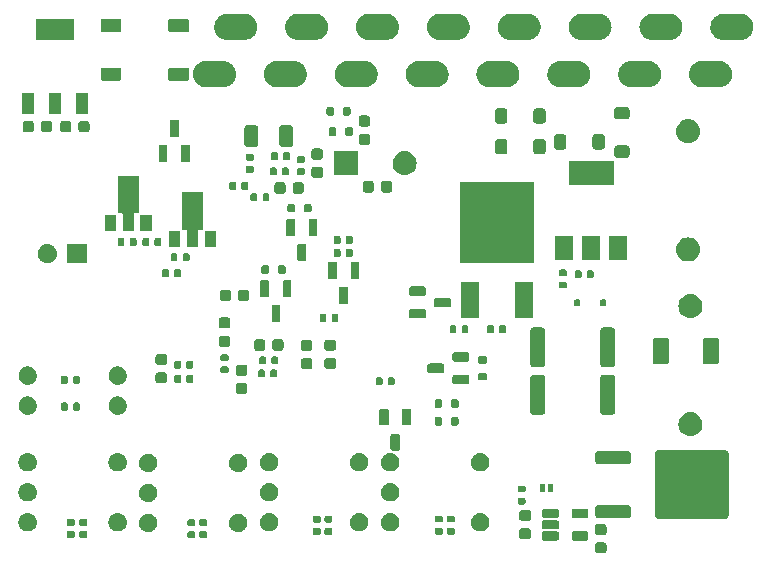
<source format=gbr>
%TF.GenerationSoftware,KiCad,Pcbnew,7.0.2*%
%TF.CreationDate,2024-12-05T18:12:45+09:00*%
%TF.ProjectId,YZ_CDI_PROT_V1,595a5f43-4449-45f5-9052-4f545f56312e,rev?*%
%TF.SameCoordinates,Original*%
%TF.FileFunction,Soldermask,Bot*%
%TF.FilePolarity,Negative*%
%FSLAX46Y46*%
G04 Gerber Fmt 4.6, Leading zero omitted, Abs format (unit mm)*
G04 Created by KiCad (PCBNEW 7.0.2) date 2024-12-05 18:12:45*
%MOMM*%
%LPD*%
G01*
G04 APERTURE LIST*
G04 APERTURE END LIST*
G36*
X-10645953Y43844195D02*
G01*
X-10595737Y43838369D01*
X-10578579Y43830794D01*
X-10556243Y43826350D01*
X-10532332Y43810374D01*
X-10512032Y43801410D01*
X-10498168Y43787546D01*
X-10476759Y43773241D01*
X-10462455Y43751833D01*
X-10448591Y43737969D01*
X-10439629Y43717671D01*
X-10423650Y43693757D01*
X-10419207Y43671419D01*
X-10411632Y43654264D01*
X-10405808Y43604058D01*
X-10405000Y43600000D01*
X-10405000Y43150000D01*
X-10405808Y43145941D01*
X-10411632Y43095737D01*
X-10419207Y43078583D01*
X-10423650Y43056243D01*
X-10439630Y43032328D01*
X-10448591Y43012032D01*
X-10462453Y42998171D01*
X-10476759Y42976759D01*
X-10498171Y42962453D01*
X-10512032Y42948591D01*
X-10532328Y42939630D01*
X-10556243Y42923650D01*
X-10578583Y42919207D01*
X-10595737Y42911632D01*
X-10645941Y42905808D01*
X-10650000Y42905000D01*
X-11150000Y42905000D01*
X-11154058Y42905808D01*
X-11204264Y42911632D01*
X-11221419Y42919207D01*
X-11243757Y42923650D01*
X-11267671Y42939629D01*
X-11287969Y42948591D01*
X-11301833Y42962455D01*
X-11323241Y42976759D01*
X-11337546Y42998168D01*
X-11351410Y43012032D01*
X-11360374Y43032332D01*
X-11376350Y43056243D01*
X-11380794Y43078579D01*
X-11388369Y43095737D01*
X-11394195Y43145953D01*
X-11395000Y43150000D01*
X-11395000Y43600000D01*
X-11394196Y43604046D01*
X-11388369Y43654264D01*
X-11380793Y43671423D01*
X-11376350Y43693757D01*
X-11360375Y43717667D01*
X-11351410Y43737969D01*
X-11337544Y43751836D01*
X-11323241Y43773241D01*
X-11301836Y43787544D01*
X-11287969Y43801410D01*
X-11267667Y43810375D01*
X-11243757Y43826350D01*
X-11221423Y43830793D01*
X-11204264Y43838369D01*
X-11154046Y43844196D01*
X-11150000Y43845000D01*
X-10650000Y43845000D01*
X-10645953Y43844195D01*
G37*
G36*
X-21059546Y46327442D02*
G01*
X-21018285Y46327442D01*
X-20971742Y46317549D01*
X-20925989Y46312394D01*
X-20892720Y46300753D01*
X-20858434Y46293465D01*
X-20809024Y46271467D01*
X-20760703Y46254558D01*
X-20735552Y46238755D01*
X-20709140Y46226995D01*
X-20659889Y46191212D01*
X-20612431Y46161392D01*
X-20595390Y46144351D01*
X-20576926Y46130936D01*
X-20531280Y46080241D01*
X-20488608Y46037569D01*
X-20478793Y46021949D01*
X-20467569Y46009483D01*
X-20429176Y45942984D01*
X-20395442Y45889297D01*
X-20391230Y45877259D01*
X-20385861Y45867960D01*
X-20358369Y45783347D01*
X-20337606Y45724011D01*
X-20336819Y45717024D01*
X-20335358Y45712528D01*
X-20322109Y45586464D01*
X-20318000Y45550000D01*
X-20322109Y45513534D01*
X-20335358Y45387473D01*
X-20336819Y45382978D01*
X-20337606Y45375989D01*
X-20358373Y45316641D01*
X-20385861Y45232041D01*
X-20391229Y45222744D01*
X-20395442Y45210703D01*
X-20429183Y45157006D01*
X-20467569Y45090518D01*
X-20478791Y45078056D01*
X-20488608Y45062431D01*
X-20531289Y45019751D01*
X-20576926Y44969065D01*
X-20595386Y44955654D01*
X-20612431Y44938608D01*
X-20659899Y44908783D01*
X-20709140Y44873006D01*
X-20735546Y44861250D01*
X-20760703Y44845442D01*
X-20809035Y44828531D01*
X-20858434Y44806536D01*
X-20892714Y44799250D01*
X-20925989Y44787606D01*
X-20971745Y44782451D01*
X-21018285Y44772558D01*
X-21059546Y44772558D01*
X-21100000Y44768000D01*
X-21140454Y44772558D01*
X-21181715Y44772558D01*
X-21228257Y44782451D01*
X-21274011Y44787606D01*
X-21307285Y44799250D01*
X-21341567Y44806536D01*
X-21390971Y44828532D01*
X-21439297Y44845442D01*
X-21464452Y44861248D01*
X-21490861Y44873006D01*
X-21540110Y44908787D01*
X-21587569Y44938608D01*
X-21604612Y44955651D01*
X-21623075Y44969065D01*
X-21668722Y45019761D01*
X-21711392Y45062431D01*
X-21721208Y45078052D01*
X-21732432Y45090518D01*
X-21770830Y45157025D01*
X-21804558Y45210703D01*
X-21808770Y45222740D01*
X-21814140Y45232041D01*
X-21841642Y45316681D01*
X-21862394Y45375989D01*
X-21863181Y45382974D01*
X-21864643Y45387473D01*
X-21877905Y45513655D01*
X-21882000Y45550000D01*
X-21877908Y45586321D01*
X-21864643Y45712528D01*
X-21863181Y45717029D01*
X-21862394Y45724011D01*
X-21841646Y45783307D01*
X-21814140Y45867960D01*
X-21808769Y45877264D01*
X-21804558Y45889297D01*
X-21770837Y45942964D01*
X-21732432Y46009483D01*
X-21721205Y46021952D01*
X-21711392Y46037569D01*
X-21668731Y46080231D01*
X-21623075Y46130936D01*
X-21604609Y46144353D01*
X-21587569Y46161392D01*
X-21540113Y46191211D01*
X-21490861Y46226994D01*
X-21464451Y46238753D01*
X-21439297Y46254558D01*
X-21390979Y46271466D01*
X-21341565Y46293466D01*
X-21307276Y46300755D01*
X-21274011Y46312394D01*
X-21228261Y46317549D01*
X-21181715Y46327442D01*
X-21140454Y46327442D01*
X-21100000Y46332000D01*
X-21059546Y46327442D01*
G37*
G36*
X-17045953Y45044195D02*
G01*
X-16995737Y45038369D01*
X-16978579Y45030794D01*
X-16956243Y45026350D01*
X-16932332Y45010374D01*
X-16912032Y45001410D01*
X-16898168Y44987546D01*
X-16876759Y44973241D01*
X-16862455Y44951833D01*
X-16848591Y44937969D01*
X-16839629Y44917671D01*
X-16823650Y44893757D01*
X-16819207Y44871419D01*
X-16811632Y44854264D01*
X-16805808Y44804058D01*
X-16805000Y44800000D01*
X-16805000Y44350000D01*
X-16805808Y44345941D01*
X-16811632Y44295737D01*
X-16819207Y44278583D01*
X-16823650Y44256243D01*
X-16839630Y44232328D01*
X-16848591Y44212032D01*
X-16862453Y44198171D01*
X-16876759Y44176759D01*
X-16898171Y44162453D01*
X-16912032Y44148591D01*
X-16932328Y44139630D01*
X-16956243Y44123650D01*
X-16978583Y44119207D01*
X-16995737Y44111632D01*
X-17045941Y44105808D01*
X-17050000Y44105000D01*
X-17550000Y44105000D01*
X-17554058Y44105808D01*
X-17604264Y44111632D01*
X-17621419Y44119207D01*
X-17643757Y44123650D01*
X-17667671Y44139629D01*
X-17687969Y44148591D01*
X-17701833Y44162455D01*
X-17723241Y44176759D01*
X-17737546Y44198168D01*
X-17751410Y44212032D01*
X-17760374Y44232332D01*
X-17776350Y44256243D01*
X-17780794Y44278579D01*
X-17788369Y44295737D01*
X-17794195Y44345953D01*
X-17795000Y44350000D01*
X-17795000Y44800000D01*
X-17794196Y44804046D01*
X-17788369Y44854264D01*
X-17780793Y44871423D01*
X-17776350Y44893757D01*
X-17760375Y44917667D01*
X-17751410Y44937969D01*
X-17737544Y44951836D01*
X-17723241Y44973241D01*
X-17701836Y44987544D01*
X-17687969Y45001410D01*
X-17667667Y45010375D01*
X-17643757Y45026350D01*
X-17621423Y45030793D01*
X-17604264Y45038369D01*
X-17554046Y45044196D01*
X-17550000Y45045000D01*
X-17050000Y45045000D01*
X-17045953Y45044195D01*
G37*
G36*
X-14556493Y44783622D02*
G01*
X-14499476Y44745524D01*
X-14461378Y44688507D01*
X-14448000Y44621250D01*
X-14448000Y44178750D01*
X-14461378Y44111493D01*
X-14499476Y44054476D01*
X-14556493Y44016378D01*
X-14623750Y44003000D01*
X-15686250Y44003000D01*
X-15753507Y44016378D01*
X-15810524Y44054476D01*
X-15848622Y44111493D01*
X-15862000Y44178750D01*
X-15862000Y44621250D01*
X-15848622Y44688507D01*
X-15810524Y44745524D01*
X-15753507Y44783622D01*
X-15686250Y44797000D01*
X-14623750Y44797000D01*
X-14556493Y44783622D01*
G37*
G36*
X-12046493Y44783622D02*
G01*
X-11989476Y44745524D01*
X-11951378Y44688507D01*
X-11938000Y44621250D01*
X-11938000Y44178750D01*
X-11951378Y44111493D01*
X-11989476Y44054476D01*
X-12046493Y44016378D01*
X-12113750Y44003000D01*
X-13176250Y44003000D01*
X-13243507Y44016378D01*
X-13300524Y44054476D01*
X-13338622Y44111493D01*
X-13352000Y44178750D01*
X-13352000Y44621250D01*
X-13338622Y44688507D01*
X-13300524Y44745524D01*
X-13243507Y44783622D01*
X-13176250Y44797000D01*
X-12113750Y44797000D01*
X-12046493Y44783622D01*
G37*
G36*
X-51759546Y46327442D02*
G01*
X-51718285Y46327442D01*
X-51671742Y46317549D01*
X-51625989Y46312394D01*
X-51592720Y46300753D01*
X-51558434Y46293465D01*
X-51509024Y46271467D01*
X-51460703Y46254558D01*
X-51435552Y46238755D01*
X-51409140Y46226995D01*
X-51359889Y46191212D01*
X-51312431Y46161392D01*
X-51295390Y46144351D01*
X-51276926Y46130936D01*
X-51231280Y46080241D01*
X-51188608Y46037569D01*
X-51178793Y46021949D01*
X-51167569Y46009483D01*
X-51129176Y45942984D01*
X-51095442Y45889297D01*
X-51091230Y45877259D01*
X-51085861Y45867960D01*
X-51058369Y45783347D01*
X-51037606Y45724011D01*
X-51036819Y45717024D01*
X-51035358Y45712528D01*
X-51022109Y45586464D01*
X-51018000Y45550000D01*
X-51022109Y45513534D01*
X-51035358Y45387473D01*
X-51036819Y45382978D01*
X-51037606Y45375989D01*
X-51058373Y45316641D01*
X-51085861Y45232041D01*
X-51091229Y45222744D01*
X-51095442Y45210703D01*
X-51129183Y45157006D01*
X-51167569Y45090518D01*
X-51178791Y45078056D01*
X-51188608Y45062431D01*
X-51231289Y45019751D01*
X-51276926Y44969065D01*
X-51295386Y44955654D01*
X-51312431Y44938608D01*
X-51359899Y44908783D01*
X-51409140Y44873006D01*
X-51435546Y44861250D01*
X-51460703Y44845442D01*
X-51509035Y44828531D01*
X-51558434Y44806536D01*
X-51592714Y44799250D01*
X-51625989Y44787606D01*
X-51671745Y44782451D01*
X-51718285Y44772558D01*
X-51759546Y44772558D01*
X-51800000Y44768000D01*
X-51840454Y44772558D01*
X-51881715Y44772558D01*
X-51928257Y44782451D01*
X-51974011Y44787606D01*
X-52007285Y44799250D01*
X-52041567Y44806536D01*
X-52090971Y44828532D01*
X-52139297Y44845442D01*
X-52164452Y44861248D01*
X-52190861Y44873006D01*
X-52240110Y44908787D01*
X-52287569Y44938608D01*
X-52304612Y44955651D01*
X-52323075Y44969065D01*
X-52368722Y45019761D01*
X-52411392Y45062431D01*
X-52421208Y45078052D01*
X-52432432Y45090518D01*
X-52470830Y45157025D01*
X-52504558Y45210703D01*
X-52508770Y45222740D01*
X-52514140Y45232041D01*
X-52541642Y45316681D01*
X-52562394Y45375989D01*
X-52563181Y45382974D01*
X-52564643Y45387473D01*
X-52577907Y45513666D01*
X-52582000Y45550000D01*
X-52577907Y45586332D01*
X-52564643Y45712528D01*
X-52563181Y45717029D01*
X-52562394Y45724011D01*
X-52541646Y45783307D01*
X-52514140Y45867960D01*
X-52508769Y45877264D01*
X-52504558Y45889297D01*
X-52470837Y45942964D01*
X-52432432Y46009483D01*
X-52421205Y46021952D01*
X-52411392Y46037569D01*
X-52368731Y46080231D01*
X-52323075Y46130936D01*
X-52304609Y46144353D01*
X-52287569Y46161392D01*
X-52240113Y46191211D01*
X-52190861Y46226994D01*
X-52164451Y46238753D01*
X-52139297Y46254558D01*
X-52090979Y46271466D01*
X-52041565Y46293466D01*
X-52007276Y46300755D01*
X-51974011Y46312394D01*
X-51928261Y46317549D01*
X-51881715Y46327442D01*
X-51840454Y46327442D01*
X-51800000Y46332000D01*
X-51759546Y46327442D01*
G37*
G36*
X-49179546Y46277442D02*
G01*
X-49138285Y46277442D01*
X-49091742Y46267549D01*
X-49045989Y46262394D01*
X-49012720Y46250753D01*
X-48978434Y46243465D01*
X-48929024Y46221467D01*
X-48880703Y46204558D01*
X-48855552Y46188755D01*
X-48829140Y46176995D01*
X-48779889Y46141212D01*
X-48732431Y46111392D01*
X-48715390Y46094351D01*
X-48696926Y46080936D01*
X-48651280Y46030241D01*
X-48608608Y45987569D01*
X-48598793Y45971949D01*
X-48587569Y45959483D01*
X-48549176Y45892984D01*
X-48515442Y45839297D01*
X-48511230Y45827259D01*
X-48505861Y45817960D01*
X-48478369Y45733347D01*
X-48457606Y45674011D01*
X-48456819Y45667024D01*
X-48455358Y45662528D01*
X-48442109Y45536464D01*
X-48438000Y45500000D01*
X-48442109Y45463534D01*
X-48455358Y45337473D01*
X-48456819Y45332978D01*
X-48457606Y45325989D01*
X-48478373Y45266641D01*
X-48505861Y45182041D01*
X-48511229Y45172744D01*
X-48515442Y45160703D01*
X-48549183Y45107006D01*
X-48587569Y45040518D01*
X-48598791Y45028056D01*
X-48608608Y45012431D01*
X-48651289Y44969751D01*
X-48696926Y44919065D01*
X-48715386Y44905654D01*
X-48732431Y44888608D01*
X-48779899Y44858783D01*
X-48829140Y44823006D01*
X-48855546Y44811250D01*
X-48880703Y44795442D01*
X-48929035Y44778531D01*
X-48978434Y44756536D01*
X-49012714Y44749250D01*
X-49045989Y44737606D01*
X-49091745Y44732451D01*
X-49138285Y44722558D01*
X-49179546Y44722558D01*
X-49220000Y44718000D01*
X-49260454Y44722558D01*
X-49301715Y44722558D01*
X-49348257Y44732451D01*
X-49394011Y44737606D01*
X-49427285Y44749250D01*
X-49461567Y44756536D01*
X-49510971Y44778532D01*
X-49559297Y44795442D01*
X-49584452Y44811248D01*
X-49610861Y44823006D01*
X-49660110Y44858787D01*
X-49707569Y44888608D01*
X-49724612Y44905651D01*
X-49743075Y44919065D01*
X-49788722Y44969761D01*
X-49831392Y45012431D01*
X-49841208Y45028052D01*
X-49852432Y45040518D01*
X-49890830Y45107025D01*
X-49924558Y45160703D01*
X-49928770Y45172740D01*
X-49934140Y45182041D01*
X-49961642Y45266681D01*
X-49982394Y45325989D01*
X-49983181Y45332974D01*
X-49984643Y45337473D01*
X-49997907Y45463666D01*
X-50002000Y45500000D01*
X-49997907Y45536332D01*
X-49984643Y45662528D01*
X-49983181Y45667029D01*
X-49982394Y45674011D01*
X-49961646Y45733307D01*
X-49934140Y45817960D01*
X-49928769Y45827264D01*
X-49924558Y45839297D01*
X-49890837Y45892964D01*
X-49852432Y45959483D01*
X-49841205Y45971952D01*
X-49831392Y45987569D01*
X-49788731Y46030231D01*
X-49743075Y46080936D01*
X-49724609Y46094353D01*
X-49707569Y46111392D01*
X-49660113Y46141211D01*
X-49610861Y46176994D01*
X-49584451Y46188753D01*
X-49559297Y46204558D01*
X-49510979Y46221466D01*
X-49461565Y46243466D01*
X-49427276Y46250755D01*
X-49394011Y46262394D01*
X-49348261Y46267549D01*
X-49301715Y46277442D01*
X-49260454Y46277442D01*
X-49220000Y46282000D01*
X-49179546Y46277442D01*
G37*
G36*
X-45305684Y44778201D02*
G01*
X-45255398Y44744602D01*
X-45221799Y44694316D01*
X-45210000Y44635000D01*
X-45210000Y44365000D01*
X-45221799Y44305684D01*
X-45255398Y44255398D01*
X-45305684Y44221799D01*
X-45365000Y44210000D01*
X-45735000Y44210000D01*
X-45794316Y44221799D01*
X-45844602Y44255398D01*
X-45878201Y44305684D01*
X-45890000Y44365000D01*
X-45890000Y44635000D01*
X-45878201Y44694316D01*
X-45844602Y44744602D01*
X-45794316Y44778201D01*
X-45735000Y44790000D01*
X-45365000Y44790000D01*
X-45305684Y44778201D01*
G37*
G36*
X-44305684Y44788201D02*
G01*
X-44255398Y44754602D01*
X-44221799Y44704316D01*
X-44210000Y44645000D01*
X-44210000Y44375000D01*
X-44221799Y44315684D01*
X-44255398Y44265398D01*
X-44305684Y44231799D01*
X-44365000Y44220000D01*
X-44735000Y44220000D01*
X-44794316Y44231799D01*
X-44844602Y44265398D01*
X-44878201Y44315684D01*
X-44890000Y44375000D01*
X-44890000Y44645000D01*
X-44878201Y44704316D01*
X-44844602Y44754602D01*
X-44794316Y44788201D01*
X-44735000Y44800000D01*
X-44365000Y44800000D01*
X-44305684Y44788201D01*
G37*
G36*
X-59379546Y46327442D02*
G01*
X-59338285Y46327442D01*
X-59291742Y46317549D01*
X-59245989Y46312394D01*
X-59212720Y46300753D01*
X-59178434Y46293465D01*
X-59129024Y46271467D01*
X-59080703Y46254558D01*
X-59055552Y46238755D01*
X-59029140Y46226995D01*
X-58979889Y46191212D01*
X-58932431Y46161392D01*
X-58915390Y46144351D01*
X-58896926Y46130936D01*
X-58851280Y46080241D01*
X-58808608Y46037569D01*
X-58798793Y46021949D01*
X-58787569Y46009483D01*
X-58749176Y45942984D01*
X-58715442Y45889297D01*
X-58711230Y45877259D01*
X-58705861Y45867960D01*
X-58678369Y45783347D01*
X-58657606Y45724011D01*
X-58656819Y45717024D01*
X-58655358Y45712528D01*
X-58642108Y45586454D01*
X-58638000Y45550000D01*
X-58642110Y45513523D01*
X-58655358Y45387473D01*
X-58656819Y45382978D01*
X-58657606Y45375989D01*
X-58678373Y45316641D01*
X-58705861Y45232041D01*
X-58711229Y45222744D01*
X-58715442Y45210703D01*
X-58749183Y45157006D01*
X-58787569Y45090518D01*
X-58798791Y45078056D01*
X-58808608Y45062431D01*
X-58851289Y45019751D01*
X-58896926Y44969065D01*
X-58915386Y44955654D01*
X-58932431Y44938608D01*
X-58979899Y44908783D01*
X-59029140Y44873006D01*
X-59055546Y44861250D01*
X-59080703Y44845442D01*
X-59129035Y44828531D01*
X-59178434Y44806536D01*
X-59212714Y44799250D01*
X-59245989Y44787606D01*
X-59291745Y44782451D01*
X-59338285Y44772558D01*
X-59379546Y44772558D01*
X-59420000Y44768000D01*
X-59460454Y44772558D01*
X-59501715Y44772558D01*
X-59548257Y44782451D01*
X-59594011Y44787606D01*
X-59627285Y44799250D01*
X-59661567Y44806536D01*
X-59710971Y44828532D01*
X-59759297Y44845442D01*
X-59784452Y44861248D01*
X-59810861Y44873006D01*
X-59860110Y44908787D01*
X-59907569Y44938608D01*
X-59924612Y44955651D01*
X-59943075Y44969065D01*
X-59988722Y45019761D01*
X-60031392Y45062431D01*
X-60041208Y45078052D01*
X-60052432Y45090518D01*
X-60090830Y45157025D01*
X-60124558Y45210703D01*
X-60128770Y45222740D01*
X-60134140Y45232041D01*
X-60161642Y45316681D01*
X-60182394Y45375989D01*
X-60183181Y45382974D01*
X-60184643Y45387473D01*
X-60197907Y45513666D01*
X-60202000Y45550000D01*
X-60197907Y45586332D01*
X-60184643Y45712528D01*
X-60183181Y45717029D01*
X-60182394Y45724011D01*
X-60161646Y45783307D01*
X-60134140Y45867960D01*
X-60128769Y45877264D01*
X-60124558Y45889297D01*
X-60090837Y45942964D01*
X-60052432Y46009483D01*
X-60041205Y46021952D01*
X-60031392Y46037569D01*
X-59988731Y46080231D01*
X-59943075Y46130936D01*
X-59924609Y46144353D01*
X-59907569Y46161392D01*
X-59860113Y46191211D01*
X-59810861Y46226994D01*
X-59784451Y46238753D01*
X-59759297Y46254558D01*
X-59710979Y46271466D01*
X-59661565Y46293466D01*
X-59627276Y46300755D01*
X-59594011Y46312394D01*
X-59548261Y46317549D01*
X-59501715Y46327442D01*
X-59460454Y46327442D01*
X-59420000Y46332000D01*
X-59379546Y46327442D01*
G37*
G36*
X-55505684Y44808201D02*
G01*
X-55455398Y44774602D01*
X-55421799Y44724316D01*
X-55410000Y44665000D01*
X-55410000Y44395000D01*
X-55421799Y44335684D01*
X-55455398Y44285398D01*
X-55505684Y44251799D01*
X-55565000Y44240000D01*
X-55935000Y44240000D01*
X-55994316Y44251799D01*
X-56044602Y44285398D01*
X-56078201Y44335684D01*
X-56090000Y44395000D01*
X-56090000Y44665000D01*
X-56078201Y44724316D01*
X-56044602Y44774602D01*
X-55994316Y44808201D01*
X-55935000Y44820000D01*
X-55565000Y44820000D01*
X-55505684Y44808201D01*
G37*
G36*
X-54455684Y44808201D02*
G01*
X-54405398Y44774602D01*
X-54371799Y44724316D01*
X-54360000Y44665000D01*
X-54360000Y44395000D01*
X-54371799Y44335684D01*
X-54405398Y44285398D01*
X-54455684Y44251799D01*
X-54515000Y44240000D01*
X-54885000Y44240000D01*
X-54944316Y44251799D01*
X-54994602Y44285398D01*
X-55028201Y44335684D01*
X-55040000Y44395000D01*
X-55040000Y44665000D01*
X-55028201Y44724316D01*
X-54994602Y44774602D01*
X-54944316Y44808201D01*
X-54885000Y44820000D01*
X-54515000Y44820000D01*
X-54455684Y44808201D01*
G37*
G36*
X-17045953Y46594195D02*
G01*
X-16995737Y46588369D01*
X-16978579Y46580794D01*
X-16956243Y46576350D01*
X-16932332Y46560374D01*
X-16912032Y46551410D01*
X-16898168Y46537546D01*
X-16876759Y46523241D01*
X-16862455Y46501833D01*
X-16848591Y46487969D01*
X-16839629Y46467671D01*
X-16823650Y46443757D01*
X-16819207Y46421419D01*
X-16811632Y46404264D01*
X-16805808Y46354058D01*
X-16805000Y46350000D01*
X-16805000Y45900000D01*
X-16805808Y45895941D01*
X-16811632Y45845737D01*
X-16819207Y45828583D01*
X-16823650Y45806243D01*
X-16839630Y45782328D01*
X-16848591Y45762032D01*
X-16862453Y45748171D01*
X-16876759Y45726759D01*
X-16898171Y45712453D01*
X-16912032Y45698591D01*
X-16932328Y45689630D01*
X-16956243Y45673650D01*
X-16978583Y45669207D01*
X-16995737Y45661632D01*
X-17045941Y45655808D01*
X-17050000Y45655000D01*
X-17550000Y45655000D01*
X-17554058Y45655808D01*
X-17604264Y45661632D01*
X-17621419Y45669207D01*
X-17643757Y45673650D01*
X-17667671Y45689629D01*
X-17687969Y45698591D01*
X-17701833Y45712455D01*
X-17723241Y45726759D01*
X-17737546Y45748168D01*
X-17751410Y45762032D01*
X-17760374Y45782332D01*
X-17776350Y45806243D01*
X-17780794Y45828579D01*
X-17788369Y45845737D01*
X-17794195Y45895953D01*
X-17795000Y45900000D01*
X-17795000Y46350000D01*
X-17794196Y46354046D01*
X-17788369Y46404264D01*
X-17780793Y46421423D01*
X-17776350Y46443757D01*
X-17760375Y46467667D01*
X-17751410Y46487969D01*
X-17737544Y46501836D01*
X-17723241Y46523241D01*
X-17701836Y46537544D01*
X-17687969Y46551410D01*
X-17667667Y46560375D01*
X-17643757Y46576350D01*
X-17621423Y46580793D01*
X-17604264Y46588369D01*
X-17554046Y46594196D01*
X-17550000Y46595000D01*
X-17050000Y46595000D01*
X-17045953Y46594195D01*
G37*
G36*
X-14556493Y45733622D02*
G01*
X-14499476Y45695524D01*
X-14461378Y45638507D01*
X-14448000Y45571250D01*
X-14448000Y45128750D01*
X-14461378Y45061493D01*
X-14499476Y45004476D01*
X-14556493Y44966378D01*
X-14623750Y44953000D01*
X-15686250Y44953000D01*
X-15753507Y44966378D01*
X-15810524Y45004476D01*
X-15848622Y45061493D01*
X-15862000Y45128750D01*
X-15862000Y45571250D01*
X-15848622Y45638507D01*
X-15810524Y45695524D01*
X-15753507Y45733622D01*
X-15686250Y45747000D01*
X-14623750Y45747000D01*
X-14556493Y45733622D01*
G37*
G36*
X-10645953Y45394195D02*
G01*
X-10595737Y45388369D01*
X-10578579Y45380794D01*
X-10556243Y45376350D01*
X-10532332Y45360374D01*
X-10512032Y45351410D01*
X-10498168Y45337546D01*
X-10476759Y45323241D01*
X-10462455Y45301833D01*
X-10448591Y45287969D01*
X-10439629Y45267671D01*
X-10423650Y45243757D01*
X-10419207Y45221419D01*
X-10411632Y45204264D01*
X-10405808Y45154058D01*
X-10405000Y45150000D01*
X-10405000Y44700000D01*
X-10405808Y44695941D01*
X-10411632Y44645737D01*
X-10419207Y44628583D01*
X-10423650Y44606243D01*
X-10439630Y44582328D01*
X-10448591Y44562032D01*
X-10462453Y44548171D01*
X-10476759Y44526759D01*
X-10498171Y44512453D01*
X-10512032Y44498591D01*
X-10532328Y44489630D01*
X-10556243Y44473650D01*
X-10578583Y44469207D01*
X-10595737Y44461632D01*
X-10645941Y44455808D01*
X-10650000Y44455000D01*
X-11150000Y44455000D01*
X-11154058Y44455808D01*
X-11204264Y44461632D01*
X-11221419Y44469207D01*
X-11243757Y44473650D01*
X-11267671Y44489629D01*
X-11287969Y44498591D01*
X-11301833Y44512455D01*
X-11323241Y44526759D01*
X-11337546Y44548168D01*
X-11351410Y44562032D01*
X-11360374Y44582332D01*
X-11376350Y44606243D01*
X-11380794Y44628579D01*
X-11388369Y44645737D01*
X-11394195Y44695953D01*
X-11395000Y44700000D01*
X-11395000Y45150000D01*
X-11394196Y45154046D01*
X-11388369Y45204264D01*
X-11380793Y45221423D01*
X-11376350Y45243757D01*
X-11360375Y45267667D01*
X-11351410Y45287969D01*
X-11337544Y45301836D01*
X-11323241Y45323241D01*
X-11301836Y45337544D01*
X-11287969Y45351410D01*
X-11267667Y45360375D01*
X-11243757Y45376350D01*
X-11221423Y45380793D01*
X-11204264Y45388369D01*
X-11154046Y45394196D01*
X-11150000Y45395000D01*
X-10650000Y45395000D01*
X-10645953Y45394195D01*
G37*
G36*
X-38929546Y46327442D02*
G01*
X-38888285Y46327442D01*
X-38841742Y46317549D01*
X-38795989Y46312394D01*
X-38762720Y46300753D01*
X-38728434Y46293465D01*
X-38679024Y46271467D01*
X-38630703Y46254558D01*
X-38605552Y46238755D01*
X-38579140Y46226995D01*
X-38529889Y46191212D01*
X-38482431Y46161392D01*
X-38465390Y46144351D01*
X-38446926Y46130936D01*
X-38401280Y46080241D01*
X-38358608Y46037569D01*
X-38348793Y46021949D01*
X-38337569Y46009483D01*
X-38299176Y45942984D01*
X-38265442Y45889297D01*
X-38261230Y45877259D01*
X-38255861Y45867960D01*
X-38228369Y45783347D01*
X-38207606Y45724011D01*
X-38206819Y45717024D01*
X-38205358Y45712528D01*
X-38192109Y45586464D01*
X-38188000Y45550000D01*
X-38192109Y45513534D01*
X-38205358Y45387473D01*
X-38206819Y45382978D01*
X-38207606Y45375989D01*
X-38228373Y45316641D01*
X-38255861Y45232041D01*
X-38261229Y45222744D01*
X-38265442Y45210703D01*
X-38299183Y45157006D01*
X-38337569Y45090518D01*
X-38348791Y45078056D01*
X-38358608Y45062431D01*
X-38401289Y45019751D01*
X-38446926Y44969065D01*
X-38465386Y44955654D01*
X-38482431Y44938608D01*
X-38529899Y44908783D01*
X-38579140Y44873006D01*
X-38605546Y44861250D01*
X-38630703Y44845442D01*
X-38679035Y44828531D01*
X-38728434Y44806536D01*
X-38762714Y44799250D01*
X-38795989Y44787606D01*
X-38841745Y44782451D01*
X-38888285Y44772558D01*
X-38929546Y44772558D01*
X-38970000Y44768000D01*
X-39010454Y44772558D01*
X-39051715Y44772558D01*
X-39098257Y44782451D01*
X-39144011Y44787606D01*
X-39177285Y44799250D01*
X-39211567Y44806536D01*
X-39260971Y44828532D01*
X-39309297Y44845442D01*
X-39334452Y44861248D01*
X-39360861Y44873006D01*
X-39410110Y44908787D01*
X-39457569Y44938608D01*
X-39474612Y44955651D01*
X-39493075Y44969065D01*
X-39538722Y45019761D01*
X-39581392Y45062431D01*
X-39591208Y45078052D01*
X-39602432Y45090518D01*
X-39640830Y45157025D01*
X-39674558Y45210703D01*
X-39678770Y45222740D01*
X-39684140Y45232041D01*
X-39711642Y45316681D01*
X-39732394Y45375989D01*
X-39733181Y45382974D01*
X-39734643Y45387473D01*
X-39747907Y45513666D01*
X-39752000Y45550000D01*
X-39747907Y45586332D01*
X-39734643Y45712528D01*
X-39733181Y45717029D01*
X-39732394Y45724011D01*
X-39711646Y45783307D01*
X-39684140Y45867960D01*
X-39678769Y45877264D01*
X-39674558Y45889297D01*
X-39640837Y45942964D01*
X-39602432Y46009483D01*
X-39591205Y46021952D01*
X-39581392Y46037569D01*
X-39538731Y46080231D01*
X-39493075Y46130936D01*
X-39474609Y46144353D01*
X-39457569Y46161392D01*
X-39410113Y46191211D01*
X-39360861Y46226994D01*
X-39334451Y46238753D01*
X-39309297Y46254558D01*
X-39260979Y46271466D01*
X-39211565Y46293466D01*
X-39177276Y46300755D01*
X-39144011Y46312394D01*
X-39098261Y46317549D01*
X-39051715Y46327442D01*
X-39010454Y46327442D01*
X-38970000Y46332000D01*
X-38929546Y46327442D01*
G37*
G36*
X-34705684Y45068201D02*
G01*
X-34655398Y45034602D01*
X-34621799Y44984316D01*
X-34610000Y44925000D01*
X-34610000Y44655000D01*
X-34621799Y44595684D01*
X-34655398Y44545398D01*
X-34705684Y44511799D01*
X-34765000Y44500000D01*
X-35135000Y44500000D01*
X-35194316Y44511799D01*
X-35244602Y44545398D01*
X-35278201Y44595684D01*
X-35290000Y44655000D01*
X-35290000Y44925000D01*
X-35278201Y44984316D01*
X-35244602Y45034602D01*
X-35194316Y45068201D01*
X-35135000Y45080000D01*
X-34765000Y45080000D01*
X-34705684Y45068201D01*
G37*
G36*
X-33705684Y45068201D02*
G01*
X-33655398Y45034602D01*
X-33621799Y44984316D01*
X-33610000Y44925000D01*
X-33610000Y44655000D01*
X-33621799Y44595684D01*
X-33655398Y44545398D01*
X-33705684Y44511799D01*
X-33765000Y44500000D01*
X-34135000Y44500000D01*
X-34194316Y44511799D01*
X-34244602Y44545398D01*
X-34278201Y44595684D01*
X-34290000Y44655000D01*
X-34290000Y44925000D01*
X-34278201Y44984316D01*
X-34244602Y45034602D01*
X-34194316Y45068201D01*
X-34135000Y45080000D01*
X-33765000Y45080000D01*
X-33705684Y45068201D01*
G37*
G36*
X-28679546Y46327442D02*
G01*
X-28638285Y46327442D01*
X-28591742Y46317549D01*
X-28545989Y46312394D01*
X-28512720Y46300753D01*
X-28478434Y46293465D01*
X-28429024Y46271467D01*
X-28380703Y46254558D01*
X-28355552Y46238755D01*
X-28329140Y46226995D01*
X-28279889Y46191212D01*
X-28232431Y46161392D01*
X-28215390Y46144351D01*
X-28196926Y46130936D01*
X-28151280Y46080241D01*
X-28108608Y46037569D01*
X-28098793Y46021949D01*
X-28087569Y46009483D01*
X-28049176Y45942984D01*
X-28015442Y45889297D01*
X-28011230Y45877259D01*
X-28005861Y45867960D01*
X-27978369Y45783347D01*
X-27957606Y45724011D01*
X-27956819Y45717024D01*
X-27955358Y45712528D01*
X-27942109Y45586464D01*
X-27938000Y45550000D01*
X-27942109Y45513534D01*
X-27955358Y45387473D01*
X-27956819Y45382978D01*
X-27957606Y45375989D01*
X-27978373Y45316641D01*
X-28005861Y45232041D01*
X-28011229Y45222744D01*
X-28015442Y45210703D01*
X-28049183Y45157006D01*
X-28087569Y45090518D01*
X-28098791Y45078056D01*
X-28108608Y45062431D01*
X-28151289Y45019751D01*
X-28196926Y44969065D01*
X-28215386Y44955654D01*
X-28232431Y44938608D01*
X-28279899Y44908783D01*
X-28329140Y44873006D01*
X-28355546Y44861250D01*
X-28380703Y44845442D01*
X-28429035Y44828531D01*
X-28478434Y44806536D01*
X-28512714Y44799250D01*
X-28545989Y44787606D01*
X-28591745Y44782451D01*
X-28638285Y44772558D01*
X-28679546Y44772558D01*
X-28720000Y44768000D01*
X-28760454Y44772558D01*
X-28801715Y44772558D01*
X-28848257Y44782451D01*
X-28894011Y44787606D01*
X-28927285Y44799250D01*
X-28961567Y44806536D01*
X-29010971Y44828532D01*
X-29059297Y44845442D01*
X-29084452Y44861248D01*
X-29110861Y44873006D01*
X-29160110Y44908787D01*
X-29207569Y44938608D01*
X-29224612Y44955651D01*
X-29243075Y44969065D01*
X-29288722Y45019761D01*
X-29331392Y45062431D01*
X-29341208Y45078052D01*
X-29352432Y45090518D01*
X-29390830Y45157025D01*
X-29424558Y45210703D01*
X-29428770Y45222740D01*
X-29434140Y45232041D01*
X-29461642Y45316681D01*
X-29482394Y45375989D01*
X-29483181Y45382974D01*
X-29484643Y45387473D01*
X-29497907Y45513666D01*
X-29502000Y45550000D01*
X-29497907Y45586332D01*
X-29484643Y45712528D01*
X-29483181Y45717029D01*
X-29482394Y45724011D01*
X-29461646Y45783307D01*
X-29434140Y45867960D01*
X-29428769Y45877264D01*
X-29424558Y45889297D01*
X-29390837Y45942964D01*
X-29352432Y46009483D01*
X-29341205Y46021952D01*
X-29331392Y46037569D01*
X-29288731Y46080231D01*
X-29243075Y46130936D01*
X-29224609Y46144353D01*
X-29207569Y46161392D01*
X-29160113Y46191211D01*
X-29110861Y46226994D01*
X-29084451Y46238753D01*
X-29059297Y46254558D01*
X-29010979Y46271466D01*
X-28961565Y46293466D01*
X-28927276Y46300755D01*
X-28894011Y46312394D01*
X-28848261Y46317549D01*
X-28801715Y46327442D01*
X-28760454Y46327442D01*
X-28720000Y46332000D01*
X-28679546Y46327442D01*
G37*
G36*
X-24355684Y45078201D02*
G01*
X-24305398Y45044602D01*
X-24271799Y44994316D01*
X-24260000Y44935000D01*
X-24260000Y44665000D01*
X-24271799Y44605684D01*
X-24305398Y44555398D01*
X-24355684Y44521799D01*
X-24415000Y44510000D01*
X-24785000Y44510000D01*
X-24844316Y44521799D01*
X-24894602Y44555398D01*
X-24928201Y44605684D01*
X-24940000Y44665000D01*
X-24940000Y44935000D01*
X-24928201Y44994316D01*
X-24894602Y45044602D01*
X-24844316Y45078201D01*
X-24785000Y45090000D01*
X-24415000Y45090000D01*
X-24355684Y45078201D01*
G37*
G36*
X-23355684Y45078201D02*
G01*
X-23305398Y45044602D01*
X-23271799Y44994316D01*
X-23260000Y44935000D01*
X-23260000Y44665000D01*
X-23271799Y44605684D01*
X-23305398Y44555398D01*
X-23355684Y44521799D01*
X-23415000Y44510000D01*
X-23785000Y44510000D01*
X-23844316Y44521799D01*
X-23894602Y44555398D01*
X-23928201Y44605684D01*
X-23940000Y44665000D01*
X-23940000Y44935000D01*
X-23928201Y44994316D01*
X-23894602Y45044602D01*
X-23844316Y45078201D01*
X-23785000Y45090000D01*
X-23415000Y45090000D01*
X-23355684Y45078201D01*
G37*
G36*
X-41559546Y46277442D02*
G01*
X-41518285Y46277442D01*
X-41471742Y46267549D01*
X-41425989Y46262394D01*
X-41392720Y46250753D01*
X-41358434Y46243465D01*
X-41309024Y46221467D01*
X-41260703Y46204558D01*
X-41235552Y46188755D01*
X-41209140Y46176995D01*
X-41159889Y46141212D01*
X-41112431Y46111392D01*
X-41095390Y46094351D01*
X-41076926Y46080936D01*
X-41031280Y46030241D01*
X-40988608Y45987569D01*
X-40978793Y45971949D01*
X-40967569Y45959483D01*
X-40929176Y45892984D01*
X-40895442Y45839297D01*
X-40891230Y45827259D01*
X-40885861Y45817960D01*
X-40858369Y45733347D01*
X-40837606Y45674011D01*
X-40836819Y45667024D01*
X-40835358Y45662528D01*
X-40822108Y45536454D01*
X-40818000Y45500000D01*
X-40822110Y45463523D01*
X-40835358Y45337473D01*
X-40836819Y45332978D01*
X-40837606Y45325989D01*
X-40858373Y45266641D01*
X-40885861Y45182041D01*
X-40891229Y45172744D01*
X-40895442Y45160703D01*
X-40929183Y45107006D01*
X-40967569Y45040518D01*
X-40978791Y45028056D01*
X-40988608Y45012431D01*
X-41031289Y44969751D01*
X-41076926Y44919065D01*
X-41095386Y44905654D01*
X-41112431Y44888608D01*
X-41159899Y44858783D01*
X-41209140Y44823006D01*
X-41235546Y44811250D01*
X-41260703Y44795442D01*
X-41309035Y44778531D01*
X-41358434Y44756536D01*
X-41392714Y44749250D01*
X-41425989Y44737606D01*
X-41471745Y44732451D01*
X-41518285Y44722558D01*
X-41559546Y44722558D01*
X-41600000Y44718000D01*
X-41640454Y44722558D01*
X-41681715Y44722558D01*
X-41728257Y44732451D01*
X-41774011Y44737606D01*
X-41807285Y44749250D01*
X-41841567Y44756536D01*
X-41890971Y44778532D01*
X-41939297Y44795442D01*
X-41964452Y44811248D01*
X-41990861Y44823006D01*
X-42040110Y44858787D01*
X-42087569Y44888608D01*
X-42104612Y44905651D01*
X-42123075Y44919065D01*
X-42168722Y44969761D01*
X-42211392Y45012431D01*
X-42221208Y45028052D01*
X-42232432Y45040518D01*
X-42270830Y45107025D01*
X-42304558Y45160703D01*
X-42308770Y45172740D01*
X-42314140Y45182041D01*
X-42341642Y45266681D01*
X-42362394Y45325989D01*
X-42363181Y45332974D01*
X-42364643Y45337473D01*
X-42377905Y45463655D01*
X-42382000Y45500000D01*
X-42377908Y45536321D01*
X-42364643Y45662528D01*
X-42363181Y45667029D01*
X-42362394Y45674011D01*
X-42341646Y45733307D01*
X-42314140Y45817960D01*
X-42308769Y45827264D01*
X-42304558Y45839297D01*
X-42270837Y45892964D01*
X-42232432Y45959483D01*
X-42221205Y45971952D01*
X-42211392Y45987569D01*
X-42168731Y46030231D01*
X-42123075Y46080936D01*
X-42104609Y46094353D01*
X-42087569Y46111392D01*
X-42040113Y46141211D01*
X-41990861Y46176994D01*
X-41964451Y46188753D01*
X-41939297Y46204558D01*
X-41890979Y46221466D01*
X-41841565Y46243466D01*
X-41807276Y46250755D01*
X-41774011Y46262394D01*
X-41728261Y46267549D01*
X-41681715Y46277442D01*
X-41640454Y46277442D01*
X-41600000Y46282000D01*
X-41559546Y46277442D01*
G37*
G36*
X-31309546Y46327442D02*
G01*
X-31268285Y46327442D01*
X-31221742Y46317549D01*
X-31175989Y46312394D01*
X-31142720Y46300753D01*
X-31108434Y46293465D01*
X-31059024Y46271467D01*
X-31010703Y46254558D01*
X-30985552Y46238755D01*
X-30959140Y46226995D01*
X-30909889Y46191212D01*
X-30862431Y46161392D01*
X-30845390Y46144351D01*
X-30826926Y46130936D01*
X-30781280Y46080241D01*
X-30738608Y46037569D01*
X-30728793Y46021949D01*
X-30717569Y46009483D01*
X-30679176Y45942984D01*
X-30645442Y45889297D01*
X-30641230Y45877259D01*
X-30635861Y45867960D01*
X-30608369Y45783347D01*
X-30587606Y45724011D01*
X-30586819Y45717024D01*
X-30585358Y45712528D01*
X-30572109Y45586464D01*
X-30568000Y45550000D01*
X-30572109Y45513534D01*
X-30585358Y45387473D01*
X-30586819Y45382978D01*
X-30587606Y45375989D01*
X-30608373Y45316641D01*
X-30635861Y45232041D01*
X-30641229Y45222744D01*
X-30645442Y45210703D01*
X-30679183Y45157006D01*
X-30717569Y45090518D01*
X-30728791Y45078056D01*
X-30738608Y45062431D01*
X-30781289Y45019751D01*
X-30826926Y44969065D01*
X-30845386Y44955654D01*
X-30862431Y44938608D01*
X-30909899Y44908783D01*
X-30959140Y44873006D01*
X-30985546Y44861250D01*
X-31010703Y44845442D01*
X-31059035Y44828531D01*
X-31108434Y44806536D01*
X-31142714Y44799250D01*
X-31175989Y44787606D01*
X-31221745Y44782451D01*
X-31268285Y44772558D01*
X-31309546Y44772558D01*
X-31350000Y44768000D01*
X-31390454Y44772558D01*
X-31431715Y44772558D01*
X-31478257Y44782451D01*
X-31524011Y44787606D01*
X-31557285Y44799250D01*
X-31591567Y44806536D01*
X-31640971Y44828532D01*
X-31689297Y44845442D01*
X-31714452Y44861248D01*
X-31740861Y44873006D01*
X-31790110Y44908787D01*
X-31837569Y44938608D01*
X-31854612Y44955651D01*
X-31873075Y44969065D01*
X-31918722Y45019761D01*
X-31961392Y45062431D01*
X-31971208Y45078052D01*
X-31982432Y45090518D01*
X-32020830Y45157025D01*
X-32054558Y45210703D01*
X-32058770Y45222740D01*
X-32064140Y45232041D01*
X-32091642Y45316681D01*
X-32112394Y45375989D01*
X-32113181Y45382974D01*
X-32114643Y45387473D01*
X-32127907Y45513666D01*
X-32132000Y45550000D01*
X-32127907Y45586332D01*
X-32114643Y45712528D01*
X-32113181Y45717029D01*
X-32112394Y45724011D01*
X-32091646Y45783307D01*
X-32064140Y45867960D01*
X-32058769Y45877264D01*
X-32054558Y45889297D01*
X-32020837Y45942964D01*
X-31982432Y46009483D01*
X-31971205Y46021952D01*
X-31961392Y46037569D01*
X-31918731Y46080231D01*
X-31873075Y46130936D01*
X-31854609Y46144353D01*
X-31837569Y46161392D01*
X-31790113Y46191211D01*
X-31740861Y46226994D01*
X-31714451Y46238753D01*
X-31689297Y46254558D01*
X-31640979Y46271466D01*
X-31591565Y46293466D01*
X-31557276Y46300755D01*
X-31524011Y46312394D01*
X-31478261Y46317549D01*
X-31431715Y46327442D01*
X-31390454Y46327442D01*
X-31350000Y46332000D01*
X-31309546Y46327442D01*
G37*
G36*
X-45305684Y45798201D02*
G01*
X-45255398Y45764602D01*
X-45221799Y45714316D01*
X-45210000Y45655000D01*
X-45210000Y45385000D01*
X-45221799Y45325684D01*
X-45255398Y45275398D01*
X-45305684Y45241799D01*
X-45365000Y45230000D01*
X-45735000Y45230000D01*
X-45794316Y45241799D01*
X-45844602Y45275398D01*
X-45878201Y45325684D01*
X-45890000Y45385000D01*
X-45890000Y45655000D01*
X-45878201Y45714316D01*
X-45844602Y45764602D01*
X-45794316Y45798201D01*
X-45735000Y45810000D01*
X-45365000Y45810000D01*
X-45305684Y45798201D01*
G37*
G36*
X-44305684Y45808201D02*
G01*
X-44255398Y45774602D01*
X-44221799Y45724316D01*
X-44210000Y45665000D01*
X-44210000Y45395000D01*
X-44221799Y45335684D01*
X-44255398Y45285398D01*
X-44305684Y45251799D01*
X-44365000Y45240000D01*
X-44735000Y45240000D01*
X-44794316Y45251799D01*
X-44844602Y45285398D01*
X-44878201Y45335684D01*
X-44890000Y45395000D01*
X-44890000Y45665000D01*
X-44878201Y45724316D01*
X-44844602Y45774602D01*
X-44794316Y45808201D01*
X-44735000Y45820000D01*
X-44365000Y45820000D01*
X-44305684Y45808201D01*
G37*
G36*
X-55505684Y45828201D02*
G01*
X-55455398Y45794602D01*
X-55421799Y45744316D01*
X-55410000Y45685000D01*
X-55410000Y45415000D01*
X-55421799Y45355684D01*
X-55455398Y45305398D01*
X-55505684Y45271799D01*
X-55565000Y45260000D01*
X-55935000Y45260000D01*
X-55994316Y45271799D01*
X-56044602Y45305398D01*
X-56078201Y45355684D01*
X-56090000Y45415000D01*
X-56090000Y45685000D01*
X-56078201Y45744316D01*
X-56044602Y45794602D01*
X-55994316Y45828201D01*
X-55935000Y45840000D01*
X-55565000Y45840000D01*
X-55505684Y45828201D01*
G37*
G36*
X-54455684Y45828201D02*
G01*
X-54405398Y45794602D01*
X-54371799Y45744316D01*
X-54360000Y45685000D01*
X-54360000Y45415000D01*
X-54371799Y45355684D01*
X-54405398Y45305398D01*
X-54455684Y45271799D01*
X-54515000Y45260000D01*
X-54885000Y45260000D01*
X-54944316Y45271799D01*
X-54994602Y45305398D01*
X-55028201Y45355684D01*
X-55040000Y45415000D01*
X-55040000Y45685000D01*
X-55028201Y45744316D01*
X-54994602Y45794602D01*
X-54944316Y45828201D01*
X-54885000Y45840000D01*
X-54515000Y45840000D01*
X-54455684Y45828201D01*
G37*
G36*
X-34705684Y46088201D02*
G01*
X-34655398Y46054602D01*
X-34621799Y46004316D01*
X-34610000Y45945000D01*
X-34610000Y45675000D01*
X-34621799Y45615684D01*
X-34655398Y45565398D01*
X-34705684Y45531799D01*
X-34765000Y45520000D01*
X-35135000Y45520000D01*
X-35194316Y45531799D01*
X-35244602Y45565398D01*
X-35278201Y45615684D01*
X-35290000Y45675000D01*
X-35290000Y45945000D01*
X-35278201Y46004316D01*
X-35244602Y46054602D01*
X-35194316Y46088201D01*
X-35135000Y46100000D01*
X-34765000Y46100000D01*
X-34705684Y46088201D01*
G37*
G36*
X-33705684Y46088201D02*
G01*
X-33655398Y46054602D01*
X-33621799Y46004316D01*
X-33610000Y45945000D01*
X-33610000Y45675000D01*
X-33621799Y45615684D01*
X-33655398Y45565398D01*
X-33705684Y45531799D01*
X-33765000Y45520000D01*
X-34135000Y45520000D01*
X-34194316Y45531799D01*
X-34244602Y45565398D01*
X-34278201Y45615684D01*
X-34290000Y45675000D01*
X-34290000Y45945000D01*
X-34278201Y46004316D01*
X-34244602Y46054602D01*
X-34194316Y46088201D01*
X-34135000Y46100000D01*
X-33765000Y46100000D01*
X-33705684Y46088201D01*
G37*
G36*
X-24355684Y46098201D02*
G01*
X-24305398Y46064602D01*
X-24271799Y46014316D01*
X-24260000Y45955000D01*
X-24260000Y45685000D01*
X-24271799Y45625684D01*
X-24305398Y45575398D01*
X-24355684Y45541799D01*
X-24415000Y45530000D01*
X-24785000Y45530000D01*
X-24844316Y45541799D01*
X-24894602Y45575398D01*
X-24928201Y45625684D01*
X-24940000Y45685000D01*
X-24940000Y45955000D01*
X-24928201Y46014316D01*
X-24894602Y46064602D01*
X-24844316Y46098201D01*
X-24785000Y46110000D01*
X-24415000Y46110000D01*
X-24355684Y46098201D01*
G37*
G36*
X-23355684Y46098201D02*
G01*
X-23305398Y46064602D01*
X-23271799Y46014316D01*
X-23260000Y45955000D01*
X-23260000Y45685000D01*
X-23271799Y45625684D01*
X-23305398Y45575398D01*
X-23355684Y45541799D01*
X-23415000Y45530000D01*
X-23785000Y45530000D01*
X-23844316Y45541799D01*
X-23894602Y45575398D01*
X-23928201Y45625684D01*
X-23940000Y45685000D01*
X-23940000Y45955000D01*
X-23928201Y46014316D01*
X-23894602Y46064602D01*
X-23844316Y46098201D01*
X-23785000Y46110000D01*
X-23415000Y46110000D01*
X-23355684Y46098201D01*
G37*
G36*
X-28007265Y53043527D02*
G01*
X-27949842Y53005158D01*
X-27911473Y52947735D01*
X-27898000Y52880000D01*
X-27898000Y51800000D01*
X-27911473Y51732265D01*
X-27949842Y51674842D01*
X-28007265Y51636473D01*
X-28075000Y51623000D01*
X-28525000Y51623000D01*
X-28592735Y51636473D01*
X-28650158Y51674842D01*
X-28688527Y51732265D01*
X-28702000Y51800000D01*
X-28702000Y52880000D01*
X-28688527Y52947735D01*
X-28650158Y53005158D01*
X-28592735Y53043527D01*
X-28525000Y53057000D01*
X-28075000Y53057000D01*
X-28007265Y53043527D01*
G37*
G36*
X-417270Y51666384D02*
G01*
X-351656Y51660232D01*
X-334969Y51654393D01*
X-312074Y51651057D01*
X-278422Y51634606D01*
X-242567Y51622059D01*
X-222573Y51607303D01*
X-198657Y51595611D01*
X-175913Y51572867D01*
X-150724Y51554277D01*
X-132135Y51529089D01*
X-109389Y51506343D01*
X-97698Y51482427D01*
X-82942Y51462434D01*
X-70397Y51426583D01*
X-53943Y51392926D01*
X-50607Y51370029D01*
X-44769Y51353345D01*
X-38619Y51287747D01*
X-38000Y51283500D01*
X-38000Y46216500D01*
X-38620Y46212250D01*
X-44769Y46146656D01*
X-50607Y46129974D01*
X-53943Y46107074D01*
X-70399Y46073415D01*
X-82942Y46037567D01*
X-97696Y46017577D01*
X-109389Y45993657D01*
X-132137Y45970910D01*
X-150724Y45945724D01*
X-175910Y45927137D01*
X-198657Y45904389D01*
X-222577Y45892696D01*
X-242567Y45877942D01*
X-278415Y45865399D01*
X-312074Y45848943D01*
X-334974Y45845607D01*
X-351656Y45839769D01*
X-417252Y45833620D01*
X-421500Y45833000D01*
X-5958500Y45833000D01*
X-5962749Y45833619D01*
X-6028345Y45839769D01*
X-6045029Y45845607D01*
X-6067926Y45848943D01*
X-6101583Y45865397D01*
X-6137434Y45877942D01*
X-6157427Y45892698D01*
X-6181343Y45904389D01*
X-6204089Y45927135D01*
X-6229277Y45945724D01*
X-6247867Y45970913D01*
X-6270611Y45993657D01*
X-6282303Y46017573D01*
X-6297059Y46037567D01*
X-6309606Y46073422D01*
X-6326057Y46107074D01*
X-6329393Y46129969D01*
X-6335232Y46146656D01*
X-6341384Y46212271D01*
X-6342000Y46216500D01*
X-6342000Y51283500D01*
X-6341384Y51287730D01*
X-6335232Y51353345D01*
X-6329393Y51370034D01*
X-6326057Y51392926D01*
X-6309607Y51426576D01*
X-6297059Y51462434D01*
X-6282301Y51482431D01*
X-6270611Y51506343D01*
X-6247870Y51529085D01*
X-6229277Y51554277D01*
X-6204085Y51572870D01*
X-6181343Y51595611D01*
X-6157431Y51607301D01*
X-6137434Y51622059D01*
X-6101576Y51634607D01*
X-6067926Y51651057D01*
X-6045034Y51654393D01*
X-6028345Y51660232D01*
X-5962728Y51666385D01*
X-5958500Y51667000D01*
X-421500Y51667000D01*
X-417270Y51666384D01*
G37*
G36*
X-8576484Y47034347D02*
G01*
X-8566778Y47029821D01*
X-8559512Y47028670D01*
X-8507742Y47002292D01*
X-8468837Y46984150D01*
X-8465410Y46980723D01*
X-8464345Y46980180D01*
X-8388821Y46904656D01*
X-8388279Y46903592D01*
X-8384850Y46900163D01*
X-8366704Y46861248D01*
X-8340331Y46809489D01*
X-8339181Y46802226D01*
X-8334653Y46792516D01*
X-8323000Y46704000D01*
X-8323000Y46224000D01*
X-8334653Y46135484D01*
X-8339181Y46125775D01*
X-8340331Y46118512D01*
X-8366698Y46066765D01*
X-8384850Y46027837D01*
X-8388280Y46024408D01*
X-8388821Y46023345D01*
X-8464345Y45947821D01*
X-8465408Y45947280D01*
X-8468837Y45943850D01*
X-8507765Y45925698D01*
X-8559512Y45899331D01*
X-8566775Y45898181D01*
X-8576484Y45893653D01*
X-8665000Y45882000D01*
X-11015000Y45882000D01*
X-11103516Y45893653D01*
X-11113226Y45898181D01*
X-11120489Y45899331D01*
X-11172248Y45925704D01*
X-11211163Y45943850D01*
X-11214592Y45947279D01*
X-11215656Y45947821D01*
X-11291180Y46023345D01*
X-11291723Y46024410D01*
X-11295150Y46027837D01*
X-11313292Y46066742D01*
X-11339670Y46118512D01*
X-11340821Y46125778D01*
X-11345347Y46135484D01*
X-11357000Y46224000D01*
X-11357000Y46704000D01*
X-11345347Y46792516D01*
X-11340821Y46802223D01*
X-11339670Y46809489D01*
X-11313286Y46861271D01*
X-11295150Y46900163D01*
X-11291724Y46903590D01*
X-11291180Y46904656D01*
X-11215656Y46980180D01*
X-11214590Y46980724D01*
X-11211163Y46984150D01*
X-11172271Y47002286D01*
X-11120489Y47028670D01*
X-11113223Y47029821D01*
X-11103516Y47034347D01*
X-11015000Y47046000D01*
X-8665000Y47046000D01*
X-8576484Y47034347D01*
G37*
G36*
X-14556493Y46683622D02*
G01*
X-14499476Y46645524D01*
X-14461378Y46588507D01*
X-14448000Y46521250D01*
X-14448000Y46078750D01*
X-14461378Y46011493D01*
X-14499476Y45954476D01*
X-14556493Y45916378D01*
X-14623750Y45903000D01*
X-15686250Y45903000D01*
X-15753507Y45916378D01*
X-15810524Y45954476D01*
X-15848622Y46011493D01*
X-15862000Y46078750D01*
X-15862000Y46521250D01*
X-15848622Y46588507D01*
X-15810524Y46645524D01*
X-15753507Y46683622D01*
X-15686250Y46697000D01*
X-14623750Y46697000D01*
X-14556493Y46683622D01*
G37*
G36*
X-12046493Y46683622D02*
G01*
X-11989476Y46645524D01*
X-11951378Y46588507D01*
X-11938000Y46521250D01*
X-11938000Y46078750D01*
X-11951378Y46011493D01*
X-11989476Y45954476D01*
X-12046493Y45916378D01*
X-12113750Y45903000D01*
X-13176250Y45903000D01*
X-13243507Y45916378D01*
X-13300524Y45954476D01*
X-13338622Y46011493D01*
X-13352000Y46078750D01*
X-13352000Y46521250D01*
X-13338622Y46588507D01*
X-13300524Y46645524D01*
X-13243507Y46683622D01*
X-13176250Y46697000D01*
X-12113750Y46697000D01*
X-12046493Y46683622D01*
G37*
G36*
X-28679546Y48867442D02*
G01*
X-28638285Y48867442D01*
X-28591742Y48857549D01*
X-28545989Y48852394D01*
X-28512720Y48840753D01*
X-28478434Y48833465D01*
X-28429024Y48811467D01*
X-28380703Y48794558D01*
X-28355552Y48778755D01*
X-28329140Y48766995D01*
X-28279889Y48731212D01*
X-28232431Y48701392D01*
X-28215390Y48684351D01*
X-28196926Y48670936D01*
X-28151280Y48620241D01*
X-28108608Y48577569D01*
X-28098793Y48561949D01*
X-28087569Y48549483D01*
X-28049176Y48482984D01*
X-28015442Y48429297D01*
X-28011230Y48417259D01*
X-28005861Y48407960D01*
X-27978369Y48323347D01*
X-27957606Y48264011D01*
X-27956819Y48257024D01*
X-27955358Y48252528D01*
X-27942109Y48126464D01*
X-27938000Y48090000D01*
X-27942109Y48053534D01*
X-27955358Y47927473D01*
X-27956819Y47922978D01*
X-27957606Y47915989D01*
X-27978373Y47856641D01*
X-28005861Y47772041D01*
X-28011229Y47762744D01*
X-28015442Y47750703D01*
X-28049183Y47697006D01*
X-28087569Y47630518D01*
X-28098791Y47618056D01*
X-28108608Y47602431D01*
X-28151289Y47559751D01*
X-28196926Y47509065D01*
X-28215386Y47495654D01*
X-28232431Y47478608D01*
X-28279899Y47448783D01*
X-28329140Y47413006D01*
X-28355546Y47401250D01*
X-28380703Y47385442D01*
X-28429035Y47368531D01*
X-28478434Y47346536D01*
X-28512714Y47339250D01*
X-28545989Y47327606D01*
X-28591745Y47322451D01*
X-28638285Y47312558D01*
X-28679546Y47312558D01*
X-28720000Y47308000D01*
X-28760454Y47312558D01*
X-28801715Y47312558D01*
X-28848257Y47322451D01*
X-28894011Y47327606D01*
X-28927285Y47339250D01*
X-28961567Y47346536D01*
X-29010971Y47368532D01*
X-29059297Y47385442D01*
X-29084452Y47401248D01*
X-29110861Y47413006D01*
X-29160110Y47448787D01*
X-29207569Y47478608D01*
X-29224612Y47495651D01*
X-29243075Y47509065D01*
X-29288722Y47559761D01*
X-29331392Y47602431D01*
X-29341208Y47618052D01*
X-29352432Y47630518D01*
X-29390830Y47697025D01*
X-29424558Y47750703D01*
X-29428770Y47762740D01*
X-29434140Y47772041D01*
X-29461642Y47856681D01*
X-29482394Y47915989D01*
X-29483181Y47922974D01*
X-29484643Y47927473D01*
X-29497907Y48053666D01*
X-29502000Y48090000D01*
X-29497907Y48126332D01*
X-29484643Y48252528D01*
X-29483181Y48257029D01*
X-29482394Y48264011D01*
X-29461646Y48323307D01*
X-29434140Y48407960D01*
X-29428769Y48417264D01*
X-29424558Y48429297D01*
X-29390837Y48482964D01*
X-29352432Y48549483D01*
X-29341205Y48561952D01*
X-29331392Y48577569D01*
X-29288731Y48620231D01*
X-29243075Y48670936D01*
X-29224609Y48684353D01*
X-29207569Y48701392D01*
X-29160113Y48731211D01*
X-29110861Y48766994D01*
X-29084451Y48778753D01*
X-29059297Y48794558D01*
X-29010979Y48811466D01*
X-28961565Y48833466D01*
X-28927276Y48840755D01*
X-28894011Y48852394D01*
X-28848261Y48857549D01*
X-28801715Y48867442D01*
X-28760454Y48867442D01*
X-28720000Y48872000D01*
X-28679546Y48867442D01*
G37*
G36*
X-17355684Y47618201D02*
G01*
X-17305398Y47584602D01*
X-17271799Y47534316D01*
X-17260000Y47475000D01*
X-17260000Y47205000D01*
X-17271799Y47145684D01*
X-17305398Y47095398D01*
X-17355684Y47061799D01*
X-17415000Y47050000D01*
X-17785000Y47050000D01*
X-17844316Y47061799D01*
X-17894602Y47095398D01*
X-17928201Y47145684D01*
X-17940000Y47205000D01*
X-17940000Y47475000D01*
X-17928201Y47534316D01*
X-17894602Y47584602D01*
X-17844316Y47618201D01*
X-17785000Y47630000D01*
X-17415000Y47630000D01*
X-17355684Y47618201D01*
G37*
G36*
X-59379546Y48867442D02*
G01*
X-59338285Y48867442D01*
X-59291742Y48857549D01*
X-59245989Y48852394D01*
X-59212720Y48840753D01*
X-59178434Y48833465D01*
X-59129024Y48811467D01*
X-59080703Y48794558D01*
X-59055552Y48778755D01*
X-59029140Y48766995D01*
X-58979889Y48731212D01*
X-58932431Y48701392D01*
X-58915390Y48684351D01*
X-58896926Y48670936D01*
X-58851280Y48620241D01*
X-58808608Y48577569D01*
X-58798793Y48561949D01*
X-58787569Y48549483D01*
X-58749176Y48482984D01*
X-58715442Y48429297D01*
X-58711230Y48417259D01*
X-58705861Y48407960D01*
X-58678369Y48323347D01*
X-58657606Y48264011D01*
X-58656819Y48257024D01*
X-58655358Y48252528D01*
X-58642109Y48126464D01*
X-58638000Y48090000D01*
X-58642109Y48053534D01*
X-58655358Y47927473D01*
X-58656819Y47922978D01*
X-58657606Y47915989D01*
X-58678373Y47856641D01*
X-58705861Y47772041D01*
X-58711229Y47762744D01*
X-58715442Y47750703D01*
X-58749183Y47697006D01*
X-58787569Y47630518D01*
X-58798791Y47618056D01*
X-58808608Y47602431D01*
X-58851289Y47559751D01*
X-58896926Y47509065D01*
X-58915386Y47495654D01*
X-58932431Y47478608D01*
X-58979899Y47448783D01*
X-59029140Y47413006D01*
X-59055546Y47401250D01*
X-59080703Y47385442D01*
X-59129035Y47368531D01*
X-59178434Y47346536D01*
X-59212714Y47339250D01*
X-59245989Y47327606D01*
X-59291745Y47322451D01*
X-59338285Y47312558D01*
X-59379546Y47312558D01*
X-59420000Y47308000D01*
X-59460454Y47312558D01*
X-59501715Y47312558D01*
X-59548257Y47322451D01*
X-59594011Y47327606D01*
X-59627285Y47339250D01*
X-59661567Y47346536D01*
X-59710971Y47368532D01*
X-59759297Y47385442D01*
X-59784452Y47401248D01*
X-59810861Y47413006D01*
X-59860110Y47448787D01*
X-59907569Y47478608D01*
X-59924612Y47495651D01*
X-59943075Y47509065D01*
X-59988722Y47559761D01*
X-60031392Y47602431D01*
X-60041208Y47618052D01*
X-60052432Y47630518D01*
X-60090830Y47697025D01*
X-60124558Y47750703D01*
X-60128770Y47762740D01*
X-60134140Y47772041D01*
X-60161642Y47856681D01*
X-60182394Y47915989D01*
X-60183181Y47922974D01*
X-60184643Y47927473D01*
X-60197905Y48053655D01*
X-60202000Y48090000D01*
X-60197908Y48126321D01*
X-60184643Y48252528D01*
X-60183181Y48257029D01*
X-60182394Y48264011D01*
X-60161646Y48323307D01*
X-60134140Y48407960D01*
X-60128769Y48417264D01*
X-60124558Y48429297D01*
X-60090837Y48482964D01*
X-60052432Y48549483D01*
X-60041205Y48561952D01*
X-60031392Y48577569D01*
X-59988731Y48620231D01*
X-59943075Y48670936D01*
X-59924609Y48684353D01*
X-59907569Y48701392D01*
X-59860113Y48731211D01*
X-59810861Y48766994D01*
X-59784451Y48778753D01*
X-59759297Y48794558D01*
X-59710979Y48811466D01*
X-59661565Y48833466D01*
X-59627276Y48840755D01*
X-59594011Y48852394D01*
X-59548261Y48857549D01*
X-59501715Y48867442D01*
X-59460454Y48867442D01*
X-59420000Y48872000D01*
X-59379546Y48867442D01*
G37*
G36*
X-49179546Y48817442D02*
G01*
X-49138285Y48817442D01*
X-49091742Y48807549D01*
X-49045989Y48802394D01*
X-49012720Y48790753D01*
X-48978434Y48783465D01*
X-48929024Y48761467D01*
X-48880703Y48744558D01*
X-48855552Y48728755D01*
X-48829140Y48716995D01*
X-48779889Y48681212D01*
X-48732431Y48651392D01*
X-48715390Y48634351D01*
X-48696926Y48620936D01*
X-48651280Y48570241D01*
X-48608608Y48527569D01*
X-48598793Y48511949D01*
X-48587569Y48499483D01*
X-48549176Y48432984D01*
X-48515442Y48379297D01*
X-48511230Y48367259D01*
X-48505861Y48357960D01*
X-48478369Y48273347D01*
X-48457606Y48214011D01*
X-48456819Y48207024D01*
X-48455358Y48202528D01*
X-48442109Y48076464D01*
X-48438000Y48040000D01*
X-48442109Y48003534D01*
X-48455358Y47877473D01*
X-48456819Y47872978D01*
X-48457606Y47865989D01*
X-48478373Y47806641D01*
X-48505861Y47722041D01*
X-48511229Y47712744D01*
X-48515442Y47700703D01*
X-48549183Y47647006D01*
X-48587569Y47580518D01*
X-48598791Y47568056D01*
X-48608608Y47552431D01*
X-48651289Y47509751D01*
X-48696926Y47459065D01*
X-48715386Y47445654D01*
X-48732431Y47428608D01*
X-48779899Y47398783D01*
X-48829140Y47363006D01*
X-48855546Y47351250D01*
X-48880703Y47335442D01*
X-48929035Y47318531D01*
X-48978434Y47296536D01*
X-49012714Y47289250D01*
X-49045989Y47277606D01*
X-49091745Y47272451D01*
X-49138285Y47262558D01*
X-49179546Y47262558D01*
X-49220000Y47258000D01*
X-49260454Y47262558D01*
X-49301715Y47262558D01*
X-49348257Y47272451D01*
X-49394011Y47277606D01*
X-49427285Y47289250D01*
X-49461567Y47296536D01*
X-49510971Y47318532D01*
X-49559297Y47335442D01*
X-49584452Y47351248D01*
X-49610861Y47363006D01*
X-49660110Y47398787D01*
X-49707569Y47428608D01*
X-49724612Y47445651D01*
X-49743075Y47459065D01*
X-49788722Y47509761D01*
X-49831392Y47552431D01*
X-49841208Y47568052D01*
X-49852432Y47580518D01*
X-49890830Y47647025D01*
X-49924558Y47700703D01*
X-49928770Y47712740D01*
X-49934140Y47722041D01*
X-49961642Y47806681D01*
X-49982394Y47865989D01*
X-49983181Y47872974D01*
X-49984643Y47877473D01*
X-49997907Y48003666D01*
X-50002000Y48040000D01*
X-49997907Y48076332D01*
X-49984643Y48202528D01*
X-49983181Y48207029D01*
X-49982394Y48214011D01*
X-49961646Y48273307D01*
X-49934140Y48357960D01*
X-49928769Y48367264D01*
X-49924558Y48379297D01*
X-49890837Y48432964D01*
X-49852432Y48499483D01*
X-49841205Y48511952D01*
X-49831392Y48527569D01*
X-49788731Y48570231D01*
X-49743075Y48620936D01*
X-49724609Y48634353D01*
X-49707569Y48651392D01*
X-49660113Y48681211D01*
X-49610861Y48716994D01*
X-49584451Y48728753D01*
X-49559297Y48744558D01*
X-49510979Y48761466D01*
X-49461565Y48783466D01*
X-49427276Y48790755D01*
X-49394011Y48802394D01*
X-49348261Y48807549D01*
X-49301715Y48817442D01*
X-49260454Y48817442D01*
X-49220000Y48822000D01*
X-49179546Y48817442D01*
G37*
G36*
X-38929546Y48867442D02*
G01*
X-38888285Y48867442D01*
X-38841742Y48857549D01*
X-38795989Y48852394D01*
X-38762720Y48840753D01*
X-38728434Y48833465D01*
X-38679024Y48811467D01*
X-38630703Y48794558D01*
X-38605552Y48778755D01*
X-38579140Y48766995D01*
X-38529889Y48731212D01*
X-38482431Y48701392D01*
X-38465390Y48684351D01*
X-38446926Y48670936D01*
X-38401280Y48620241D01*
X-38358608Y48577569D01*
X-38348793Y48561949D01*
X-38337569Y48549483D01*
X-38299176Y48482984D01*
X-38265442Y48429297D01*
X-38261230Y48417259D01*
X-38255861Y48407960D01*
X-38228369Y48323347D01*
X-38207606Y48264011D01*
X-38206819Y48257024D01*
X-38205358Y48252528D01*
X-38192108Y48126454D01*
X-38188000Y48090000D01*
X-38192110Y48053523D01*
X-38205358Y47927473D01*
X-38206819Y47922978D01*
X-38207606Y47915989D01*
X-38228373Y47856641D01*
X-38255861Y47772041D01*
X-38261229Y47762744D01*
X-38265442Y47750703D01*
X-38299183Y47697006D01*
X-38337569Y47630518D01*
X-38348791Y47618056D01*
X-38358608Y47602431D01*
X-38401289Y47559751D01*
X-38446926Y47509065D01*
X-38465386Y47495654D01*
X-38482431Y47478608D01*
X-38529899Y47448783D01*
X-38579140Y47413006D01*
X-38605546Y47401250D01*
X-38630703Y47385442D01*
X-38679035Y47368531D01*
X-38728434Y47346536D01*
X-38762714Y47339250D01*
X-38795989Y47327606D01*
X-38841745Y47322451D01*
X-38888285Y47312558D01*
X-38929546Y47312558D01*
X-38970000Y47308000D01*
X-39010454Y47312558D01*
X-39051715Y47312558D01*
X-39098257Y47322451D01*
X-39144011Y47327606D01*
X-39177285Y47339250D01*
X-39211567Y47346536D01*
X-39260971Y47368532D01*
X-39309297Y47385442D01*
X-39334452Y47401248D01*
X-39360861Y47413006D01*
X-39410110Y47448787D01*
X-39457569Y47478608D01*
X-39474612Y47495651D01*
X-39493075Y47509065D01*
X-39538722Y47559761D01*
X-39581392Y47602431D01*
X-39591208Y47618052D01*
X-39602432Y47630518D01*
X-39640830Y47697025D01*
X-39674558Y47750703D01*
X-39678770Y47762740D01*
X-39684140Y47772041D01*
X-39711642Y47856681D01*
X-39732394Y47915989D01*
X-39733181Y47922974D01*
X-39734643Y47927473D01*
X-39747907Y48053666D01*
X-39752000Y48090000D01*
X-39747907Y48126332D01*
X-39734643Y48252528D01*
X-39733181Y48257029D01*
X-39732394Y48264011D01*
X-39711646Y48323307D01*
X-39684140Y48407960D01*
X-39678769Y48417264D01*
X-39674558Y48429297D01*
X-39640837Y48482964D01*
X-39602432Y48549483D01*
X-39591205Y48561952D01*
X-39581392Y48577569D01*
X-39538731Y48620231D01*
X-39493075Y48670936D01*
X-39474609Y48684353D01*
X-39457569Y48701392D01*
X-39410113Y48731211D01*
X-39360861Y48766994D01*
X-39334451Y48778753D01*
X-39309297Y48794558D01*
X-39260979Y48811466D01*
X-39211565Y48833466D01*
X-39177276Y48840755D01*
X-39144011Y48852394D01*
X-39098261Y48857549D01*
X-39051715Y48867442D01*
X-39010454Y48867442D01*
X-38970000Y48872000D01*
X-38929546Y48867442D01*
G37*
G36*
X-17355684Y48638201D02*
G01*
X-17305398Y48604602D01*
X-17271799Y48554316D01*
X-17260000Y48495000D01*
X-17260000Y48225000D01*
X-17271799Y48165684D01*
X-17305398Y48115398D01*
X-17355684Y48081799D01*
X-17415000Y48070000D01*
X-17785000Y48070000D01*
X-17844316Y48081799D01*
X-17894602Y48115398D01*
X-17928201Y48165684D01*
X-17940000Y48225000D01*
X-17940000Y48495000D01*
X-17928201Y48554316D01*
X-17894602Y48604602D01*
X-17844316Y48638201D01*
X-17785000Y48650000D01*
X-17415000Y48650000D01*
X-17355684Y48638201D01*
G37*
G36*
X-15642346Y48818478D02*
G01*
X-15635858Y48814142D01*
X-15631522Y48807654D01*
X-15630000Y48800000D01*
X-15630000Y48100000D01*
X-15631522Y48092346D01*
X-15635858Y48085858D01*
X-15642346Y48081522D01*
X-15650000Y48080000D01*
X-16050000Y48080000D01*
X-16057654Y48081522D01*
X-16064142Y48085858D01*
X-16068478Y48092346D01*
X-16070000Y48100000D01*
X-16070000Y48800000D01*
X-16068478Y48807654D01*
X-16064142Y48814142D01*
X-16057654Y48818478D01*
X-16050000Y48820000D01*
X-15650000Y48820000D01*
X-15642346Y48818478D01*
G37*
G36*
X-14942346Y48818478D02*
G01*
X-14935858Y48814142D01*
X-14931522Y48807654D01*
X-14930000Y48800000D01*
X-14930000Y48100000D01*
X-14931522Y48092346D01*
X-14935858Y48085858D01*
X-14942346Y48081522D01*
X-14950000Y48080000D01*
X-15350000Y48080000D01*
X-15357654Y48081522D01*
X-15364142Y48085858D01*
X-15368478Y48092346D01*
X-15370000Y48100000D01*
X-15370000Y48800000D01*
X-15368478Y48807654D01*
X-15364142Y48814142D01*
X-15357654Y48818478D01*
X-15350000Y48820000D01*
X-14950000Y48820000D01*
X-14942346Y48818478D01*
G37*
G36*
X-51759546Y51407442D02*
G01*
X-51718285Y51407442D01*
X-51671742Y51397549D01*
X-51625989Y51392394D01*
X-51592720Y51380753D01*
X-51558434Y51373465D01*
X-51509024Y51351467D01*
X-51460703Y51334558D01*
X-51435552Y51318755D01*
X-51409140Y51306995D01*
X-51359889Y51271212D01*
X-51312431Y51241392D01*
X-51295390Y51224351D01*
X-51276926Y51210936D01*
X-51231280Y51160241D01*
X-51188608Y51117569D01*
X-51178793Y51101949D01*
X-51167569Y51089483D01*
X-51129176Y51022984D01*
X-51095442Y50969297D01*
X-51091230Y50957259D01*
X-51085861Y50947960D01*
X-51058369Y50863347D01*
X-51037606Y50804011D01*
X-51036819Y50797024D01*
X-51035358Y50792528D01*
X-51022109Y50666464D01*
X-51018000Y50630000D01*
X-51022109Y50593534D01*
X-51035358Y50467473D01*
X-51036819Y50462978D01*
X-51037606Y50455989D01*
X-51058373Y50396641D01*
X-51085861Y50312041D01*
X-51091229Y50302744D01*
X-51095442Y50290703D01*
X-51129183Y50237006D01*
X-51167569Y50170518D01*
X-51178791Y50158056D01*
X-51188608Y50142431D01*
X-51231289Y50099751D01*
X-51276926Y50049065D01*
X-51295386Y50035654D01*
X-51312431Y50018608D01*
X-51359899Y49988783D01*
X-51409140Y49953006D01*
X-51435546Y49941250D01*
X-51460703Y49925442D01*
X-51509035Y49908531D01*
X-51558434Y49886536D01*
X-51592714Y49879250D01*
X-51625989Y49867606D01*
X-51671745Y49862451D01*
X-51718285Y49852558D01*
X-51759546Y49852558D01*
X-51800000Y49848000D01*
X-51840454Y49852558D01*
X-51881715Y49852558D01*
X-51928257Y49862451D01*
X-51974011Y49867606D01*
X-52007285Y49879250D01*
X-52041567Y49886536D01*
X-52090971Y49908532D01*
X-52139297Y49925442D01*
X-52164452Y49941248D01*
X-52190861Y49953006D01*
X-52240110Y49988787D01*
X-52287569Y50018608D01*
X-52304612Y50035651D01*
X-52323075Y50049065D01*
X-52368722Y50099761D01*
X-52411392Y50142431D01*
X-52421208Y50158052D01*
X-52432432Y50170518D01*
X-52470830Y50237025D01*
X-52504558Y50290703D01*
X-52508770Y50302740D01*
X-52514140Y50312041D01*
X-52541642Y50396681D01*
X-52562394Y50455989D01*
X-52563181Y50462974D01*
X-52564643Y50467473D01*
X-52577907Y50593666D01*
X-52582000Y50630000D01*
X-52577907Y50666332D01*
X-52564643Y50792528D01*
X-52563181Y50797029D01*
X-52562394Y50804011D01*
X-52541646Y50863307D01*
X-52514140Y50947960D01*
X-52508769Y50957264D01*
X-52504558Y50969297D01*
X-52470837Y51022964D01*
X-52432432Y51089483D01*
X-52421205Y51101952D01*
X-52411392Y51117569D01*
X-52368731Y51160231D01*
X-52323075Y51210936D01*
X-52304609Y51224353D01*
X-52287569Y51241392D01*
X-52240113Y51271211D01*
X-52190861Y51306994D01*
X-52164451Y51318753D01*
X-52139297Y51334558D01*
X-52090979Y51351466D01*
X-52041565Y51373466D01*
X-52007276Y51380755D01*
X-51974011Y51392394D01*
X-51928261Y51397549D01*
X-51881715Y51407442D01*
X-51840454Y51407442D01*
X-51800000Y51412000D01*
X-51759546Y51407442D01*
G37*
G36*
X-49179546Y51357442D02*
G01*
X-49138285Y51357442D01*
X-49091742Y51347549D01*
X-49045989Y51342394D01*
X-49012720Y51330753D01*
X-48978434Y51323465D01*
X-48929024Y51301467D01*
X-48880703Y51284558D01*
X-48855552Y51268755D01*
X-48829140Y51256995D01*
X-48779889Y51221212D01*
X-48732431Y51191392D01*
X-48715390Y51174351D01*
X-48696926Y51160936D01*
X-48651280Y51110241D01*
X-48608608Y51067569D01*
X-48598793Y51051949D01*
X-48587569Y51039483D01*
X-48549176Y50972984D01*
X-48515442Y50919297D01*
X-48511230Y50907259D01*
X-48505861Y50897960D01*
X-48478369Y50813347D01*
X-48457606Y50754011D01*
X-48456819Y50747024D01*
X-48455358Y50742528D01*
X-48442108Y50616454D01*
X-48438000Y50580000D01*
X-48442110Y50543523D01*
X-48455358Y50417473D01*
X-48456819Y50412978D01*
X-48457606Y50405989D01*
X-48478373Y50346641D01*
X-48505861Y50262041D01*
X-48511229Y50252744D01*
X-48515442Y50240703D01*
X-48549183Y50187006D01*
X-48587569Y50120518D01*
X-48598791Y50108056D01*
X-48608608Y50092431D01*
X-48651289Y50049751D01*
X-48696926Y49999065D01*
X-48715386Y49985654D01*
X-48732431Y49968608D01*
X-48779899Y49938783D01*
X-48829140Y49903006D01*
X-48855546Y49891250D01*
X-48880703Y49875442D01*
X-48929035Y49858531D01*
X-48978434Y49836536D01*
X-49012714Y49829250D01*
X-49045989Y49817606D01*
X-49091745Y49812451D01*
X-49138285Y49802558D01*
X-49179546Y49802558D01*
X-49220000Y49798000D01*
X-49260454Y49802558D01*
X-49301715Y49802558D01*
X-49348257Y49812451D01*
X-49394011Y49817606D01*
X-49427285Y49829250D01*
X-49461567Y49836536D01*
X-49510971Y49858532D01*
X-49559297Y49875442D01*
X-49584452Y49891248D01*
X-49610861Y49903006D01*
X-49660110Y49938787D01*
X-49707569Y49968608D01*
X-49724612Y49985651D01*
X-49743075Y49999065D01*
X-49788722Y50049761D01*
X-49831392Y50092431D01*
X-49841208Y50108052D01*
X-49852432Y50120518D01*
X-49890830Y50187025D01*
X-49924558Y50240703D01*
X-49928770Y50252740D01*
X-49934140Y50262041D01*
X-49961642Y50346681D01*
X-49982394Y50405989D01*
X-49983181Y50412974D01*
X-49984643Y50417473D01*
X-49997905Y50543655D01*
X-50002000Y50580000D01*
X-49997908Y50616321D01*
X-49984643Y50742528D01*
X-49983181Y50747029D01*
X-49982394Y50754011D01*
X-49961646Y50813307D01*
X-49934140Y50897960D01*
X-49928769Y50907264D01*
X-49924558Y50919297D01*
X-49890837Y50972964D01*
X-49852432Y51039483D01*
X-49841205Y51051952D01*
X-49831392Y51067569D01*
X-49788731Y51110231D01*
X-49743075Y51160936D01*
X-49724609Y51174353D01*
X-49707569Y51191392D01*
X-49660113Y51221211D01*
X-49610861Y51256994D01*
X-49584451Y51268753D01*
X-49559297Y51284558D01*
X-49510979Y51301466D01*
X-49461565Y51323466D01*
X-49427276Y51330755D01*
X-49394011Y51342394D01*
X-49348261Y51347549D01*
X-49301715Y51357442D01*
X-49260454Y51357442D01*
X-49220000Y51362000D01*
X-49179546Y51357442D01*
G37*
G36*
X-41559546Y51357442D02*
G01*
X-41518285Y51357442D01*
X-41471742Y51347549D01*
X-41425989Y51342394D01*
X-41392720Y51330753D01*
X-41358434Y51323465D01*
X-41309024Y51301467D01*
X-41260703Y51284558D01*
X-41235552Y51268755D01*
X-41209140Y51256995D01*
X-41159889Y51221212D01*
X-41112431Y51191392D01*
X-41095390Y51174351D01*
X-41076926Y51160936D01*
X-41031280Y51110241D01*
X-40988608Y51067569D01*
X-40978793Y51051949D01*
X-40967569Y51039483D01*
X-40929176Y50972984D01*
X-40895442Y50919297D01*
X-40891230Y50907259D01*
X-40885861Y50897960D01*
X-40858369Y50813347D01*
X-40837606Y50754011D01*
X-40836819Y50747024D01*
X-40835358Y50742528D01*
X-40822109Y50616464D01*
X-40818000Y50580000D01*
X-40822109Y50543534D01*
X-40835358Y50417473D01*
X-40836819Y50412978D01*
X-40837606Y50405989D01*
X-40858373Y50346641D01*
X-40885861Y50262041D01*
X-40891229Y50252744D01*
X-40895442Y50240703D01*
X-40929183Y50187006D01*
X-40967569Y50120518D01*
X-40978791Y50108056D01*
X-40988608Y50092431D01*
X-41031289Y50049751D01*
X-41076926Y49999065D01*
X-41095386Y49985654D01*
X-41112431Y49968608D01*
X-41159899Y49938783D01*
X-41209140Y49903006D01*
X-41235546Y49891250D01*
X-41260703Y49875442D01*
X-41309035Y49858531D01*
X-41358434Y49836536D01*
X-41392714Y49829250D01*
X-41425989Y49817606D01*
X-41471745Y49812451D01*
X-41518285Y49802558D01*
X-41559546Y49802558D01*
X-41600000Y49798000D01*
X-41640454Y49802558D01*
X-41681715Y49802558D01*
X-41728257Y49812451D01*
X-41774011Y49817606D01*
X-41807285Y49829250D01*
X-41841567Y49836536D01*
X-41890971Y49858532D01*
X-41939297Y49875442D01*
X-41964452Y49891248D01*
X-41990861Y49903006D01*
X-42040110Y49938787D01*
X-42087569Y49968608D01*
X-42104612Y49985651D01*
X-42123075Y49999065D01*
X-42168722Y50049761D01*
X-42211392Y50092431D01*
X-42221208Y50108052D01*
X-42232432Y50120518D01*
X-42270830Y50187025D01*
X-42304558Y50240703D01*
X-42308770Y50252740D01*
X-42314140Y50262041D01*
X-42341642Y50346681D01*
X-42362394Y50405989D01*
X-42363181Y50412974D01*
X-42364643Y50417473D01*
X-42377907Y50543666D01*
X-42382000Y50580000D01*
X-42377907Y50616332D01*
X-42364643Y50742528D01*
X-42363181Y50747029D01*
X-42362394Y50754011D01*
X-42341646Y50813307D01*
X-42314140Y50897960D01*
X-42308769Y50907264D01*
X-42304558Y50919297D01*
X-42270837Y50972964D01*
X-42232432Y51039483D01*
X-42221205Y51051952D01*
X-42211392Y51067569D01*
X-42168731Y51110231D01*
X-42123075Y51160936D01*
X-42104609Y51174353D01*
X-42087569Y51191392D01*
X-42040113Y51221211D01*
X-41990861Y51256994D01*
X-41964451Y51268753D01*
X-41939297Y51284558D01*
X-41890979Y51301466D01*
X-41841565Y51323466D01*
X-41807276Y51330755D01*
X-41774011Y51342394D01*
X-41728261Y51347549D01*
X-41681715Y51357442D01*
X-41640454Y51357442D01*
X-41600000Y51362000D01*
X-41559546Y51357442D01*
G37*
G36*
X-59379546Y51407442D02*
G01*
X-59338285Y51407442D01*
X-59291742Y51397549D01*
X-59245989Y51392394D01*
X-59212720Y51380753D01*
X-59178434Y51373465D01*
X-59129024Y51351467D01*
X-59080703Y51334558D01*
X-59055552Y51318755D01*
X-59029140Y51306995D01*
X-58979889Y51271212D01*
X-58932431Y51241392D01*
X-58915390Y51224351D01*
X-58896926Y51210936D01*
X-58851280Y51160241D01*
X-58808608Y51117569D01*
X-58798793Y51101949D01*
X-58787569Y51089483D01*
X-58749176Y51022984D01*
X-58715442Y50969297D01*
X-58711230Y50957259D01*
X-58705861Y50947960D01*
X-58678369Y50863347D01*
X-58657606Y50804011D01*
X-58656819Y50797024D01*
X-58655358Y50792528D01*
X-58642109Y50666464D01*
X-58638000Y50630000D01*
X-58642109Y50593534D01*
X-58655358Y50467473D01*
X-58656819Y50462978D01*
X-58657606Y50455989D01*
X-58678373Y50396641D01*
X-58705861Y50312041D01*
X-58711229Y50302744D01*
X-58715442Y50290703D01*
X-58749183Y50237006D01*
X-58787569Y50170518D01*
X-58798791Y50158056D01*
X-58808608Y50142431D01*
X-58851289Y50099751D01*
X-58896926Y50049065D01*
X-58915386Y50035654D01*
X-58932431Y50018608D01*
X-58979899Y49988783D01*
X-59029140Y49953006D01*
X-59055546Y49941250D01*
X-59080703Y49925442D01*
X-59129035Y49908531D01*
X-59178434Y49886536D01*
X-59212714Y49879250D01*
X-59245989Y49867606D01*
X-59291745Y49862451D01*
X-59338285Y49852558D01*
X-59379546Y49852558D01*
X-59420000Y49848000D01*
X-59460454Y49852558D01*
X-59501715Y49852558D01*
X-59548257Y49862451D01*
X-59594011Y49867606D01*
X-59627285Y49879250D01*
X-59661567Y49886536D01*
X-59710971Y49908532D01*
X-59759297Y49925442D01*
X-59784452Y49941248D01*
X-59810861Y49953006D01*
X-59860110Y49988787D01*
X-59907569Y50018608D01*
X-59924612Y50035651D01*
X-59943075Y50049065D01*
X-59988722Y50099761D01*
X-60031392Y50142431D01*
X-60041208Y50158052D01*
X-60052432Y50170518D01*
X-60090830Y50237025D01*
X-60124558Y50290703D01*
X-60128770Y50302740D01*
X-60134140Y50312041D01*
X-60161642Y50396681D01*
X-60182394Y50455989D01*
X-60183181Y50462974D01*
X-60184643Y50467473D01*
X-60197907Y50593666D01*
X-60202000Y50630000D01*
X-60197907Y50666332D01*
X-60184643Y50792528D01*
X-60183181Y50797029D01*
X-60182394Y50804011D01*
X-60161646Y50863307D01*
X-60134140Y50947960D01*
X-60128769Y50957264D01*
X-60124558Y50969297D01*
X-60090837Y51022964D01*
X-60052432Y51089483D01*
X-60041205Y51101952D01*
X-60031392Y51117569D01*
X-59988731Y51160231D01*
X-59943075Y51210936D01*
X-59924609Y51224353D01*
X-59907569Y51241392D01*
X-59860113Y51271211D01*
X-59810861Y51306994D01*
X-59784451Y51318753D01*
X-59759297Y51334558D01*
X-59710979Y51351466D01*
X-59661565Y51373466D01*
X-59627276Y51380755D01*
X-59594011Y51392394D01*
X-59548261Y51397549D01*
X-59501715Y51407442D01*
X-59460454Y51407442D01*
X-59420000Y51412000D01*
X-59379546Y51407442D01*
G37*
G36*
X-38929546Y51407442D02*
G01*
X-38888285Y51407442D01*
X-38841742Y51397549D01*
X-38795989Y51392394D01*
X-38762720Y51380753D01*
X-38728434Y51373465D01*
X-38679024Y51351467D01*
X-38630703Y51334558D01*
X-38605552Y51318755D01*
X-38579140Y51306995D01*
X-38529889Y51271212D01*
X-38482431Y51241392D01*
X-38465390Y51224351D01*
X-38446926Y51210936D01*
X-38401280Y51160241D01*
X-38358608Y51117569D01*
X-38348793Y51101949D01*
X-38337569Y51089483D01*
X-38299176Y51022984D01*
X-38265442Y50969297D01*
X-38261230Y50957259D01*
X-38255861Y50947960D01*
X-38228369Y50863347D01*
X-38207606Y50804011D01*
X-38206819Y50797024D01*
X-38205358Y50792528D01*
X-38192109Y50666464D01*
X-38188000Y50630000D01*
X-38192109Y50593534D01*
X-38205358Y50467473D01*
X-38206819Y50462978D01*
X-38207606Y50455989D01*
X-38228373Y50396641D01*
X-38255861Y50312041D01*
X-38261229Y50302744D01*
X-38265442Y50290703D01*
X-38299183Y50237006D01*
X-38337569Y50170518D01*
X-38348791Y50158056D01*
X-38358608Y50142431D01*
X-38401289Y50099751D01*
X-38446926Y50049065D01*
X-38465386Y50035654D01*
X-38482431Y50018608D01*
X-38529899Y49988783D01*
X-38579140Y49953006D01*
X-38605546Y49941250D01*
X-38630703Y49925442D01*
X-38679035Y49908531D01*
X-38728434Y49886536D01*
X-38762714Y49879250D01*
X-38795989Y49867606D01*
X-38841745Y49862451D01*
X-38888285Y49852558D01*
X-38929546Y49852558D01*
X-38970000Y49848000D01*
X-39010454Y49852558D01*
X-39051715Y49852558D01*
X-39098257Y49862451D01*
X-39144011Y49867606D01*
X-39177285Y49879250D01*
X-39211567Y49886536D01*
X-39260971Y49908532D01*
X-39309297Y49925442D01*
X-39334452Y49941248D01*
X-39360861Y49953006D01*
X-39410110Y49988787D01*
X-39457569Y50018608D01*
X-39474612Y50035651D01*
X-39493075Y50049065D01*
X-39538722Y50099761D01*
X-39581392Y50142431D01*
X-39591208Y50158052D01*
X-39602432Y50170518D01*
X-39640830Y50237025D01*
X-39674558Y50290703D01*
X-39678770Y50302740D01*
X-39684140Y50312041D01*
X-39711642Y50396681D01*
X-39732394Y50455989D01*
X-39733181Y50462974D01*
X-39734643Y50467473D01*
X-39747907Y50593666D01*
X-39752000Y50630000D01*
X-39747907Y50666332D01*
X-39734643Y50792528D01*
X-39733181Y50797029D01*
X-39732394Y50804011D01*
X-39711646Y50863307D01*
X-39684140Y50947960D01*
X-39678769Y50957264D01*
X-39674558Y50969297D01*
X-39640837Y51022964D01*
X-39602432Y51089483D01*
X-39591205Y51101952D01*
X-39581392Y51117569D01*
X-39538731Y51160231D01*
X-39493075Y51210936D01*
X-39474609Y51224353D01*
X-39457569Y51241392D01*
X-39410113Y51271211D01*
X-39360861Y51306994D01*
X-39334451Y51318753D01*
X-39309297Y51334558D01*
X-39260979Y51351466D01*
X-39211565Y51373466D01*
X-39177276Y51380755D01*
X-39144011Y51392394D01*
X-39098261Y51397549D01*
X-39051715Y51407442D01*
X-39010454Y51407442D01*
X-38970000Y51412000D01*
X-38929546Y51407442D01*
G37*
G36*
X-31309546Y51407442D02*
G01*
X-31268285Y51407442D01*
X-31221742Y51397549D01*
X-31175989Y51392394D01*
X-31142720Y51380753D01*
X-31108434Y51373465D01*
X-31059024Y51351467D01*
X-31010703Y51334558D01*
X-30985552Y51318755D01*
X-30959140Y51306995D01*
X-30909889Y51271212D01*
X-30862431Y51241392D01*
X-30845390Y51224351D01*
X-30826926Y51210936D01*
X-30781280Y51160241D01*
X-30738608Y51117569D01*
X-30728793Y51101949D01*
X-30717569Y51089483D01*
X-30679176Y51022984D01*
X-30645442Y50969297D01*
X-30641230Y50957259D01*
X-30635861Y50947960D01*
X-30608369Y50863347D01*
X-30587606Y50804011D01*
X-30586819Y50797024D01*
X-30585358Y50792528D01*
X-30572109Y50666464D01*
X-30568000Y50630000D01*
X-30572109Y50593534D01*
X-30585358Y50467473D01*
X-30586819Y50462978D01*
X-30587606Y50455989D01*
X-30608373Y50396641D01*
X-30635861Y50312041D01*
X-30641229Y50302744D01*
X-30645442Y50290703D01*
X-30679183Y50237006D01*
X-30717569Y50170518D01*
X-30728791Y50158056D01*
X-30738608Y50142431D01*
X-30781289Y50099751D01*
X-30826926Y50049065D01*
X-30845386Y50035654D01*
X-30862431Y50018608D01*
X-30909899Y49988783D01*
X-30959140Y49953006D01*
X-30985546Y49941250D01*
X-31010703Y49925442D01*
X-31059035Y49908531D01*
X-31108434Y49886536D01*
X-31142714Y49879250D01*
X-31175989Y49867606D01*
X-31221745Y49862451D01*
X-31268285Y49852558D01*
X-31309546Y49852558D01*
X-31350000Y49848000D01*
X-31390454Y49852558D01*
X-31431715Y49852558D01*
X-31478257Y49862451D01*
X-31524011Y49867606D01*
X-31557285Y49879250D01*
X-31591567Y49886536D01*
X-31640971Y49908532D01*
X-31689297Y49925442D01*
X-31714452Y49941248D01*
X-31740861Y49953006D01*
X-31790110Y49988787D01*
X-31837569Y50018608D01*
X-31854612Y50035651D01*
X-31873075Y50049065D01*
X-31918722Y50099761D01*
X-31961392Y50142431D01*
X-31971208Y50158052D01*
X-31982432Y50170518D01*
X-32020830Y50237025D01*
X-32054558Y50290703D01*
X-32058770Y50302740D01*
X-32064140Y50312041D01*
X-32091642Y50396681D01*
X-32112394Y50455989D01*
X-32113181Y50462974D01*
X-32114643Y50467473D01*
X-32127907Y50593666D01*
X-32132000Y50630000D01*
X-32127907Y50666332D01*
X-32114643Y50792528D01*
X-32113181Y50797029D01*
X-32112394Y50804011D01*
X-32091646Y50863307D01*
X-32064140Y50947960D01*
X-32058769Y50957264D01*
X-32054558Y50969297D01*
X-32020837Y51022964D01*
X-31982432Y51089483D01*
X-31971205Y51101952D01*
X-31961392Y51117569D01*
X-31918731Y51160231D01*
X-31873075Y51210936D01*
X-31854609Y51224353D01*
X-31837569Y51241392D01*
X-31790113Y51271211D01*
X-31740861Y51306994D01*
X-31714451Y51318753D01*
X-31689297Y51334558D01*
X-31640979Y51351466D01*
X-31591565Y51373466D01*
X-31557276Y51380755D01*
X-31524011Y51392394D01*
X-31478261Y51397549D01*
X-31431715Y51407442D01*
X-31390454Y51407442D01*
X-31350000Y51412000D01*
X-31309546Y51407442D01*
G37*
G36*
X-28679546Y51407442D02*
G01*
X-28638285Y51407442D01*
X-28591742Y51397549D01*
X-28545989Y51392394D01*
X-28512720Y51380753D01*
X-28478434Y51373465D01*
X-28429024Y51351467D01*
X-28380703Y51334558D01*
X-28355552Y51318755D01*
X-28329140Y51306995D01*
X-28279889Y51271212D01*
X-28232431Y51241392D01*
X-28215390Y51224351D01*
X-28196926Y51210936D01*
X-28151280Y51160241D01*
X-28108608Y51117569D01*
X-28098793Y51101949D01*
X-28087569Y51089483D01*
X-28049176Y51022984D01*
X-28015442Y50969297D01*
X-28011230Y50957259D01*
X-28005861Y50947960D01*
X-27978369Y50863347D01*
X-27957606Y50804011D01*
X-27956819Y50797024D01*
X-27955358Y50792528D01*
X-27942109Y50666464D01*
X-27938000Y50630000D01*
X-27942109Y50593534D01*
X-27955358Y50467473D01*
X-27956819Y50462978D01*
X-27957606Y50455989D01*
X-27978373Y50396641D01*
X-28005861Y50312041D01*
X-28011229Y50302744D01*
X-28015442Y50290703D01*
X-28049183Y50237006D01*
X-28087569Y50170518D01*
X-28098791Y50158056D01*
X-28108608Y50142431D01*
X-28151289Y50099751D01*
X-28196926Y50049065D01*
X-28215386Y50035654D01*
X-28232431Y50018608D01*
X-28279899Y49988783D01*
X-28329140Y49953006D01*
X-28355546Y49941250D01*
X-28380703Y49925442D01*
X-28429035Y49908531D01*
X-28478434Y49886536D01*
X-28512714Y49879250D01*
X-28545989Y49867606D01*
X-28591745Y49862451D01*
X-28638285Y49852558D01*
X-28679546Y49852558D01*
X-28720000Y49848000D01*
X-28760454Y49852558D01*
X-28801715Y49852558D01*
X-28848257Y49862451D01*
X-28894011Y49867606D01*
X-28927285Y49879250D01*
X-28961567Y49886536D01*
X-29010971Y49908532D01*
X-29059297Y49925442D01*
X-29084452Y49941248D01*
X-29110861Y49953006D01*
X-29160110Y49988787D01*
X-29207569Y50018608D01*
X-29224612Y50035651D01*
X-29243075Y50049065D01*
X-29288722Y50099761D01*
X-29331392Y50142431D01*
X-29341208Y50158052D01*
X-29352432Y50170518D01*
X-29390830Y50237025D01*
X-29424558Y50290703D01*
X-29428770Y50302740D01*
X-29434140Y50312041D01*
X-29461642Y50396681D01*
X-29482394Y50455989D01*
X-29483181Y50462974D01*
X-29484643Y50467473D01*
X-29497907Y50593666D01*
X-29502000Y50630000D01*
X-29497907Y50666332D01*
X-29484643Y50792528D01*
X-29483181Y50797029D01*
X-29482394Y50804011D01*
X-29461646Y50863307D01*
X-29434140Y50947960D01*
X-29428769Y50957264D01*
X-29424558Y50969297D01*
X-29390837Y51022964D01*
X-29352432Y51089483D01*
X-29341205Y51101952D01*
X-29331392Y51117569D01*
X-29288731Y51160231D01*
X-29243075Y51210936D01*
X-29224609Y51224353D01*
X-29207569Y51241392D01*
X-29160113Y51271211D01*
X-29110861Y51306994D01*
X-29084451Y51318753D01*
X-29059297Y51334558D01*
X-29010979Y51351466D01*
X-28961565Y51373466D01*
X-28927276Y51380755D01*
X-28894011Y51392394D01*
X-28848261Y51397549D01*
X-28801715Y51407442D01*
X-28760454Y51407442D01*
X-28720000Y51412000D01*
X-28679546Y51407442D01*
G37*
G36*
X-21059546Y51407442D02*
G01*
X-21018285Y51407442D01*
X-20971742Y51397549D01*
X-20925989Y51392394D01*
X-20892720Y51380753D01*
X-20858434Y51373465D01*
X-20809024Y51351467D01*
X-20760703Y51334558D01*
X-20735552Y51318755D01*
X-20709140Y51306995D01*
X-20659889Y51271212D01*
X-20612431Y51241392D01*
X-20595390Y51224351D01*
X-20576926Y51210936D01*
X-20531280Y51160241D01*
X-20488608Y51117569D01*
X-20478793Y51101949D01*
X-20467569Y51089483D01*
X-20429176Y51022984D01*
X-20395442Y50969297D01*
X-20391230Y50957259D01*
X-20385861Y50947960D01*
X-20358369Y50863347D01*
X-20337606Y50804011D01*
X-20336819Y50797024D01*
X-20335358Y50792528D01*
X-20322109Y50666464D01*
X-20318000Y50630000D01*
X-20322109Y50593534D01*
X-20335358Y50467473D01*
X-20336819Y50462978D01*
X-20337606Y50455989D01*
X-20358373Y50396641D01*
X-20385861Y50312041D01*
X-20391229Y50302744D01*
X-20395442Y50290703D01*
X-20429183Y50237006D01*
X-20467569Y50170518D01*
X-20478791Y50158056D01*
X-20488608Y50142431D01*
X-20531289Y50099751D01*
X-20576926Y50049065D01*
X-20595386Y50035654D01*
X-20612431Y50018608D01*
X-20659899Y49988783D01*
X-20709140Y49953006D01*
X-20735546Y49941250D01*
X-20760703Y49925442D01*
X-20809035Y49908531D01*
X-20858434Y49886536D01*
X-20892714Y49879250D01*
X-20925989Y49867606D01*
X-20971745Y49862451D01*
X-21018285Y49852558D01*
X-21059546Y49852558D01*
X-21100000Y49848000D01*
X-21140454Y49852558D01*
X-21181715Y49852558D01*
X-21228257Y49862451D01*
X-21274011Y49867606D01*
X-21307285Y49879250D01*
X-21341567Y49886536D01*
X-21390971Y49908532D01*
X-21439297Y49925442D01*
X-21464452Y49941248D01*
X-21490861Y49953006D01*
X-21540110Y49988787D01*
X-21587569Y50018608D01*
X-21604612Y50035651D01*
X-21623075Y50049065D01*
X-21668722Y50099761D01*
X-21711392Y50142431D01*
X-21721208Y50158052D01*
X-21732432Y50170518D01*
X-21770830Y50237025D01*
X-21804558Y50290703D01*
X-21808770Y50302740D01*
X-21814140Y50312041D01*
X-21841642Y50396681D01*
X-21862394Y50455989D01*
X-21863181Y50462974D01*
X-21864643Y50467473D01*
X-21877907Y50593666D01*
X-21882000Y50630000D01*
X-21877907Y50666332D01*
X-21864643Y50792528D01*
X-21863181Y50797029D01*
X-21862394Y50804011D01*
X-21841646Y50863307D01*
X-21814140Y50947960D01*
X-21808769Y50957264D01*
X-21804558Y50969297D01*
X-21770837Y51022964D01*
X-21732432Y51089483D01*
X-21721205Y51101952D01*
X-21711392Y51117569D01*
X-21668731Y51160231D01*
X-21623075Y51210936D01*
X-21604609Y51224353D01*
X-21587569Y51241392D01*
X-21540113Y51271211D01*
X-21490861Y51306994D01*
X-21464451Y51318753D01*
X-21439297Y51334558D01*
X-21390979Y51351466D01*
X-21341565Y51373466D01*
X-21307276Y51380755D01*
X-21274011Y51392394D01*
X-21228261Y51397549D01*
X-21181715Y51407442D01*
X-21140454Y51407442D01*
X-21100000Y51412000D01*
X-21059546Y51407442D01*
G37*
G36*
X-8576484Y51606347D02*
G01*
X-8566778Y51601821D01*
X-8559512Y51600670D01*
X-8507742Y51574292D01*
X-8468837Y51556150D01*
X-8465410Y51552723D01*
X-8464345Y51552180D01*
X-8388821Y51476656D01*
X-8388279Y51475592D01*
X-8384850Y51472163D01*
X-8366704Y51433248D01*
X-8340331Y51381489D01*
X-8339181Y51374226D01*
X-8334653Y51364516D01*
X-8323000Y51276000D01*
X-8323000Y50796000D01*
X-8334653Y50707484D01*
X-8339181Y50697775D01*
X-8340331Y50690512D01*
X-8366698Y50638765D01*
X-8384850Y50599837D01*
X-8388280Y50596408D01*
X-8388821Y50595345D01*
X-8464345Y50519821D01*
X-8465408Y50519280D01*
X-8468837Y50515850D01*
X-8507765Y50497698D01*
X-8559512Y50471331D01*
X-8566775Y50470181D01*
X-8576484Y50465653D01*
X-8665000Y50454000D01*
X-11015000Y50454000D01*
X-11103516Y50465653D01*
X-11113226Y50470181D01*
X-11120489Y50471331D01*
X-11172248Y50497704D01*
X-11211163Y50515850D01*
X-11214592Y50519279D01*
X-11215656Y50519821D01*
X-11291180Y50595345D01*
X-11291723Y50596410D01*
X-11295150Y50599837D01*
X-11313292Y50638742D01*
X-11339670Y50690512D01*
X-11340821Y50697778D01*
X-11345347Y50707484D01*
X-11357000Y50796000D01*
X-11357000Y51276000D01*
X-11345347Y51364516D01*
X-11340821Y51374223D01*
X-11339670Y51381489D01*
X-11313286Y51433271D01*
X-11295150Y51472163D01*
X-11291724Y51475590D01*
X-11291180Y51476656D01*
X-11215656Y51552180D01*
X-11214590Y51552724D01*
X-11211163Y51556150D01*
X-11172271Y51574286D01*
X-11120489Y51600670D01*
X-11113223Y51601821D01*
X-11103516Y51606347D01*
X-11015000Y51618000D01*
X-8665000Y51618000D01*
X-8576484Y51606347D01*
G37*
G36*
X-47845953Y59794195D02*
G01*
X-47795737Y59788369D01*
X-47778579Y59780794D01*
X-47756243Y59776350D01*
X-47732332Y59760374D01*
X-47712032Y59751410D01*
X-47698168Y59737546D01*
X-47676759Y59723241D01*
X-47662455Y59701833D01*
X-47648591Y59687969D01*
X-47639629Y59667671D01*
X-47623650Y59643757D01*
X-47619207Y59621419D01*
X-47611632Y59604264D01*
X-47605808Y59554058D01*
X-47605000Y59550000D01*
X-47605000Y59100000D01*
X-47605808Y59095941D01*
X-47611632Y59045737D01*
X-47619207Y59028583D01*
X-47623650Y59006243D01*
X-47639630Y58982328D01*
X-47648591Y58962032D01*
X-47662453Y58948171D01*
X-47676759Y58926759D01*
X-47698171Y58912453D01*
X-47712032Y58898591D01*
X-47732328Y58889630D01*
X-47756243Y58873650D01*
X-47778583Y58869207D01*
X-47795737Y58861632D01*
X-47845941Y58855808D01*
X-47850000Y58855000D01*
X-48350000Y58855000D01*
X-48354058Y58855808D01*
X-48404264Y58861632D01*
X-48421419Y58869207D01*
X-48443757Y58873650D01*
X-48467671Y58889629D01*
X-48487969Y58898591D01*
X-48501833Y58912455D01*
X-48523241Y58926759D01*
X-48537546Y58948168D01*
X-48551410Y58962032D01*
X-48560374Y58982332D01*
X-48576350Y59006243D01*
X-48580794Y59028579D01*
X-48588369Y59045737D01*
X-48594195Y59095953D01*
X-48595000Y59100000D01*
X-48595000Y59550000D01*
X-48594196Y59554046D01*
X-48588369Y59604264D01*
X-48580793Y59621423D01*
X-48576350Y59643757D01*
X-48560375Y59667667D01*
X-48551410Y59687969D01*
X-48537544Y59701836D01*
X-48523241Y59723241D01*
X-48501836Y59737544D01*
X-48487969Y59751410D01*
X-48467667Y59760375D01*
X-48443757Y59776350D01*
X-48421423Y59780793D01*
X-48404264Y59788369D01*
X-48354046Y59794196D01*
X-48350000Y59795000D01*
X-47850000Y59795000D01*
X-47845953Y59794195D01*
G37*
G36*
X-42505684Y59748201D02*
G01*
X-42455398Y59714602D01*
X-42421799Y59664316D01*
X-42410000Y59605000D01*
X-42410000Y59335000D01*
X-42421799Y59275684D01*
X-42455398Y59225398D01*
X-42505684Y59191799D01*
X-42565000Y59180000D01*
X-42935000Y59180000D01*
X-42994316Y59191799D01*
X-43044602Y59225398D01*
X-43078201Y59275684D01*
X-43090000Y59335000D01*
X-43090000Y59605000D01*
X-43078201Y59664316D01*
X-43044602Y59714602D01*
X-42994316Y59748201D01*
X-42935000Y59760000D01*
X-42565000Y59760000D01*
X-42505684Y59748201D01*
G37*
G36*
X-39315684Y59578201D02*
G01*
X-39265398Y59544602D01*
X-39231799Y59494316D01*
X-39220000Y59435000D01*
X-39220000Y59065000D01*
X-39231799Y59005684D01*
X-39265398Y58955398D01*
X-39315684Y58921799D01*
X-39375000Y58910000D01*
X-39645000Y58910000D01*
X-39704316Y58921799D01*
X-39754602Y58955398D01*
X-39788201Y59005684D01*
X-39800000Y59065000D01*
X-39800000Y59435000D01*
X-39788201Y59494316D01*
X-39754602Y59544602D01*
X-39704316Y59578201D01*
X-39645000Y59590000D01*
X-39375000Y59590000D01*
X-39315684Y59578201D01*
G37*
G36*
X-38295684Y59578201D02*
G01*
X-38245398Y59544602D01*
X-38211799Y59494316D01*
X-38200000Y59435000D01*
X-38200000Y59065000D01*
X-38211799Y59005684D01*
X-38245398Y58955398D01*
X-38295684Y58921799D01*
X-38355000Y58910000D01*
X-38625000Y58910000D01*
X-38684316Y58921799D01*
X-38734602Y58955398D01*
X-38768201Y59005684D01*
X-38780000Y59065000D01*
X-38780000Y59435000D01*
X-38768201Y59494316D01*
X-38734602Y59544602D01*
X-38684316Y59578201D01*
X-38625000Y59590000D01*
X-38355000Y59590000D01*
X-38295684Y59578201D01*
G37*
G36*
X-33545953Y59469195D02*
G01*
X-33495737Y59463369D01*
X-33478579Y59455794D01*
X-33456243Y59451350D01*
X-33432332Y59435374D01*
X-33412032Y59426410D01*
X-33398168Y59412546D01*
X-33376759Y59398241D01*
X-33362455Y59376833D01*
X-33348591Y59362969D01*
X-33339629Y59342671D01*
X-33323650Y59318757D01*
X-33319207Y59296419D01*
X-33311632Y59279264D01*
X-33305808Y59229058D01*
X-33305000Y59225000D01*
X-33305000Y58775000D01*
X-33305808Y58770941D01*
X-33311632Y58720737D01*
X-33319207Y58703583D01*
X-33323650Y58681243D01*
X-33339630Y58657328D01*
X-33348591Y58637032D01*
X-33362453Y58623171D01*
X-33376759Y58601759D01*
X-33398171Y58587453D01*
X-33412032Y58573591D01*
X-33432328Y58564630D01*
X-33456243Y58548650D01*
X-33478583Y58544207D01*
X-33495737Y58536632D01*
X-33545941Y58530808D01*
X-33550000Y58530000D01*
X-34050000Y58530000D01*
X-34054058Y58530808D01*
X-34104264Y58536632D01*
X-34121419Y58544207D01*
X-34143757Y58548650D01*
X-34167671Y58564629D01*
X-34187969Y58573591D01*
X-34201833Y58587455D01*
X-34223241Y58601759D01*
X-34237546Y58623168D01*
X-34251410Y58637032D01*
X-34260374Y58657332D01*
X-34276350Y58681243D01*
X-34280794Y58703579D01*
X-34288369Y58720737D01*
X-34294195Y58770953D01*
X-34295000Y58775000D01*
X-34295000Y59225000D01*
X-34294196Y59229046D01*
X-34288369Y59279264D01*
X-34280793Y59296423D01*
X-34276350Y59318757D01*
X-34260375Y59342667D01*
X-34251410Y59362969D01*
X-34237544Y59376836D01*
X-34223241Y59398241D01*
X-34201836Y59412544D01*
X-34187969Y59426410D01*
X-34167667Y59435375D01*
X-34143757Y59451350D01*
X-34121423Y59455793D01*
X-34104264Y59463369D01*
X-34054046Y59469196D01*
X-34050000Y59470000D01*
X-33550000Y59470000D01*
X-33545953Y59469195D01*
G37*
G36*
X-24242265Y58988527D02*
G01*
X-24184842Y58950158D01*
X-24146473Y58892735D01*
X-24133000Y58825000D01*
X-24133000Y58375000D01*
X-24146473Y58307265D01*
X-24184842Y58249842D01*
X-24242265Y58211473D01*
X-24310000Y58198000D01*
X-25390000Y58198000D01*
X-25457735Y58211473D01*
X-25515158Y58249842D01*
X-25553527Y58307265D01*
X-25567000Y58375000D01*
X-25567000Y58825000D01*
X-25553527Y58892735D01*
X-25515158Y58950158D01*
X-25457735Y58988527D01*
X-25390000Y59002000D01*
X-24310000Y59002000D01*
X-24242265Y58988527D01*
G37*
G36*
X-20634944Y58207060D02*
G01*
X-20579792Y58170208D01*
X-20542940Y58115056D01*
X-20530000Y58050000D01*
X-20530000Y57750000D01*
X-20542940Y57684944D01*
X-20579792Y57629792D01*
X-20634944Y57592940D01*
X-20700000Y57580000D01*
X-21100000Y57580000D01*
X-21165056Y57592940D01*
X-21220208Y57629792D01*
X-21257060Y57684944D01*
X-21270000Y57750000D01*
X-21270000Y58050000D01*
X-21257060Y58115056D01*
X-21220208Y58170208D01*
X-21165056Y58207060D01*
X-21100000Y58220000D01*
X-20700000Y58220000D01*
X-20634944Y58207060D01*
G37*
G36*
X-15856089Y58043725D02*
G01*
X-15793836Y58035529D01*
X-15778176Y58028227D01*
X-15759175Y58024447D01*
X-15734009Y58007632D01*
X-15708078Y57995540D01*
X-15692303Y57979765D01*
X-15671581Y57965919D01*
X-15657736Y57945198D01*
X-15641961Y57929423D01*
X-15629871Y57903495D01*
X-15613053Y57878325D01*
X-15609274Y57859323D01*
X-15601972Y57843665D01*
X-15593778Y57781425D01*
X-15592500Y57775000D01*
X-15592500Y54925000D01*
X-15593779Y54918574D01*
X-15601972Y54856336D01*
X-15609273Y54840680D01*
X-15613053Y54821675D01*
X-15629872Y54796504D01*
X-15641961Y54770578D01*
X-15657734Y54754806D01*
X-15671581Y54734081D01*
X-15692306Y54720234D01*
X-15708078Y54704461D01*
X-15734004Y54692372D01*
X-15759175Y54675553D01*
X-15778180Y54671773D01*
X-15793836Y54664472D01*
X-15856074Y54656279D01*
X-15862500Y54655000D01*
X-16587500Y54655000D01*
X-16593925Y54656278D01*
X-16656165Y54664472D01*
X-16671823Y54671774D01*
X-16690825Y54675553D01*
X-16715995Y54692371D01*
X-16741923Y54704461D01*
X-16757698Y54720236D01*
X-16778419Y54734081D01*
X-16792265Y54754803D01*
X-16808040Y54770578D01*
X-16820132Y54796509D01*
X-16836947Y54821675D01*
X-16840727Y54840676D01*
X-16848029Y54856336D01*
X-16856225Y54918589D01*
X-16857500Y54925000D01*
X-16857500Y57775000D01*
X-16856225Y57781410D01*
X-16848029Y57843665D01*
X-16840727Y57859327D01*
X-16836947Y57878325D01*
X-16820133Y57903490D01*
X-16808040Y57929423D01*
X-16792263Y57945201D01*
X-16778419Y57965919D01*
X-16757701Y57979763D01*
X-16741923Y57995540D01*
X-16715990Y58007633D01*
X-16690825Y58024447D01*
X-16671827Y58028227D01*
X-16656165Y58035529D01*
X-16593910Y58043725D01*
X-16587500Y58045000D01*
X-15862500Y58045000D01*
X-15856089Y58043725D01*
G37*
G36*
X-9931089Y58043725D02*
G01*
X-9868836Y58035529D01*
X-9853176Y58028227D01*
X-9834175Y58024447D01*
X-9809009Y58007632D01*
X-9783078Y57995540D01*
X-9767303Y57979765D01*
X-9746581Y57965919D01*
X-9732736Y57945198D01*
X-9716961Y57929423D01*
X-9704871Y57903495D01*
X-9688053Y57878325D01*
X-9684274Y57859323D01*
X-9676972Y57843665D01*
X-9668778Y57781425D01*
X-9667500Y57775000D01*
X-9667500Y54925000D01*
X-9668779Y54918574D01*
X-9676972Y54856336D01*
X-9684273Y54840680D01*
X-9688053Y54821675D01*
X-9704872Y54796504D01*
X-9716961Y54770578D01*
X-9732734Y54754806D01*
X-9746581Y54734081D01*
X-9767306Y54720234D01*
X-9783078Y54704461D01*
X-9809004Y54692372D01*
X-9834175Y54675553D01*
X-9853180Y54671773D01*
X-9868836Y54664472D01*
X-9931074Y54656279D01*
X-9937500Y54655000D01*
X-10662500Y54655000D01*
X-10668925Y54656278D01*
X-10731165Y54664472D01*
X-10746823Y54671774D01*
X-10765825Y54675553D01*
X-10790995Y54692371D01*
X-10816923Y54704461D01*
X-10832698Y54720236D01*
X-10853419Y54734081D01*
X-10867265Y54754803D01*
X-10883040Y54770578D01*
X-10895132Y54796509D01*
X-10911947Y54821675D01*
X-10915727Y54840676D01*
X-10923029Y54856336D01*
X-10931225Y54918589D01*
X-10932500Y54925000D01*
X-10932500Y57775000D01*
X-10931225Y57781410D01*
X-10923029Y57843665D01*
X-10915727Y57859327D01*
X-10911947Y57878325D01*
X-10895133Y57903490D01*
X-10883040Y57929423D01*
X-10867263Y57945201D01*
X-10853419Y57965919D01*
X-10832701Y57979763D01*
X-10816923Y57995540D01*
X-10790990Y58007633D01*
X-10765825Y58024447D01*
X-10746827Y58028227D01*
X-10731165Y58035529D01*
X-10668910Y58043725D01*
X-10662500Y58045000D01*
X-9937500Y58045000D01*
X-9931089Y58043725D01*
G37*
G36*
X-3101008Y54850401D02*
G01*
X-2909663Y54792357D01*
X-2733318Y54698099D01*
X-2578751Y54571249D01*
X-2451901Y54416682D01*
X-2357643Y54240337D01*
X-2299599Y54048992D01*
X-2280000Y53850000D01*
X-2299599Y53651008D01*
X-2357643Y53459663D01*
X-2451901Y53283318D01*
X-2578751Y53128751D01*
X-2733318Y53001901D01*
X-2909663Y52907643D01*
X-3101008Y52849599D01*
X-3300000Y52830000D01*
X-3498992Y52849599D01*
X-3690337Y52907643D01*
X-3866682Y53001901D01*
X-4021249Y53128751D01*
X-4148099Y53283318D01*
X-4242357Y53459663D01*
X-4300401Y53651008D01*
X-4320000Y53850000D01*
X-4300401Y54048992D01*
X-4242357Y54240337D01*
X-4148099Y54416682D01*
X-4021249Y54571249D01*
X-3866682Y54698099D01*
X-3690337Y54792357D01*
X-3498992Y54850401D01*
X-3300000Y54870000D01*
X-3101008Y54850401D01*
G37*
G36*
X-51749546Y56207442D02*
G01*
X-51708285Y56207442D01*
X-51661742Y56197549D01*
X-51615989Y56192394D01*
X-51582720Y56180753D01*
X-51548434Y56173465D01*
X-51499024Y56151467D01*
X-51450703Y56134558D01*
X-51425552Y56118755D01*
X-51399140Y56106995D01*
X-51349889Y56071212D01*
X-51302431Y56041392D01*
X-51285390Y56024351D01*
X-51266926Y56010936D01*
X-51221280Y55960241D01*
X-51178608Y55917569D01*
X-51168793Y55901949D01*
X-51157569Y55889483D01*
X-51119176Y55822984D01*
X-51085442Y55769297D01*
X-51081230Y55757259D01*
X-51075861Y55747960D01*
X-51048369Y55663347D01*
X-51027606Y55604011D01*
X-51026819Y55597024D01*
X-51025358Y55592528D01*
X-51012109Y55466464D01*
X-51008000Y55430000D01*
X-51012109Y55393534D01*
X-51025358Y55267473D01*
X-51026819Y55262978D01*
X-51027606Y55255989D01*
X-51048373Y55196641D01*
X-51075861Y55112041D01*
X-51081229Y55102744D01*
X-51085442Y55090703D01*
X-51119183Y55037006D01*
X-51157569Y54970518D01*
X-51168791Y54958056D01*
X-51178608Y54942431D01*
X-51221289Y54899751D01*
X-51266926Y54849065D01*
X-51285386Y54835654D01*
X-51302431Y54818608D01*
X-51349899Y54788783D01*
X-51399140Y54753006D01*
X-51425546Y54741250D01*
X-51450703Y54725442D01*
X-51499035Y54708531D01*
X-51548434Y54686536D01*
X-51582714Y54679250D01*
X-51615989Y54667606D01*
X-51661745Y54662451D01*
X-51708285Y54652558D01*
X-51749546Y54652558D01*
X-51790000Y54648000D01*
X-51830454Y54652558D01*
X-51871715Y54652558D01*
X-51918257Y54662451D01*
X-51964011Y54667606D01*
X-51997285Y54679250D01*
X-52031567Y54686536D01*
X-52080971Y54708532D01*
X-52129297Y54725442D01*
X-52154452Y54741248D01*
X-52180861Y54753006D01*
X-52230110Y54788787D01*
X-52277569Y54818608D01*
X-52294612Y54835651D01*
X-52313075Y54849065D01*
X-52358722Y54899761D01*
X-52401392Y54942431D01*
X-52411208Y54958052D01*
X-52422432Y54970518D01*
X-52460830Y55037025D01*
X-52494558Y55090703D01*
X-52498770Y55102740D01*
X-52504140Y55112041D01*
X-52531642Y55196681D01*
X-52552394Y55255989D01*
X-52553181Y55262974D01*
X-52554643Y55267473D01*
X-52567907Y55393666D01*
X-52572000Y55430000D01*
X-52567907Y55466332D01*
X-52554643Y55592528D01*
X-52553181Y55597029D01*
X-52552394Y55604011D01*
X-52531646Y55663307D01*
X-52504140Y55747960D01*
X-52498769Y55757264D01*
X-52494558Y55769297D01*
X-52460837Y55822964D01*
X-52422432Y55889483D01*
X-52411205Y55901952D01*
X-52401392Y55917569D01*
X-52358731Y55960231D01*
X-52313075Y56010936D01*
X-52294609Y56024353D01*
X-52277569Y56041392D01*
X-52230113Y56071211D01*
X-52180861Y56106994D01*
X-52154451Y56118753D01*
X-52129297Y56134558D01*
X-52080979Y56151466D01*
X-52031565Y56173466D01*
X-51997276Y56180755D01*
X-51964011Y56192394D01*
X-51918261Y56197549D01*
X-51871715Y56207442D01*
X-51830454Y56207442D01*
X-51790000Y56212000D01*
X-51749546Y56207442D01*
G37*
G36*
X-28957265Y55163527D02*
G01*
X-28899842Y55125158D01*
X-28861473Y55067735D01*
X-28848000Y55000000D01*
X-28848000Y53920000D01*
X-28861473Y53852265D01*
X-28899842Y53794842D01*
X-28957265Y53756473D01*
X-29025000Y53743000D01*
X-29475000Y53743000D01*
X-29542735Y53756473D01*
X-29600158Y53794842D01*
X-29638527Y53852265D01*
X-29652000Y53920000D01*
X-29652000Y55000000D01*
X-29638527Y55067735D01*
X-29600158Y55125158D01*
X-29542735Y55163527D01*
X-29475000Y55177000D01*
X-29025000Y55177000D01*
X-28957265Y55163527D01*
G37*
G36*
X-27057265Y55163527D02*
G01*
X-26999842Y55125158D01*
X-26961473Y55067735D01*
X-26948000Y55000000D01*
X-26948000Y53920000D01*
X-26961473Y53852265D01*
X-26999842Y53794842D01*
X-27057265Y53756473D01*
X-27125000Y53743000D01*
X-27575000Y53743000D01*
X-27642735Y53756473D01*
X-27700158Y53794842D01*
X-27738527Y53852265D01*
X-27752000Y53920000D01*
X-27752000Y55000000D01*
X-27738527Y55067735D01*
X-27700158Y55125158D01*
X-27642735Y55163527D01*
X-27575000Y55177000D01*
X-27125000Y55177000D01*
X-27057265Y55163527D01*
G37*
G36*
X-24434944Y54457060D02*
G01*
X-24379792Y54420208D01*
X-24342940Y54365056D01*
X-24330000Y54300000D01*
X-24330000Y53900000D01*
X-24342940Y53834944D01*
X-24379792Y53779792D01*
X-24434944Y53742940D01*
X-24500000Y53730000D01*
X-24800000Y53730000D01*
X-24865056Y53742940D01*
X-24920208Y53779792D01*
X-24957060Y53834944D01*
X-24970000Y53900000D01*
X-24970000Y54300000D01*
X-24957060Y54365056D01*
X-24920208Y54420208D01*
X-24865056Y54457060D01*
X-24800000Y54470000D01*
X-24500000Y54470000D01*
X-24434944Y54457060D01*
G37*
G36*
X-23034944Y54457060D02*
G01*
X-22979792Y54420208D01*
X-22942940Y54365056D01*
X-22930000Y54300000D01*
X-22930000Y53900000D01*
X-22942940Y53834944D01*
X-22979792Y53779792D01*
X-23034944Y53742940D01*
X-23100000Y53730000D01*
X-23400000Y53730000D01*
X-23465056Y53742940D01*
X-23520208Y53779792D01*
X-23557060Y53834944D01*
X-23570000Y53900000D01*
X-23570000Y54300000D01*
X-23557060Y54365056D01*
X-23520208Y54420208D01*
X-23465056Y54457060D01*
X-23400000Y54470000D01*
X-23100000Y54470000D01*
X-23034944Y54457060D01*
G37*
G36*
X-59369546Y56207442D02*
G01*
X-59328285Y56207442D01*
X-59281742Y56197549D01*
X-59235989Y56192394D01*
X-59202720Y56180753D01*
X-59168434Y56173465D01*
X-59119024Y56151467D01*
X-59070703Y56134558D01*
X-59045552Y56118755D01*
X-59019140Y56106995D01*
X-58969889Y56071212D01*
X-58922431Y56041392D01*
X-58905390Y56024351D01*
X-58886926Y56010936D01*
X-58841280Y55960241D01*
X-58798608Y55917569D01*
X-58788793Y55901949D01*
X-58777569Y55889483D01*
X-58739176Y55822984D01*
X-58705442Y55769297D01*
X-58701230Y55757259D01*
X-58695861Y55747960D01*
X-58668369Y55663347D01*
X-58647606Y55604011D01*
X-58646819Y55597024D01*
X-58645358Y55592528D01*
X-58632109Y55466464D01*
X-58628000Y55430000D01*
X-58632109Y55393534D01*
X-58645358Y55267473D01*
X-58646819Y55262978D01*
X-58647606Y55255989D01*
X-58668373Y55196641D01*
X-58695861Y55112041D01*
X-58701229Y55102744D01*
X-58705442Y55090703D01*
X-58739183Y55037006D01*
X-58777569Y54970518D01*
X-58788791Y54958056D01*
X-58798608Y54942431D01*
X-58841289Y54899751D01*
X-58886926Y54849065D01*
X-58905386Y54835654D01*
X-58922431Y54818608D01*
X-58969899Y54788783D01*
X-59019140Y54753006D01*
X-59045546Y54741250D01*
X-59070703Y54725442D01*
X-59119035Y54708531D01*
X-59168434Y54686536D01*
X-59202714Y54679250D01*
X-59235989Y54667606D01*
X-59281745Y54662451D01*
X-59328285Y54652558D01*
X-59369546Y54652558D01*
X-59410000Y54648000D01*
X-59450454Y54652558D01*
X-59491715Y54652558D01*
X-59538257Y54662451D01*
X-59584011Y54667606D01*
X-59617285Y54679250D01*
X-59651567Y54686536D01*
X-59700971Y54708532D01*
X-59749297Y54725442D01*
X-59774452Y54741248D01*
X-59800861Y54753006D01*
X-59850110Y54788787D01*
X-59897569Y54818608D01*
X-59914612Y54835651D01*
X-59933075Y54849065D01*
X-59978722Y54899761D01*
X-60021392Y54942431D01*
X-60031208Y54958052D01*
X-60042432Y54970518D01*
X-60080830Y55037025D01*
X-60114558Y55090703D01*
X-60118770Y55102740D01*
X-60124140Y55112041D01*
X-60151642Y55196681D01*
X-60172394Y55255989D01*
X-60173181Y55262974D01*
X-60174643Y55267473D01*
X-60187905Y55393655D01*
X-60192000Y55430000D01*
X-60187908Y55466321D01*
X-60174643Y55592528D01*
X-60173181Y55597029D01*
X-60172394Y55604011D01*
X-60151646Y55663307D01*
X-60124140Y55747960D01*
X-60118769Y55757264D01*
X-60114558Y55769297D01*
X-60080837Y55822964D01*
X-60042432Y55889483D01*
X-60031205Y55901952D01*
X-60021392Y55917569D01*
X-59978731Y55960231D01*
X-59933075Y56010936D01*
X-59914609Y56024353D01*
X-59897569Y56041392D01*
X-59850113Y56071211D01*
X-59800861Y56106994D01*
X-59774451Y56118753D01*
X-59749297Y56134558D01*
X-59700979Y56151466D01*
X-59651565Y56173466D01*
X-59617276Y56180755D01*
X-59584011Y56192394D01*
X-59538261Y56197549D01*
X-59491715Y56207442D01*
X-59450454Y56207442D01*
X-59410000Y56212000D01*
X-59369546Y56207442D01*
G37*
G36*
X-56115684Y55678201D02*
G01*
X-56065398Y55644602D01*
X-56031799Y55594316D01*
X-56020000Y55535000D01*
X-56020000Y55165000D01*
X-56031799Y55105684D01*
X-56065398Y55055398D01*
X-56115684Y55021799D01*
X-56175000Y55010000D01*
X-56445000Y55010000D01*
X-56504316Y55021799D01*
X-56554602Y55055398D01*
X-56588201Y55105684D01*
X-56600000Y55165000D01*
X-56600000Y55535000D01*
X-56588201Y55594316D01*
X-56554602Y55644602D01*
X-56504316Y55678201D01*
X-56445000Y55690000D01*
X-56175000Y55690000D01*
X-56115684Y55678201D01*
G37*
G36*
X-55095684Y55678201D02*
G01*
X-55045398Y55644602D01*
X-55011799Y55594316D01*
X-55000000Y55535000D01*
X-55000000Y55165000D01*
X-55011799Y55105684D01*
X-55045398Y55055398D01*
X-55095684Y55021799D01*
X-55155000Y55010000D01*
X-55425000Y55010000D01*
X-55484316Y55021799D01*
X-55534602Y55055398D01*
X-55568201Y55105684D01*
X-55580000Y55165000D01*
X-55580000Y55535000D01*
X-55568201Y55594316D01*
X-55534602Y55644602D01*
X-55484316Y55678201D01*
X-55425000Y55690000D01*
X-55155000Y55690000D01*
X-55095684Y55678201D01*
G37*
G36*
X-24434944Y55957060D02*
G01*
X-24379792Y55920208D01*
X-24342940Y55865056D01*
X-24330000Y55800000D01*
X-24330000Y55400000D01*
X-24342940Y55334944D01*
X-24379792Y55279792D01*
X-24434944Y55242940D01*
X-24500000Y55230000D01*
X-24800000Y55230000D01*
X-24865056Y55242940D01*
X-24920208Y55279792D01*
X-24957060Y55334944D01*
X-24970000Y55400000D01*
X-24970000Y55800000D01*
X-24957060Y55865056D01*
X-24920208Y55920208D01*
X-24865056Y55957060D01*
X-24800000Y55970000D01*
X-24500000Y55970000D01*
X-24434944Y55957060D01*
G37*
G36*
X-23034944Y55957060D02*
G01*
X-22979792Y55920208D01*
X-22942940Y55865056D01*
X-22930000Y55800000D01*
X-22930000Y55400000D01*
X-22942940Y55334944D01*
X-22979792Y55279792D01*
X-23034944Y55242940D01*
X-23100000Y55230000D01*
X-23400000Y55230000D01*
X-23465056Y55242940D01*
X-23520208Y55279792D01*
X-23557060Y55334944D01*
X-23570000Y55400000D01*
X-23570000Y55800000D01*
X-23557060Y55865056D01*
X-23520208Y55920208D01*
X-23465056Y55957060D01*
X-23400000Y55970000D01*
X-23100000Y55970000D01*
X-23034944Y55957060D01*
G37*
G36*
X-51749546Y58747442D02*
G01*
X-51708285Y58747442D01*
X-51661742Y58737549D01*
X-51615989Y58732394D01*
X-51582720Y58720753D01*
X-51548434Y58713465D01*
X-51499024Y58691467D01*
X-51450703Y58674558D01*
X-51425552Y58658755D01*
X-51399140Y58646995D01*
X-51349889Y58611212D01*
X-51302431Y58581392D01*
X-51285390Y58564351D01*
X-51266926Y58550936D01*
X-51221280Y58500241D01*
X-51178608Y58457569D01*
X-51168793Y58441949D01*
X-51157569Y58429483D01*
X-51119176Y58362984D01*
X-51085442Y58309297D01*
X-51081230Y58297259D01*
X-51075861Y58287960D01*
X-51048369Y58203347D01*
X-51027606Y58144011D01*
X-51026819Y58137024D01*
X-51025358Y58132528D01*
X-51012108Y58006454D01*
X-51008000Y57970000D01*
X-51012110Y57933523D01*
X-51025358Y57807473D01*
X-51026819Y57802978D01*
X-51027606Y57795989D01*
X-51048373Y57736641D01*
X-51075861Y57652041D01*
X-51081229Y57642744D01*
X-51085442Y57630703D01*
X-51119183Y57577006D01*
X-51157569Y57510518D01*
X-51168791Y57498056D01*
X-51178608Y57482431D01*
X-51221289Y57439751D01*
X-51266926Y57389065D01*
X-51285386Y57375654D01*
X-51302431Y57358608D01*
X-51349899Y57328783D01*
X-51399140Y57293006D01*
X-51425546Y57281250D01*
X-51450703Y57265442D01*
X-51499035Y57248531D01*
X-51548434Y57226536D01*
X-51582714Y57219250D01*
X-51615989Y57207606D01*
X-51661745Y57202451D01*
X-51708285Y57192558D01*
X-51749546Y57192558D01*
X-51790000Y57188000D01*
X-51830454Y57192558D01*
X-51871715Y57192558D01*
X-51918257Y57202451D01*
X-51964011Y57207606D01*
X-51997285Y57219250D01*
X-52031567Y57226536D01*
X-52080971Y57248532D01*
X-52129297Y57265442D01*
X-52154452Y57281248D01*
X-52180861Y57293006D01*
X-52230110Y57328787D01*
X-52277569Y57358608D01*
X-52294612Y57375651D01*
X-52313075Y57389065D01*
X-52358722Y57439761D01*
X-52401392Y57482431D01*
X-52411208Y57498052D01*
X-52422432Y57510518D01*
X-52460830Y57577025D01*
X-52494558Y57630703D01*
X-52498770Y57642740D01*
X-52504140Y57652041D01*
X-52531642Y57736681D01*
X-52552394Y57795989D01*
X-52553181Y57802974D01*
X-52554643Y57807473D01*
X-52567907Y57933666D01*
X-52572000Y57970000D01*
X-52567907Y58006332D01*
X-52554643Y58132528D01*
X-52553181Y58137029D01*
X-52552394Y58144011D01*
X-52531646Y58203307D01*
X-52504140Y58287960D01*
X-52498769Y58297264D01*
X-52494558Y58309297D01*
X-52460837Y58362964D01*
X-52422432Y58429483D01*
X-52411205Y58441952D01*
X-52401392Y58457569D01*
X-52358731Y58500231D01*
X-52313075Y58550936D01*
X-52294609Y58564353D01*
X-52277569Y58581392D01*
X-52230113Y58611211D01*
X-52180861Y58646994D01*
X-52154451Y58658753D01*
X-52129297Y58674558D01*
X-52080979Y58691466D01*
X-52031565Y58713466D01*
X-51997276Y58720755D01*
X-51964011Y58732394D01*
X-51918261Y58737549D01*
X-51871715Y58747442D01*
X-51830454Y58747442D01*
X-51790000Y58752000D01*
X-51749546Y58747442D01*
G37*
G36*
X-47845953Y58244195D02*
G01*
X-47795737Y58238369D01*
X-47778579Y58230794D01*
X-47756243Y58226350D01*
X-47732332Y58210374D01*
X-47712032Y58201410D01*
X-47698168Y58187546D01*
X-47676759Y58173241D01*
X-47662455Y58151833D01*
X-47648591Y58137969D01*
X-47639629Y58117671D01*
X-47623650Y58093757D01*
X-47619207Y58071419D01*
X-47611632Y58054264D01*
X-47605808Y58004058D01*
X-47605000Y58000000D01*
X-47605000Y57550000D01*
X-47605808Y57545941D01*
X-47611632Y57495737D01*
X-47619207Y57478583D01*
X-47623650Y57456243D01*
X-47639630Y57432328D01*
X-47648591Y57412032D01*
X-47662453Y57398171D01*
X-47676759Y57376759D01*
X-47698171Y57362453D01*
X-47712032Y57348591D01*
X-47732328Y57339630D01*
X-47756243Y57323650D01*
X-47778583Y57319207D01*
X-47795737Y57311632D01*
X-47845941Y57305808D01*
X-47850000Y57305000D01*
X-48350000Y57305000D01*
X-48354058Y57305808D01*
X-48404264Y57311632D01*
X-48421419Y57319207D01*
X-48443757Y57323650D01*
X-48467671Y57339629D01*
X-48487969Y57348591D01*
X-48501833Y57362455D01*
X-48523241Y57376759D01*
X-48537546Y57398168D01*
X-48551410Y57412032D01*
X-48560374Y57432332D01*
X-48576350Y57456243D01*
X-48580794Y57478579D01*
X-48588369Y57495737D01*
X-48594195Y57545953D01*
X-48595000Y57550000D01*
X-48595000Y58000000D01*
X-48594196Y58004046D01*
X-48588369Y58054264D01*
X-48580793Y58071423D01*
X-48576350Y58093757D01*
X-48560375Y58117667D01*
X-48551410Y58137969D01*
X-48537544Y58151836D01*
X-48523241Y58173241D01*
X-48501836Y58187544D01*
X-48487969Y58201410D01*
X-48467667Y58210375D01*
X-48443757Y58226350D01*
X-48421423Y58230793D01*
X-48404264Y58238369D01*
X-48354046Y58244196D01*
X-48350000Y58245000D01*
X-47850000Y58245000D01*
X-47845953Y58244195D01*
G37*
G36*
X-41045953Y57344195D02*
G01*
X-40995737Y57338369D01*
X-40978579Y57330794D01*
X-40956243Y57326350D01*
X-40932332Y57310374D01*
X-40912032Y57301410D01*
X-40898168Y57287546D01*
X-40876759Y57273241D01*
X-40862455Y57251833D01*
X-40848591Y57237969D01*
X-40839629Y57217671D01*
X-40823650Y57193757D01*
X-40819207Y57171419D01*
X-40811632Y57154264D01*
X-40805808Y57104058D01*
X-40805000Y57100000D01*
X-40805000Y56650000D01*
X-40805808Y56645941D01*
X-40811632Y56595737D01*
X-40819207Y56578583D01*
X-40823650Y56556243D01*
X-40839630Y56532328D01*
X-40848591Y56512032D01*
X-40862453Y56498171D01*
X-40876759Y56476759D01*
X-40898171Y56462453D01*
X-40912032Y56448591D01*
X-40932328Y56439630D01*
X-40956243Y56423650D01*
X-40978583Y56419207D01*
X-40995737Y56411632D01*
X-41045941Y56405808D01*
X-41050000Y56405000D01*
X-41550000Y56405000D01*
X-41554058Y56405808D01*
X-41604264Y56411632D01*
X-41621419Y56419207D01*
X-41643757Y56423650D01*
X-41667671Y56439629D01*
X-41687969Y56448591D01*
X-41701833Y56462455D01*
X-41723241Y56476759D01*
X-41737546Y56498168D01*
X-41751410Y56512032D01*
X-41760374Y56532332D01*
X-41776350Y56556243D01*
X-41780794Y56578579D01*
X-41788369Y56595737D01*
X-41794195Y56645953D01*
X-41795000Y56650000D01*
X-41795000Y57100000D01*
X-41794196Y57104046D01*
X-41788369Y57154264D01*
X-41780793Y57171423D01*
X-41776350Y57193757D01*
X-41760375Y57217667D01*
X-41751410Y57237969D01*
X-41737544Y57251836D01*
X-41723241Y57273241D01*
X-41701836Y57287544D01*
X-41687969Y57301410D01*
X-41667667Y57310375D01*
X-41643757Y57326350D01*
X-41621423Y57330793D01*
X-41604264Y57338369D01*
X-41554046Y57344196D01*
X-41550000Y57345000D01*
X-41050000Y57345000D01*
X-41045953Y57344195D01*
G37*
G36*
X-46515684Y59228201D02*
G01*
X-46465398Y59194602D01*
X-46431799Y59144316D01*
X-46420000Y59085000D01*
X-46420000Y58715000D01*
X-46431799Y58655684D01*
X-46465398Y58605398D01*
X-46515684Y58571799D01*
X-46575000Y58560000D01*
X-46845000Y58560000D01*
X-46904316Y58571799D01*
X-46954602Y58605398D01*
X-46988201Y58655684D01*
X-47000000Y58715000D01*
X-47000000Y59085000D01*
X-46988201Y59144316D01*
X-46954602Y59194602D01*
X-46904316Y59228201D01*
X-46845000Y59240000D01*
X-46575000Y59240000D01*
X-46515684Y59228201D01*
G37*
G36*
X-45495684Y59228201D02*
G01*
X-45445398Y59194602D01*
X-45411799Y59144316D01*
X-45400000Y59085000D01*
X-45400000Y58715000D01*
X-45411799Y58655684D01*
X-45445398Y58605398D01*
X-45495684Y58571799D01*
X-45555000Y58560000D01*
X-45825000Y58560000D01*
X-45884316Y58571799D01*
X-45934602Y58605398D01*
X-45968201Y58655684D01*
X-45980000Y58715000D01*
X-45980000Y59085000D01*
X-45968201Y59144316D01*
X-45934602Y59194602D01*
X-45884316Y59228201D01*
X-45825000Y59240000D01*
X-45555000Y59240000D01*
X-45495684Y59228201D01*
G37*
G36*
X-41045953Y58894195D02*
G01*
X-40995737Y58888369D01*
X-40978579Y58880794D01*
X-40956243Y58876350D01*
X-40932332Y58860374D01*
X-40912032Y58851410D01*
X-40898168Y58837546D01*
X-40876759Y58823241D01*
X-40862455Y58801833D01*
X-40848591Y58787969D01*
X-40839629Y58767671D01*
X-40823650Y58743757D01*
X-40819207Y58721419D01*
X-40811632Y58704264D01*
X-40805808Y58654058D01*
X-40805000Y58650000D01*
X-40805000Y58200000D01*
X-40805808Y58195941D01*
X-40811632Y58145737D01*
X-40819207Y58128583D01*
X-40823650Y58106243D01*
X-40839630Y58082328D01*
X-40848591Y58062032D01*
X-40862453Y58048171D01*
X-40876759Y58026759D01*
X-40898171Y58012453D01*
X-40912032Y57998591D01*
X-40932328Y57989630D01*
X-40956243Y57973650D01*
X-40978583Y57969207D01*
X-40995737Y57961632D01*
X-41045941Y57955808D01*
X-41050000Y57955000D01*
X-41550000Y57955000D01*
X-41554058Y57955808D01*
X-41604264Y57961632D01*
X-41621419Y57969207D01*
X-41643757Y57973650D01*
X-41667671Y57989629D01*
X-41687969Y57998591D01*
X-41701833Y58012455D01*
X-41723241Y58026759D01*
X-41737546Y58048168D01*
X-41751410Y58062032D01*
X-41760374Y58082332D01*
X-41776350Y58106243D01*
X-41780794Y58128579D01*
X-41788369Y58145737D01*
X-41794195Y58195953D01*
X-41795000Y58200000D01*
X-41795000Y58650000D01*
X-41794196Y58654046D01*
X-41788369Y58704264D01*
X-41780793Y58721423D01*
X-41776350Y58743757D01*
X-41760375Y58767667D01*
X-41751410Y58787969D01*
X-41737544Y58801836D01*
X-41723241Y58823241D01*
X-41701836Y58837544D01*
X-41687969Y58851410D01*
X-41667667Y58860375D01*
X-41643757Y58876350D01*
X-41621423Y58880793D01*
X-41604264Y58888369D01*
X-41554046Y58894196D01*
X-41550000Y58895000D01*
X-41050000Y58895000D01*
X-41045953Y58894195D01*
G37*
G36*
X-39415684Y58478201D02*
G01*
X-39365398Y58444602D01*
X-39331799Y58394316D01*
X-39320000Y58335000D01*
X-39320000Y57965000D01*
X-39331799Y57905684D01*
X-39365398Y57855398D01*
X-39415684Y57821799D01*
X-39475000Y57810000D01*
X-39745000Y57810000D01*
X-39804316Y57821799D01*
X-39854602Y57855398D01*
X-39888201Y57905684D01*
X-39900000Y57965000D01*
X-39900000Y58335000D01*
X-39888201Y58394316D01*
X-39854602Y58444602D01*
X-39804316Y58478201D01*
X-39745000Y58490000D01*
X-39475000Y58490000D01*
X-39415684Y58478201D01*
G37*
G36*
X-38395684Y58478201D02*
G01*
X-38345398Y58444602D01*
X-38311799Y58394316D01*
X-38300000Y58335000D01*
X-38300000Y57965000D01*
X-38311799Y57905684D01*
X-38345398Y57855398D01*
X-38395684Y57821799D01*
X-38455000Y57810000D01*
X-38725000Y57810000D01*
X-38784316Y57821799D01*
X-38834602Y57855398D01*
X-38868201Y57905684D01*
X-38880000Y57965000D01*
X-38880000Y58335000D01*
X-38868201Y58394316D01*
X-38834602Y58444602D01*
X-38784316Y58478201D01*
X-38725000Y58490000D01*
X-38455000Y58490000D01*
X-38395684Y58478201D01*
G37*
G36*
X-29465684Y57828201D02*
G01*
X-29415398Y57794602D01*
X-29381799Y57744316D01*
X-29370000Y57685000D01*
X-29370000Y57315000D01*
X-29381799Y57255684D01*
X-29415398Y57205398D01*
X-29465684Y57171799D01*
X-29525000Y57160000D01*
X-29795000Y57160000D01*
X-29854316Y57171799D01*
X-29904602Y57205398D01*
X-29938201Y57255684D01*
X-29950000Y57315000D01*
X-29950000Y57685000D01*
X-29938201Y57744316D01*
X-29904602Y57794602D01*
X-29854316Y57828201D01*
X-29795000Y57840000D01*
X-29525000Y57840000D01*
X-29465684Y57828201D01*
G37*
G36*
X-28445684Y57828201D02*
G01*
X-28395398Y57794602D01*
X-28361799Y57744316D01*
X-28350000Y57685000D01*
X-28350000Y57315000D01*
X-28361799Y57255684D01*
X-28395398Y57205398D01*
X-28445684Y57171799D01*
X-28505000Y57160000D01*
X-28775000Y57160000D01*
X-28834316Y57171799D01*
X-28884602Y57205398D01*
X-28918201Y57255684D01*
X-28930000Y57315000D01*
X-28930000Y57685000D01*
X-28918201Y57744316D01*
X-28884602Y57794602D01*
X-28834316Y57828201D01*
X-28775000Y57840000D01*
X-28505000Y57840000D01*
X-28445684Y57828201D01*
G37*
G36*
X-59369546Y58747442D02*
G01*
X-59328285Y58747442D01*
X-59281742Y58737549D01*
X-59235989Y58732394D01*
X-59202720Y58720753D01*
X-59168434Y58713465D01*
X-59119024Y58691467D01*
X-59070703Y58674558D01*
X-59045552Y58658755D01*
X-59019140Y58646995D01*
X-58969889Y58611212D01*
X-58922431Y58581392D01*
X-58905390Y58564351D01*
X-58886926Y58550936D01*
X-58841280Y58500241D01*
X-58798608Y58457569D01*
X-58788793Y58441949D01*
X-58777569Y58429483D01*
X-58739176Y58362984D01*
X-58705442Y58309297D01*
X-58701230Y58297259D01*
X-58695861Y58287960D01*
X-58668369Y58203347D01*
X-58647606Y58144011D01*
X-58646819Y58137024D01*
X-58645358Y58132528D01*
X-58632109Y58006464D01*
X-58628000Y57970000D01*
X-58632109Y57933534D01*
X-58645358Y57807473D01*
X-58646819Y57802978D01*
X-58647606Y57795989D01*
X-58668373Y57736641D01*
X-58695861Y57652041D01*
X-58701229Y57642744D01*
X-58705442Y57630703D01*
X-58739183Y57577006D01*
X-58777569Y57510518D01*
X-58788791Y57498056D01*
X-58798608Y57482431D01*
X-58841289Y57439751D01*
X-58886926Y57389065D01*
X-58905386Y57375654D01*
X-58922431Y57358608D01*
X-58969899Y57328783D01*
X-59019140Y57293006D01*
X-59045546Y57281250D01*
X-59070703Y57265442D01*
X-59119035Y57248531D01*
X-59168434Y57226536D01*
X-59202714Y57219250D01*
X-59235989Y57207606D01*
X-59281745Y57202451D01*
X-59328285Y57192558D01*
X-59369546Y57192558D01*
X-59410000Y57188000D01*
X-59450454Y57192558D01*
X-59491715Y57192558D01*
X-59538257Y57202451D01*
X-59584011Y57207606D01*
X-59617285Y57219250D01*
X-59651567Y57226536D01*
X-59700971Y57248532D01*
X-59749297Y57265442D01*
X-59774452Y57281248D01*
X-59800861Y57293006D01*
X-59850110Y57328787D01*
X-59897569Y57358608D01*
X-59914612Y57375651D01*
X-59933075Y57389065D01*
X-59978722Y57439761D01*
X-60021392Y57482431D01*
X-60031208Y57498052D01*
X-60042432Y57510518D01*
X-60080830Y57577025D01*
X-60114558Y57630703D01*
X-60118770Y57642740D01*
X-60124140Y57652041D01*
X-60151642Y57736681D01*
X-60172394Y57795989D01*
X-60173181Y57802974D01*
X-60174643Y57807473D01*
X-60187907Y57933666D01*
X-60192000Y57970000D01*
X-60187907Y58006332D01*
X-60174643Y58132528D01*
X-60173181Y58137029D01*
X-60172394Y58144011D01*
X-60151646Y58203307D01*
X-60124140Y58287960D01*
X-60118769Y58297264D01*
X-60114558Y58309297D01*
X-60080837Y58362964D01*
X-60042432Y58429483D01*
X-60031205Y58441952D01*
X-60021392Y58457569D01*
X-59978731Y58500231D01*
X-59933075Y58550936D01*
X-59914609Y58564353D01*
X-59897569Y58581392D01*
X-59850113Y58611211D01*
X-59800861Y58646994D01*
X-59774451Y58658753D01*
X-59749297Y58674558D01*
X-59700979Y58691466D01*
X-59651565Y58713466D01*
X-59617276Y58720755D01*
X-59584011Y58732394D01*
X-59538261Y58737549D01*
X-59491715Y58747442D01*
X-59450454Y58747442D01*
X-59410000Y58752000D01*
X-59369546Y58747442D01*
G37*
G36*
X-22122265Y58038527D02*
G01*
X-22064842Y58000158D01*
X-22026473Y57942735D01*
X-22013000Y57875000D01*
X-22013000Y57425000D01*
X-22026473Y57357265D01*
X-22064842Y57299842D01*
X-22122265Y57261473D01*
X-22190000Y57248000D01*
X-23270000Y57248000D01*
X-23337735Y57261473D01*
X-23395158Y57299842D01*
X-23433527Y57357265D01*
X-23447000Y57425000D01*
X-23447000Y57875000D01*
X-23433527Y57942735D01*
X-23395158Y58000158D01*
X-23337735Y58038527D01*
X-23270000Y58052000D01*
X-22190000Y58052000D01*
X-22122265Y58038527D01*
G37*
G36*
X-56115684Y57928201D02*
G01*
X-56065398Y57894602D01*
X-56031799Y57844316D01*
X-56020000Y57785000D01*
X-56020000Y57415000D01*
X-56031799Y57355684D01*
X-56065398Y57305398D01*
X-56115684Y57271799D01*
X-56175000Y57260000D01*
X-56445000Y57260000D01*
X-56504316Y57271799D01*
X-56554602Y57305398D01*
X-56588201Y57355684D01*
X-56600000Y57415000D01*
X-56600000Y57785000D01*
X-56588201Y57844316D01*
X-56554602Y57894602D01*
X-56504316Y57928201D01*
X-56445000Y57940000D01*
X-56175000Y57940000D01*
X-56115684Y57928201D01*
G37*
G36*
X-55095684Y57928201D02*
G01*
X-55045398Y57894602D01*
X-55011799Y57844316D01*
X-55000000Y57785000D01*
X-55000000Y57415000D01*
X-55011799Y57355684D01*
X-55045398Y57305398D01*
X-55095684Y57271799D01*
X-55155000Y57260000D01*
X-55425000Y57260000D01*
X-55484316Y57271799D01*
X-55534602Y57305398D01*
X-55568201Y57355684D01*
X-55580000Y57415000D01*
X-55580000Y57785000D01*
X-55568201Y57844316D01*
X-55534602Y57894602D01*
X-55484316Y57928201D01*
X-55425000Y57940000D01*
X-55155000Y57940000D01*
X-55095684Y57928201D01*
G37*
G36*
X-46515684Y58028201D02*
G01*
X-46465398Y57994602D01*
X-46431799Y57944316D01*
X-46420000Y57885000D01*
X-46420000Y57515000D01*
X-46431799Y57455684D01*
X-46465398Y57405398D01*
X-46515684Y57371799D01*
X-46575000Y57360000D01*
X-46845000Y57360000D01*
X-46904316Y57371799D01*
X-46954602Y57405398D01*
X-46988201Y57455684D01*
X-47000000Y57515000D01*
X-47000000Y57885000D01*
X-46988201Y57944316D01*
X-46954602Y57994602D01*
X-46904316Y58028201D01*
X-46845000Y58040000D01*
X-46575000Y58040000D01*
X-46515684Y58028201D01*
G37*
G36*
X-45495684Y58028201D02*
G01*
X-45445398Y57994602D01*
X-45411799Y57944316D01*
X-45400000Y57885000D01*
X-45400000Y57515000D01*
X-45411799Y57455684D01*
X-45445398Y57405398D01*
X-45495684Y57371799D01*
X-45555000Y57360000D01*
X-45825000Y57360000D01*
X-45884316Y57371799D01*
X-45934602Y57405398D01*
X-45968201Y57455684D01*
X-45980000Y57515000D01*
X-45980000Y57885000D01*
X-45968201Y57944316D01*
X-45934602Y57994602D01*
X-45884316Y58028201D01*
X-45825000Y58040000D01*
X-45555000Y58040000D01*
X-45495684Y58028201D01*
G37*
G36*
X-42505684Y58728201D02*
G01*
X-42455398Y58694602D01*
X-42421799Y58644316D01*
X-42410000Y58585000D01*
X-42410000Y58315000D01*
X-42421799Y58255684D01*
X-42455398Y58205398D01*
X-42505684Y58171799D01*
X-42565000Y58160000D01*
X-42935000Y58160000D01*
X-42994316Y58171799D01*
X-43044602Y58205398D01*
X-43078201Y58255684D01*
X-43090000Y58315000D01*
X-43090000Y58585000D01*
X-43078201Y58644316D01*
X-43044602Y58694602D01*
X-42994316Y58728201D01*
X-42935000Y58740000D01*
X-42565000Y58740000D01*
X-42505684Y58728201D01*
G37*
G36*
X-35545953Y59444195D02*
G01*
X-35495737Y59438369D01*
X-35478579Y59430794D01*
X-35456243Y59426350D01*
X-35432332Y59410374D01*
X-35412032Y59401410D01*
X-35398168Y59387546D01*
X-35376759Y59373241D01*
X-35362455Y59351833D01*
X-35348591Y59337969D01*
X-35339629Y59317671D01*
X-35323650Y59293757D01*
X-35319207Y59271419D01*
X-35311632Y59254264D01*
X-35305808Y59204058D01*
X-35305000Y59200000D01*
X-35305000Y58750000D01*
X-35305808Y58745941D01*
X-35311632Y58695737D01*
X-35319207Y58678583D01*
X-35323650Y58656243D01*
X-35339630Y58632328D01*
X-35348591Y58612032D01*
X-35362453Y58598171D01*
X-35376759Y58576759D01*
X-35398171Y58562453D01*
X-35412032Y58548591D01*
X-35432328Y58539630D01*
X-35456243Y58523650D01*
X-35478583Y58519207D01*
X-35495737Y58511632D01*
X-35545941Y58505808D01*
X-35550000Y58505000D01*
X-36050000Y58505000D01*
X-36054058Y58505808D01*
X-36104264Y58511632D01*
X-36121419Y58519207D01*
X-36143757Y58523650D01*
X-36167671Y58539629D01*
X-36187969Y58548591D01*
X-36201833Y58562455D01*
X-36223241Y58576759D01*
X-36237546Y58598168D01*
X-36251410Y58612032D01*
X-36260374Y58632332D01*
X-36276350Y58656243D01*
X-36280794Y58678579D01*
X-36288369Y58695737D01*
X-36294195Y58745953D01*
X-36295000Y58750000D01*
X-36295000Y59200000D01*
X-36294196Y59204046D01*
X-36288369Y59254264D01*
X-36280793Y59271423D01*
X-36276350Y59293757D01*
X-36260375Y59317667D01*
X-36251410Y59337969D01*
X-36237544Y59351836D01*
X-36223241Y59373241D01*
X-36201836Y59387544D01*
X-36187969Y59401410D01*
X-36167667Y59410375D01*
X-36143757Y59426350D01*
X-36121423Y59430793D01*
X-36104264Y59438369D01*
X-36054046Y59444196D01*
X-36050000Y59445000D01*
X-35550000Y59445000D01*
X-35545953Y59444195D01*
G37*
G36*
X-42495953Y62894195D02*
G01*
X-42445737Y62888369D01*
X-42428579Y62880794D01*
X-42406243Y62876350D01*
X-42382332Y62860374D01*
X-42362032Y62851410D01*
X-42348168Y62837546D01*
X-42326759Y62823241D01*
X-42312455Y62801833D01*
X-42298591Y62787969D01*
X-42289629Y62767671D01*
X-42273650Y62743757D01*
X-42269207Y62721419D01*
X-42261632Y62704264D01*
X-42255808Y62654058D01*
X-42255000Y62650000D01*
X-42255000Y62200000D01*
X-42255808Y62195941D01*
X-42261632Y62145737D01*
X-42269207Y62128583D01*
X-42273650Y62106243D01*
X-42289630Y62082328D01*
X-42298591Y62062032D01*
X-42312453Y62048171D01*
X-42326759Y62026759D01*
X-42348171Y62012453D01*
X-42362032Y61998591D01*
X-42382328Y61989630D01*
X-42406243Y61973650D01*
X-42428583Y61969207D01*
X-42445737Y61961632D01*
X-42495941Y61955808D01*
X-42500000Y61955000D01*
X-43000000Y61955000D01*
X-43004058Y61955808D01*
X-43054264Y61961632D01*
X-43071419Y61969207D01*
X-43093757Y61973650D01*
X-43117671Y61989629D01*
X-43137969Y61998591D01*
X-43151833Y62012455D01*
X-43173241Y62026759D01*
X-43187546Y62048168D01*
X-43201410Y62062032D01*
X-43210374Y62082332D01*
X-43226350Y62106243D01*
X-43230794Y62128579D01*
X-43238369Y62145737D01*
X-43244195Y62195953D01*
X-43245000Y62200000D01*
X-43245000Y62650000D01*
X-43244196Y62654046D01*
X-43238369Y62704264D01*
X-43230793Y62721423D01*
X-43226350Y62743757D01*
X-43210375Y62767667D01*
X-43201410Y62787969D01*
X-43187544Y62801836D01*
X-43173241Y62823241D01*
X-43151836Y62837544D01*
X-43137969Y62851410D01*
X-43117667Y62860375D01*
X-43093757Y62876350D01*
X-43071423Y62880793D01*
X-43054264Y62888369D01*
X-43004046Y62894196D01*
X-43000000Y62895000D01*
X-42500000Y62895000D01*
X-42495953Y62894195D01*
G37*
G36*
X-23215684Y62228201D02*
G01*
X-23165398Y62194602D01*
X-23131799Y62144316D01*
X-23120000Y62085000D01*
X-23120000Y61715000D01*
X-23131799Y61655684D01*
X-23165398Y61605398D01*
X-23215684Y61571799D01*
X-23275000Y61560000D01*
X-23545000Y61560000D01*
X-23604316Y61571799D01*
X-23654602Y61605398D01*
X-23688201Y61655684D01*
X-23700000Y61715000D01*
X-23700000Y62085000D01*
X-23688201Y62144316D01*
X-23654602Y62194602D01*
X-23604316Y62228201D01*
X-23545000Y62240000D01*
X-23275000Y62240000D01*
X-23215684Y62228201D01*
G37*
G36*
X-22195684Y62228201D02*
G01*
X-22145398Y62194602D01*
X-22111799Y62144316D01*
X-22100000Y62085000D01*
X-22100000Y61715000D01*
X-22111799Y61655684D01*
X-22145398Y61605398D01*
X-22195684Y61571799D01*
X-22255000Y61560000D01*
X-22525000Y61560000D01*
X-22584316Y61571799D01*
X-22634602Y61605398D01*
X-22668201Y61655684D01*
X-22680000Y61715000D01*
X-22680000Y62085000D01*
X-22668201Y62144316D01*
X-22634602Y62194602D01*
X-22584316Y62228201D01*
X-22525000Y62240000D01*
X-22255000Y62240000D01*
X-22195684Y62228201D01*
G37*
G36*
X-20015684Y62228201D02*
G01*
X-19965398Y62194602D01*
X-19931799Y62144316D01*
X-19920000Y62085000D01*
X-19920000Y61715000D01*
X-19931799Y61655684D01*
X-19965398Y61605398D01*
X-20015684Y61571799D01*
X-20075000Y61560000D01*
X-20345000Y61560000D01*
X-20404316Y61571799D01*
X-20454602Y61605398D01*
X-20488201Y61655684D01*
X-20500000Y61715000D01*
X-20500000Y62085000D01*
X-20488201Y62144316D01*
X-20454602Y62194602D01*
X-20404316Y62228201D01*
X-20345000Y62240000D01*
X-20075000Y62240000D01*
X-20015684Y62228201D01*
G37*
G36*
X-18995684Y62228201D02*
G01*
X-18945398Y62194602D01*
X-18911799Y62144316D01*
X-18900000Y62085000D01*
X-18900000Y61715000D01*
X-18911799Y61655684D01*
X-18945398Y61605398D01*
X-18995684Y61571799D01*
X-19055000Y61560000D01*
X-19325000Y61560000D01*
X-19384316Y61571799D01*
X-19434602Y61605398D01*
X-19468201Y61655684D01*
X-19480000Y61715000D01*
X-19480000Y62085000D01*
X-19468201Y62144316D01*
X-19434602Y62194602D01*
X-19384316Y62228201D01*
X-19325000Y62240000D01*
X-19055000Y62240000D01*
X-18995684Y62228201D01*
G37*
G36*
X-15856089Y62043725D02*
G01*
X-15793836Y62035529D01*
X-15778176Y62028227D01*
X-15759175Y62024447D01*
X-15734009Y62007632D01*
X-15708078Y61995540D01*
X-15692303Y61979765D01*
X-15671581Y61965919D01*
X-15657736Y61945198D01*
X-15641961Y61929423D01*
X-15629871Y61903495D01*
X-15613053Y61878325D01*
X-15609274Y61859323D01*
X-15601972Y61843665D01*
X-15593778Y61781425D01*
X-15592500Y61775000D01*
X-15592500Y58925000D01*
X-15593779Y58918574D01*
X-15601972Y58856336D01*
X-15609273Y58840680D01*
X-15613053Y58821675D01*
X-15629872Y58796504D01*
X-15641961Y58770578D01*
X-15657734Y58754806D01*
X-15671581Y58734081D01*
X-15692306Y58720234D01*
X-15708078Y58704461D01*
X-15734004Y58692372D01*
X-15759175Y58675553D01*
X-15778180Y58671773D01*
X-15793836Y58664472D01*
X-15856074Y58656279D01*
X-15862500Y58655000D01*
X-16587500Y58655000D01*
X-16593925Y58656278D01*
X-16656165Y58664472D01*
X-16671823Y58671774D01*
X-16690825Y58675553D01*
X-16715995Y58692371D01*
X-16741923Y58704461D01*
X-16757698Y58720236D01*
X-16778419Y58734081D01*
X-16792265Y58754803D01*
X-16808040Y58770578D01*
X-16820132Y58796509D01*
X-16836947Y58821675D01*
X-16840727Y58840676D01*
X-16848029Y58856336D01*
X-16856225Y58918589D01*
X-16857500Y58925000D01*
X-16857500Y61775000D01*
X-16856225Y61781410D01*
X-16848029Y61843665D01*
X-16840727Y61859327D01*
X-16836947Y61878325D01*
X-16820133Y61903490D01*
X-16808040Y61929423D01*
X-16792263Y61945201D01*
X-16778419Y61965919D01*
X-16757701Y61979763D01*
X-16741923Y61995540D01*
X-16715990Y62007633D01*
X-16690825Y62024447D01*
X-16671827Y62028227D01*
X-16656165Y62035529D01*
X-16593910Y62043725D01*
X-16587500Y62045000D01*
X-15862500Y62045000D01*
X-15856089Y62043725D01*
G37*
G36*
X-9931089Y62043725D02*
G01*
X-9868836Y62035529D01*
X-9853176Y62028227D01*
X-9834175Y62024447D01*
X-9809009Y62007632D01*
X-9783078Y61995540D01*
X-9767303Y61979765D01*
X-9746581Y61965919D01*
X-9732736Y61945198D01*
X-9716961Y61929423D01*
X-9704871Y61903495D01*
X-9688053Y61878325D01*
X-9684274Y61859323D01*
X-9676972Y61843665D01*
X-9668778Y61781425D01*
X-9667500Y61775000D01*
X-9667500Y58925000D01*
X-9668779Y58918574D01*
X-9676972Y58856336D01*
X-9684273Y58840680D01*
X-9688053Y58821675D01*
X-9704872Y58796504D01*
X-9716961Y58770578D01*
X-9732734Y58754806D01*
X-9746581Y58734081D01*
X-9767306Y58720234D01*
X-9783078Y58704461D01*
X-9809004Y58692372D01*
X-9834175Y58675553D01*
X-9853180Y58671773D01*
X-9868836Y58664472D01*
X-9931074Y58656279D01*
X-9937500Y58655000D01*
X-10662500Y58655000D01*
X-10668925Y58656278D01*
X-10731165Y58664472D01*
X-10746823Y58671774D01*
X-10765825Y58675553D01*
X-10790995Y58692371D01*
X-10816923Y58704461D01*
X-10832698Y58720236D01*
X-10853419Y58734081D01*
X-10867265Y58754803D01*
X-10883040Y58770578D01*
X-10895132Y58796509D01*
X-10911947Y58821675D01*
X-10915727Y58840676D01*
X-10923029Y58856336D01*
X-10931225Y58918589D01*
X-10932500Y58925000D01*
X-10932500Y61775000D01*
X-10931225Y61781410D01*
X-10923029Y61843665D01*
X-10915727Y61859327D01*
X-10911947Y61878325D01*
X-10895133Y61903490D01*
X-10883040Y61929423D01*
X-10867263Y61945201D01*
X-10853419Y61965919D01*
X-10832701Y61979763D01*
X-10816923Y61995540D01*
X-10790990Y62007633D01*
X-10765825Y62024447D01*
X-10746827Y62028227D01*
X-10731165Y62035529D01*
X-10668910Y62043725D01*
X-10662500Y62045000D01*
X-9937500Y62045000D01*
X-9931089Y62043725D01*
G37*
G36*
X-22122265Y59938527D02*
G01*
X-22064842Y59900158D01*
X-22026473Y59842735D01*
X-22013000Y59775000D01*
X-22013000Y59325000D01*
X-22026473Y59257265D01*
X-22064842Y59199842D01*
X-22122265Y59161473D01*
X-22190000Y59148000D01*
X-23270000Y59148000D01*
X-23337735Y59161473D01*
X-23395158Y59199842D01*
X-23433527Y59257265D01*
X-23447000Y59325000D01*
X-23447000Y59775000D01*
X-23433527Y59842735D01*
X-23395158Y59900158D01*
X-23337735Y59938527D01*
X-23270000Y59952000D01*
X-22190000Y59952000D01*
X-22122265Y59938527D01*
G37*
G36*
X-20634944Y59607060D02*
G01*
X-20579792Y59570208D01*
X-20542940Y59515056D01*
X-20530000Y59450000D01*
X-20530000Y59150000D01*
X-20542940Y59084944D01*
X-20579792Y59029792D01*
X-20634944Y58992940D01*
X-20700000Y58980000D01*
X-21100000Y58980000D01*
X-21165056Y58992940D01*
X-21220208Y59029792D01*
X-21257060Y59084944D01*
X-21270000Y59150000D01*
X-21270000Y59450000D01*
X-21257060Y59515056D01*
X-21220208Y59570208D01*
X-21165056Y59607060D01*
X-21100000Y59620000D01*
X-20700000Y59620000D01*
X-20634944Y59607060D01*
G37*
G36*
X-5200966Y61104236D02*
G01*
X-5167875Y61082125D01*
X-5145764Y61049034D01*
X-5138000Y61010000D01*
X-5138000Y59090000D01*
X-5145764Y59050966D01*
X-5167875Y59017875D01*
X-5200966Y58995764D01*
X-5240000Y58988000D01*
X-6410000Y58988000D01*
X-6449034Y58995764D01*
X-6482125Y59017875D01*
X-6504236Y59050966D01*
X-6512000Y59090000D01*
X-6512000Y61010000D01*
X-6504236Y61049034D01*
X-6482125Y61082125D01*
X-6449034Y61104236D01*
X-6410000Y61112000D01*
X-5240000Y61112000D01*
X-5200966Y61104236D01*
G37*
G36*
X-950966Y61104236D02*
G01*
X-917875Y61082125D01*
X-895764Y61049034D01*
X-888000Y61010000D01*
X-888000Y59090000D01*
X-895764Y59050966D01*
X-917875Y59017875D01*
X-950966Y58995764D01*
X-990000Y58988000D01*
X-2160000Y58988000D01*
X-2199034Y58995764D01*
X-2232125Y59017875D01*
X-2254236Y59050966D01*
X-2262000Y59090000D01*
X-2262000Y61010000D01*
X-2254236Y61049034D01*
X-2232125Y61082125D01*
X-2199034Y61104236D01*
X-2160000Y61112000D01*
X-990000Y61112000D01*
X-950966Y61104236D01*
G37*
G36*
X-42495953Y61344195D02*
G01*
X-42445737Y61338369D01*
X-42428579Y61330794D01*
X-42406243Y61326350D01*
X-42382332Y61310374D01*
X-42362032Y61301410D01*
X-42348168Y61287546D01*
X-42326759Y61273241D01*
X-42312455Y61251833D01*
X-42298591Y61237969D01*
X-42289629Y61217671D01*
X-42273650Y61193757D01*
X-42269207Y61171419D01*
X-42261632Y61154264D01*
X-42255808Y61104058D01*
X-42255000Y61100000D01*
X-42255000Y60650000D01*
X-42255808Y60645941D01*
X-42261632Y60595737D01*
X-42269207Y60578583D01*
X-42273650Y60556243D01*
X-42289630Y60532328D01*
X-42298591Y60512032D01*
X-42312453Y60498171D01*
X-42326759Y60476759D01*
X-42348171Y60462453D01*
X-42362032Y60448591D01*
X-42382328Y60439630D01*
X-42406243Y60423650D01*
X-42428583Y60419207D01*
X-42445737Y60411632D01*
X-42495941Y60405808D01*
X-42500000Y60405000D01*
X-43000000Y60405000D01*
X-43004058Y60405808D01*
X-43054264Y60411632D01*
X-43071419Y60419207D01*
X-43093757Y60423650D01*
X-43117671Y60439629D01*
X-43137969Y60448591D01*
X-43151833Y60462455D01*
X-43173241Y60476759D01*
X-43187546Y60498168D01*
X-43201410Y60512032D01*
X-43210374Y60532332D01*
X-43226350Y60556243D01*
X-43230794Y60578579D01*
X-43238369Y60595737D01*
X-43244195Y60645953D01*
X-43245000Y60650000D01*
X-43245000Y61100000D01*
X-43244196Y61104046D01*
X-43238369Y61154264D01*
X-43230793Y61171423D01*
X-43226350Y61193757D01*
X-43210375Y61217667D01*
X-43201410Y61237969D01*
X-43187544Y61251836D01*
X-43173241Y61273241D01*
X-43151836Y61287544D01*
X-43137969Y61301410D01*
X-43117667Y61310375D01*
X-43093757Y61326350D01*
X-43071423Y61330793D01*
X-43054264Y61338369D01*
X-43004046Y61344196D01*
X-43000000Y61345000D01*
X-42500000Y61345000D01*
X-42495953Y61344195D01*
G37*
G36*
X-39545953Y61044195D02*
G01*
X-39495737Y61038369D01*
X-39478579Y61030794D01*
X-39456243Y61026350D01*
X-39432332Y61010374D01*
X-39412032Y61001410D01*
X-39398168Y60987546D01*
X-39376759Y60973241D01*
X-39362455Y60951833D01*
X-39348591Y60937969D01*
X-39339629Y60917671D01*
X-39323650Y60893757D01*
X-39319207Y60871419D01*
X-39311632Y60854264D01*
X-39305808Y60804058D01*
X-39305000Y60800000D01*
X-39305000Y60300000D01*
X-39305808Y60295941D01*
X-39311632Y60245737D01*
X-39319207Y60228583D01*
X-39323650Y60206243D01*
X-39339630Y60182328D01*
X-39348591Y60162032D01*
X-39362453Y60148171D01*
X-39376759Y60126759D01*
X-39398171Y60112453D01*
X-39412032Y60098591D01*
X-39432328Y60089630D01*
X-39456243Y60073650D01*
X-39478583Y60069207D01*
X-39495737Y60061632D01*
X-39545941Y60055808D01*
X-39550000Y60055000D01*
X-40000000Y60055000D01*
X-40004058Y60055808D01*
X-40054264Y60061632D01*
X-40071419Y60069207D01*
X-40093757Y60073650D01*
X-40117671Y60089629D01*
X-40137969Y60098591D01*
X-40151833Y60112455D01*
X-40173241Y60126759D01*
X-40187546Y60148168D01*
X-40201410Y60162032D01*
X-40210374Y60182332D01*
X-40226350Y60206243D01*
X-40230794Y60228579D01*
X-40238369Y60245737D01*
X-40244195Y60295953D01*
X-40245000Y60300000D01*
X-40245000Y60800000D01*
X-40244196Y60804046D01*
X-40238369Y60854264D01*
X-40230793Y60871423D01*
X-40226350Y60893757D01*
X-40210375Y60917667D01*
X-40201410Y60937969D01*
X-40187544Y60951836D01*
X-40173241Y60973241D01*
X-40151836Y60987544D01*
X-40137969Y61001410D01*
X-40117667Y61010375D01*
X-40093757Y61026350D01*
X-40071423Y61030793D01*
X-40054264Y61038369D01*
X-40004046Y61044196D01*
X-40000000Y61045000D01*
X-39550000Y61045000D01*
X-39545953Y61044195D01*
G37*
G36*
X-37995953Y61044195D02*
G01*
X-37945737Y61038369D01*
X-37928579Y61030794D01*
X-37906243Y61026350D01*
X-37882332Y61010374D01*
X-37862032Y61001410D01*
X-37848168Y60987546D01*
X-37826759Y60973241D01*
X-37812455Y60951833D01*
X-37798591Y60937969D01*
X-37789629Y60917671D01*
X-37773650Y60893757D01*
X-37769207Y60871419D01*
X-37761632Y60854264D01*
X-37755808Y60804058D01*
X-37755000Y60800000D01*
X-37755000Y60300000D01*
X-37755808Y60295941D01*
X-37761632Y60245737D01*
X-37769207Y60228583D01*
X-37773650Y60206243D01*
X-37789630Y60182328D01*
X-37798591Y60162032D01*
X-37812453Y60148171D01*
X-37826759Y60126759D01*
X-37848171Y60112453D01*
X-37862032Y60098591D01*
X-37882328Y60089630D01*
X-37906243Y60073650D01*
X-37928583Y60069207D01*
X-37945737Y60061632D01*
X-37995941Y60055808D01*
X-38000000Y60055000D01*
X-38450000Y60055000D01*
X-38454058Y60055808D01*
X-38504264Y60061632D01*
X-38521419Y60069207D01*
X-38543757Y60073650D01*
X-38567671Y60089629D01*
X-38587969Y60098591D01*
X-38601833Y60112455D01*
X-38623241Y60126759D01*
X-38637546Y60148168D01*
X-38651410Y60162032D01*
X-38660374Y60182332D01*
X-38676350Y60206243D01*
X-38680794Y60228579D01*
X-38688369Y60245737D01*
X-38694195Y60295953D01*
X-38695000Y60300000D01*
X-38695000Y60800000D01*
X-38694196Y60804046D01*
X-38688369Y60854264D01*
X-38680793Y60871423D01*
X-38676350Y60893757D01*
X-38660375Y60917667D01*
X-38651410Y60937969D01*
X-38637544Y60951836D01*
X-38623241Y60973241D01*
X-38601836Y60987544D01*
X-38587969Y61001410D01*
X-38567667Y61010375D01*
X-38543757Y61026350D01*
X-38521423Y61030793D01*
X-38504264Y61038369D01*
X-38454046Y61044196D01*
X-38450000Y61045000D01*
X-38000000Y61045000D01*
X-37995953Y61044195D01*
G37*
G36*
X-35545953Y60994195D02*
G01*
X-35495737Y60988369D01*
X-35478579Y60980794D01*
X-35456243Y60976350D01*
X-35432332Y60960374D01*
X-35412032Y60951410D01*
X-35398168Y60937546D01*
X-35376759Y60923241D01*
X-35362455Y60901833D01*
X-35348591Y60887969D01*
X-35339629Y60867671D01*
X-35323650Y60843757D01*
X-35319207Y60821419D01*
X-35311632Y60804264D01*
X-35305808Y60754058D01*
X-35305000Y60750000D01*
X-35305000Y60300000D01*
X-35305808Y60295941D01*
X-35311632Y60245737D01*
X-35319207Y60228583D01*
X-35323650Y60206243D01*
X-35339630Y60182328D01*
X-35348591Y60162032D01*
X-35362453Y60148171D01*
X-35376759Y60126759D01*
X-35398171Y60112453D01*
X-35412032Y60098591D01*
X-35432328Y60089630D01*
X-35456243Y60073650D01*
X-35478583Y60069207D01*
X-35495737Y60061632D01*
X-35545941Y60055808D01*
X-35550000Y60055000D01*
X-36050000Y60055000D01*
X-36054058Y60055808D01*
X-36104264Y60061632D01*
X-36121419Y60069207D01*
X-36143757Y60073650D01*
X-36167671Y60089629D01*
X-36187969Y60098591D01*
X-36201833Y60112455D01*
X-36223241Y60126759D01*
X-36237546Y60148168D01*
X-36251410Y60162032D01*
X-36260374Y60182332D01*
X-36276350Y60206243D01*
X-36280794Y60228579D01*
X-36288369Y60245737D01*
X-36294195Y60295953D01*
X-36295000Y60300000D01*
X-36295000Y60750000D01*
X-36294196Y60754046D01*
X-36288369Y60804264D01*
X-36280793Y60821423D01*
X-36276350Y60843757D01*
X-36260375Y60867667D01*
X-36251410Y60887969D01*
X-36237544Y60901836D01*
X-36223241Y60923241D01*
X-36201836Y60937544D01*
X-36187969Y60951410D01*
X-36167667Y60960375D01*
X-36143757Y60976350D01*
X-36121423Y60980793D01*
X-36104264Y60988369D01*
X-36054046Y60994196D01*
X-36050000Y60995000D01*
X-35550000Y60995000D01*
X-35545953Y60994195D01*
G37*
G36*
X-33545953Y61019195D02*
G01*
X-33495737Y61013369D01*
X-33478579Y61005794D01*
X-33456243Y61001350D01*
X-33432332Y60985374D01*
X-33412032Y60976410D01*
X-33398168Y60962546D01*
X-33376759Y60948241D01*
X-33362455Y60926833D01*
X-33348591Y60912969D01*
X-33339629Y60892671D01*
X-33323650Y60868757D01*
X-33319207Y60846419D01*
X-33311632Y60829264D01*
X-33305808Y60779058D01*
X-33305000Y60775000D01*
X-33305000Y60325000D01*
X-33305808Y60320941D01*
X-33311632Y60270737D01*
X-33319207Y60253583D01*
X-33323650Y60231243D01*
X-33339630Y60207328D01*
X-33348591Y60187032D01*
X-33362453Y60173171D01*
X-33376759Y60151759D01*
X-33398171Y60137453D01*
X-33412032Y60123591D01*
X-33432328Y60114630D01*
X-33456243Y60098650D01*
X-33478583Y60094207D01*
X-33495737Y60086632D01*
X-33545941Y60080808D01*
X-33550000Y60080000D01*
X-34050000Y60080000D01*
X-34054058Y60080808D01*
X-34104264Y60086632D01*
X-34121419Y60094207D01*
X-34143757Y60098650D01*
X-34167671Y60114629D01*
X-34187969Y60123591D01*
X-34201833Y60137455D01*
X-34223241Y60151759D01*
X-34237546Y60173168D01*
X-34251410Y60187032D01*
X-34260374Y60207332D01*
X-34276350Y60231243D01*
X-34280794Y60253579D01*
X-34288369Y60270737D01*
X-34294195Y60320953D01*
X-34295000Y60325000D01*
X-34295000Y60775000D01*
X-34294196Y60779046D01*
X-34288369Y60829264D01*
X-34280793Y60846423D01*
X-34276350Y60868757D01*
X-34260375Y60892667D01*
X-34251410Y60912969D01*
X-34237544Y60926836D01*
X-34223241Y60948241D01*
X-34201836Y60962544D01*
X-34187969Y60976410D01*
X-34167667Y60985375D01*
X-34143757Y61001350D01*
X-34121423Y61005793D01*
X-34104264Y61013369D01*
X-34054046Y61019196D01*
X-34050000Y61020000D01*
X-33550000Y61020000D01*
X-33545953Y61019195D01*
G37*
G36*
X-38073212Y63914672D02*
G01*
X-38050503Y63899497D01*
X-38035328Y63876788D01*
X-38030000Y63850000D01*
X-38030000Y62550000D01*
X-38035328Y62523212D01*
X-38050503Y62500503D01*
X-38073212Y62485328D01*
X-38100000Y62480000D01*
X-38700000Y62480000D01*
X-38726788Y62485328D01*
X-38749497Y62500503D01*
X-38764672Y62523212D01*
X-38770000Y62550000D01*
X-38770000Y63850000D01*
X-38764672Y63876788D01*
X-38749497Y63899497D01*
X-38726788Y63914672D01*
X-38700000Y63920000D01*
X-38100000Y63920000D01*
X-38073212Y63914672D01*
G37*
G36*
X-34215684Y63178201D02*
G01*
X-34165398Y63144602D01*
X-34131799Y63094316D01*
X-34120000Y63035000D01*
X-34120000Y62665000D01*
X-34131799Y62605684D01*
X-34165398Y62555398D01*
X-34215684Y62521799D01*
X-34275000Y62510000D01*
X-34545000Y62510000D01*
X-34604316Y62521799D01*
X-34654602Y62555398D01*
X-34688201Y62605684D01*
X-34700000Y62665000D01*
X-34700000Y63035000D01*
X-34688201Y63094316D01*
X-34654602Y63144602D01*
X-34604316Y63178201D01*
X-34545000Y63190000D01*
X-34275000Y63190000D01*
X-34215684Y63178201D01*
G37*
G36*
X-33195684Y63178201D02*
G01*
X-33145398Y63144602D01*
X-33111799Y63094316D01*
X-33100000Y63035000D01*
X-33100000Y62665000D01*
X-33111799Y62605684D01*
X-33145398Y62555398D01*
X-33195684Y62521799D01*
X-33255000Y62510000D01*
X-33525000Y62510000D01*
X-33584316Y62521799D01*
X-33634602Y62555398D01*
X-33668201Y62605684D01*
X-33680000Y62665000D01*
X-33680000Y63035000D01*
X-33668201Y63094316D01*
X-33634602Y63144602D01*
X-33584316Y63178201D01*
X-33525000Y63190000D01*
X-33255000Y63190000D01*
X-33195684Y63178201D01*
G37*
G36*
X-25802265Y63601027D02*
G01*
X-25744842Y63562658D01*
X-25706473Y63505235D01*
X-25693000Y63437500D01*
X-25693000Y62987500D01*
X-25706473Y62919765D01*
X-25744842Y62862342D01*
X-25802265Y62823973D01*
X-25870000Y62810500D01*
X-26950000Y62810500D01*
X-27017735Y62823973D01*
X-27075158Y62862342D01*
X-27113527Y62919765D01*
X-27127000Y62987500D01*
X-27127000Y63437500D01*
X-27113527Y63505235D01*
X-27075158Y63562658D01*
X-27017735Y63601027D01*
X-26950000Y63614500D01*
X-25870000Y63614500D01*
X-25802265Y63601027D01*
G37*
G36*
X-39023212Y66014672D02*
G01*
X-39000503Y65999497D01*
X-38985328Y65976788D01*
X-38980000Y65950000D01*
X-38980000Y64650000D01*
X-38985328Y64623212D01*
X-39000503Y64600503D01*
X-39023212Y64585328D01*
X-39050000Y64580000D01*
X-39650000Y64580000D01*
X-39676788Y64585328D01*
X-39699497Y64600503D01*
X-39714672Y64623212D01*
X-39720000Y64650000D01*
X-39720000Y65950000D01*
X-39714672Y65976788D01*
X-39699497Y65999497D01*
X-39676788Y66014672D01*
X-39650000Y66020000D01*
X-39050000Y66020000D01*
X-39023212Y66014672D01*
G37*
G36*
X-37123212Y66014672D02*
G01*
X-37100503Y65999497D01*
X-37085328Y65976788D01*
X-37080000Y65950000D01*
X-37080000Y64650000D01*
X-37085328Y64623212D01*
X-37100503Y64600503D01*
X-37123212Y64585328D01*
X-37150000Y64580000D01*
X-37750000Y64580000D01*
X-37776788Y64585328D01*
X-37799497Y64600503D01*
X-37814672Y64623212D01*
X-37820000Y64650000D01*
X-37820000Y65950000D01*
X-37814672Y65976788D01*
X-37799497Y65999497D01*
X-37776788Y66014672D01*
X-37750000Y66020000D01*
X-37150000Y66020000D01*
X-37123212Y66014672D01*
G37*
G36*
X-21227346Y65868478D02*
G01*
X-21220858Y65864142D01*
X-21216522Y65857654D01*
X-21215000Y65850000D01*
X-21215000Y62850000D01*
X-21216522Y62842346D01*
X-21220858Y62835858D01*
X-21227346Y62831522D01*
X-21235000Y62830000D01*
X-22735000Y62830000D01*
X-22742654Y62831522D01*
X-22749142Y62835858D01*
X-22753478Y62842346D01*
X-22755000Y62850000D01*
X-22755000Y65850000D01*
X-22753478Y65857654D01*
X-22749142Y65864142D01*
X-22742654Y65868478D01*
X-22735000Y65870000D01*
X-21235000Y65870000D01*
X-21227346Y65868478D01*
G37*
G36*
X-16657346Y65868478D02*
G01*
X-16650858Y65864142D01*
X-16646522Y65857654D01*
X-16645000Y65850000D01*
X-16645000Y62850000D01*
X-16646522Y62842346D01*
X-16650858Y62835858D01*
X-16657346Y62831522D01*
X-16665000Y62830000D01*
X-18165000Y62830000D01*
X-18172654Y62831522D01*
X-18179142Y62835858D01*
X-18183478Y62842346D01*
X-18185000Y62850000D01*
X-18185000Y65850000D01*
X-18183478Y65857654D01*
X-18179142Y65864142D01*
X-18172654Y65868478D01*
X-18165000Y65870000D01*
X-16665000Y65870000D01*
X-16657346Y65868478D01*
G37*
G36*
X-3101008Y64850401D02*
G01*
X-2909663Y64792357D01*
X-2733318Y64698099D01*
X-2578751Y64571249D01*
X-2451901Y64416682D01*
X-2357643Y64240337D01*
X-2299599Y64048992D01*
X-2280000Y63850000D01*
X-2299599Y63651008D01*
X-2357643Y63459663D01*
X-2451901Y63283318D01*
X-2578751Y63128751D01*
X-2733318Y63001901D01*
X-2909663Y62907643D01*
X-3101008Y62849599D01*
X-3300000Y62830000D01*
X-3498992Y62849599D01*
X-3690337Y62907643D01*
X-3866682Y63001901D01*
X-4021249Y63128751D01*
X-4148099Y63283318D01*
X-4242357Y63459663D01*
X-4300401Y63651008D01*
X-4320000Y63850000D01*
X-4300401Y64048992D01*
X-4242357Y64240337D01*
X-4148099Y64416682D01*
X-4021249Y64571249D01*
X-3866682Y64698099D01*
X-3690337Y64792357D01*
X-3498992Y64850401D01*
X-3300000Y64870000D01*
X-3101008Y64850401D01*
G37*
G36*
X-32323212Y65464672D02*
G01*
X-32300503Y65449497D01*
X-32285328Y65426788D01*
X-32280000Y65400000D01*
X-32280000Y64100000D01*
X-32285328Y64073212D01*
X-32300503Y64050503D01*
X-32323212Y64035328D01*
X-32350000Y64030000D01*
X-32950000Y64030000D01*
X-32976788Y64035328D01*
X-32999497Y64050503D01*
X-33014672Y64073212D01*
X-33020000Y64100000D01*
X-33020000Y65400000D01*
X-33014672Y65426788D01*
X-32999497Y65449497D01*
X-32976788Y65464672D01*
X-32950000Y65470000D01*
X-32350000Y65470000D01*
X-32323212Y65464672D01*
G37*
G36*
X-23682265Y64551027D02*
G01*
X-23624842Y64512658D01*
X-23586473Y64455235D01*
X-23573000Y64387500D01*
X-23573000Y63937500D01*
X-23586473Y63869765D01*
X-23624842Y63812342D01*
X-23682265Y63773973D01*
X-23750000Y63760500D01*
X-24830000Y63760500D01*
X-24897735Y63773973D01*
X-24955158Y63812342D01*
X-24993527Y63869765D01*
X-25007000Y63937500D01*
X-25007000Y64387500D01*
X-24993527Y64455235D01*
X-24955158Y64512658D01*
X-24897735Y64551027D01*
X-24830000Y64564500D01*
X-23750000Y64564500D01*
X-23682265Y64551027D01*
G37*
G36*
X-12719511Y64408963D02*
G01*
X-12672470Y64377530D01*
X-12641037Y64330489D01*
X-12630000Y64275000D01*
X-12630000Y64025000D01*
X-12641037Y63969511D01*
X-12672470Y63922470D01*
X-12719511Y63891037D01*
X-12775000Y63880000D01*
X-13025000Y63880000D01*
X-13080489Y63891037D01*
X-13127530Y63922470D01*
X-13158963Y63969511D01*
X-13170000Y64025000D01*
X-13170000Y64275000D01*
X-13158963Y64330489D01*
X-13127530Y64377530D01*
X-13080489Y64408963D01*
X-13025000Y64420000D01*
X-12775000Y64420000D01*
X-12719511Y64408963D01*
G37*
G36*
X-10519511Y64408963D02*
G01*
X-10472470Y64377530D01*
X-10441037Y64330489D01*
X-10430000Y64275000D01*
X-10430000Y64025000D01*
X-10441037Y63969511D01*
X-10472470Y63922470D01*
X-10519511Y63891037D01*
X-10575000Y63880000D01*
X-10825000Y63880000D01*
X-10880489Y63891037D01*
X-10927530Y63922470D01*
X-10958963Y63969511D01*
X-10970000Y64025000D01*
X-10970000Y64275000D01*
X-10958963Y64330489D01*
X-10927530Y64377530D01*
X-10880489Y64408963D01*
X-10825000Y64420000D01*
X-10575000Y64420000D01*
X-10519511Y64408963D01*
G37*
G36*
X-42445953Y65244195D02*
G01*
X-42395737Y65238369D01*
X-42378579Y65230794D01*
X-42356243Y65226350D01*
X-42332332Y65210374D01*
X-42312032Y65201410D01*
X-42298168Y65187546D01*
X-42276759Y65173241D01*
X-42262455Y65151833D01*
X-42248591Y65137969D01*
X-42239629Y65117671D01*
X-42223650Y65093757D01*
X-42219207Y65071419D01*
X-42211632Y65054264D01*
X-42205808Y65004058D01*
X-42205000Y65000000D01*
X-42205000Y64500000D01*
X-42205808Y64495941D01*
X-42211632Y64445737D01*
X-42219207Y64428583D01*
X-42223650Y64406243D01*
X-42239630Y64382328D01*
X-42248591Y64362032D01*
X-42262453Y64348171D01*
X-42276759Y64326759D01*
X-42298171Y64312453D01*
X-42312032Y64298591D01*
X-42332328Y64289630D01*
X-42356243Y64273650D01*
X-42378583Y64269207D01*
X-42395737Y64261632D01*
X-42445941Y64255808D01*
X-42450000Y64255000D01*
X-42900000Y64255000D01*
X-42904058Y64255808D01*
X-42954264Y64261632D01*
X-42971419Y64269207D01*
X-42993757Y64273650D01*
X-43017671Y64289629D01*
X-43037969Y64298591D01*
X-43051833Y64312455D01*
X-43073241Y64326759D01*
X-43087546Y64348168D01*
X-43101410Y64362032D01*
X-43110374Y64382332D01*
X-43126350Y64406243D01*
X-43130794Y64428579D01*
X-43138369Y64445737D01*
X-43144195Y64495953D01*
X-43145000Y64500000D01*
X-43145000Y65000000D01*
X-43144196Y65004046D01*
X-43138369Y65054264D01*
X-43130793Y65071423D01*
X-43126350Y65093757D01*
X-43110375Y65117667D01*
X-43101410Y65137969D01*
X-43087544Y65151836D01*
X-43073241Y65173241D01*
X-43051836Y65187544D01*
X-43037969Y65201410D01*
X-43017667Y65210375D01*
X-42993757Y65226350D01*
X-42971423Y65230793D01*
X-42954264Y65238369D01*
X-42904046Y65244196D01*
X-42900000Y65245000D01*
X-42450000Y65245000D01*
X-42445953Y65244195D01*
G37*
G36*
X-40895953Y65244195D02*
G01*
X-40845737Y65238369D01*
X-40828579Y65230794D01*
X-40806243Y65226350D01*
X-40782332Y65210374D01*
X-40762032Y65201410D01*
X-40748168Y65187546D01*
X-40726759Y65173241D01*
X-40712455Y65151833D01*
X-40698591Y65137969D01*
X-40689629Y65117671D01*
X-40673650Y65093757D01*
X-40669207Y65071419D01*
X-40661632Y65054264D01*
X-40655808Y65004058D01*
X-40655000Y65000000D01*
X-40655000Y64500000D01*
X-40655808Y64495941D01*
X-40661632Y64445737D01*
X-40669207Y64428583D01*
X-40673650Y64406243D01*
X-40689630Y64382328D01*
X-40698591Y64362032D01*
X-40712453Y64348171D01*
X-40726759Y64326759D01*
X-40748171Y64312453D01*
X-40762032Y64298591D01*
X-40782328Y64289630D01*
X-40806243Y64273650D01*
X-40828583Y64269207D01*
X-40845737Y64261632D01*
X-40895941Y64255808D01*
X-40900000Y64255000D01*
X-41350000Y64255000D01*
X-41354058Y64255808D01*
X-41404264Y64261632D01*
X-41421419Y64269207D01*
X-41443757Y64273650D01*
X-41467671Y64289629D01*
X-41487969Y64298591D01*
X-41501833Y64312455D01*
X-41523241Y64326759D01*
X-41537546Y64348168D01*
X-41551410Y64362032D01*
X-41560374Y64382332D01*
X-41576350Y64406243D01*
X-41580794Y64428579D01*
X-41588369Y64445737D01*
X-41594195Y64495953D01*
X-41595000Y64500000D01*
X-41595000Y65000000D01*
X-41594196Y65004046D01*
X-41588369Y65054264D01*
X-41580793Y65071423D01*
X-41576350Y65093757D01*
X-41560375Y65117667D01*
X-41551410Y65137969D01*
X-41537544Y65151836D01*
X-41523241Y65173241D01*
X-41501836Y65187544D01*
X-41487969Y65201410D01*
X-41467667Y65210375D01*
X-41443757Y65226350D01*
X-41421423Y65230793D01*
X-41404264Y65238369D01*
X-41354046Y65244196D01*
X-41350000Y65245000D01*
X-40900000Y65245000D01*
X-40895953Y65244195D01*
G37*
G36*
X-25802265Y65501027D02*
G01*
X-25744842Y65462658D01*
X-25706473Y65405235D01*
X-25693000Y65337500D01*
X-25693000Y64887500D01*
X-25706473Y64819765D01*
X-25744842Y64762342D01*
X-25802265Y64723973D01*
X-25870000Y64710500D01*
X-26950000Y64710500D01*
X-27017735Y64723973D01*
X-27075158Y64762342D01*
X-27113527Y64819765D01*
X-27127000Y64887500D01*
X-27127000Y65337500D01*
X-27113527Y65405235D01*
X-27075158Y65462658D01*
X-27017735Y65501027D01*
X-26950000Y65514500D01*
X-25870000Y65514500D01*
X-25802265Y65501027D01*
G37*
G36*
X-13855684Y65918201D02*
G01*
X-13805398Y65884602D01*
X-13771799Y65834316D01*
X-13760000Y65775000D01*
X-13760000Y65505000D01*
X-13771799Y65445684D01*
X-13805398Y65395398D01*
X-13855684Y65361799D01*
X-13915000Y65350000D01*
X-14285000Y65350000D01*
X-14344316Y65361799D01*
X-14394602Y65395398D01*
X-14428201Y65445684D01*
X-14440000Y65505000D01*
X-14440000Y65775000D01*
X-14428201Y65834316D01*
X-14394602Y65884602D01*
X-14344316Y65918201D01*
X-14285000Y65930000D01*
X-13915000Y65930000D01*
X-13855684Y65918201D01*
G37*
G36*
X-54442346Y69118478D02*
G01*
X-54435858Y69114142D01*
X-54431522Y69107654D01*
X-54430000Y69100000D01*
X-54430000Y67500000D01*
X-54431522Y67492346D01*
X-54435858Y67485858D01*
X-54442346Y67481522D01*
X-54450000Y67480000D01*
X-56050000Y67480000D01*
X-56057654Y67481522D01*
X-56064142Y67485858D01*
X-56068478Y67492346D01*
X-56070000Y67500000D01*
X-56070000Y69100000D01*
X-56068478Y69107654D01*
X-56064142Y69114142D01*
X-56057654Y69118478D01*
X-56050000Y69120000D01*
X-54450000Y69120000D01*
X-54442346Y69118478D01*
G37*
G36*
X-33273212Y67564672D02*
G01*
X-33250503Y67549497D01*
X-33235328Y67526788D01*
X-33230000Y67500000D01*
X-33230000Y66200000D01*
X-33235328Y66173212D01*
X-33250503Y66150503D01*
X-33273212Y66135328D01*
X-33300000Y66130000D01*
X-33900000Y66130000D01*
X-33926788Y66135328D01*
X-33949497Y66150503D01*
X-33964672Y66173212D01*
X-33970000Y66200000D01*
X-33970000Y67500000D01*
X-33964672Y67526788D01*
X-33949497Y67549497D01*
X-33926788Y67564672D01*
X-33900000Y67570000D01*
X-33300000Y67570000D01*
X-33273212Y67564672D01*
G37*
G36*
X-31373212Y67564672D02*
G01*
X-31350503Y67549497D01*
X-31335328Y67526788D01*
X-31330000Y67500000D01*
X-31330000Y66200000D01*
X-31335328Y66173212D01*
X-31350503Y66150503D01*
X-31373212Y66135328D01*
X-31400000Y66130000D01*
X-32000000Y66130000D01*
X-32026788Y66135328D01*
X-32049497Y66150503D01*
X-32064672Y66173212D01*
X-32070000Y66200000D01*
X-32070000Y67500000D01*
X-32064672Y67526788D01*
X-32049497Y67549497D01*
X-32026788Y67564672D01*
X-32000000Y67570000D01*
X-31400000Y67570000D01*
X-31373212Y67564672D01*
G37*
G36*
X-13855684Y66938201D02*
G01*
X-13805398Y66904602D01*
X-13771799Y66854316D01*
X-13760000Y66795000D01*
X-13760000Y66525000D01*
X-13771799Y66465684D01*
X-13805398Y66415398D01*
X-13855684Y66381799D01*
X-13915000Y66370000D01*
X-14285000Y66370000D01*
X-14344316Y66381799D01*
X-14394602Y66415398D01*
X-14428201Y66465684D01*
X-14440000Y66525000D01*
X-14440000Y66795000D01*
X-14428201Y66854316D01*
X-14394602Y66904602D01*
X-14344316Y66938201D01*
X-14285000Y66950000D01*
X-13915000Y66950000D01*
X-13855684Y66938201D01*
G37*
G36*
X-12615684Y66878201D02*
G01*
X-12565398Y66844602D01*
X-12531799Y66794316D01*
X-12520000Y66735000D01*
X-12520000Y66365000D01*
X-12531799Y66305684D01*
X-12565398Y66255398D01*
X-12615684Y66221799D01*
X-12675000Y66210000D01*
X-12945000Y66210000D01*
X-13004316Y66221799D01*
X-13054602Y66255398D01*
X-13088201Y66305684D01*
X-13100000Y66365000D01*
X-13100000Y66735000D01*
X-13088201Y66794316D01*
X-13054602Y66844602D01*
X-13004316Y66878201D01*
X-12945000Y66890000D01*
X-12675000Y66890000D01*
X-12615684Y66878201D01*
G37*
G36*
X-11595684Y66878201D02*
G01*
X-11545398Y66844602D01*
X-11511799Y66794316D01*
X-11500000Y66735000D01*
X-11500000Y66365000D01*
X-11511799Y66305684D01*
X-11545398Y66255398D01*
X-11595684Y66221799D01*
X-11655000Y66210000D01*
X-11925000Y66210000D01*
X-11984316Y66221799D01*
X-12034602Y66255398D01*
X-12068201Y66305684D01*
X-12080000Y66365000D01*
X-12080000Y66735000D01*
X-12068201Y66794316D01*
X-12034602Y66844602D01*
X-11984316Y66878201D01*
X-11925000Y66890000D01*
X-11655000Y66890000D01*
X-11595684Y66878201D01*
G37*
G36*
X-47565684Y66978201D02*
G01*
X-47515398Y66944602D01*
X-47481799Y66894316D01*
X-47470000Y66835000D01*
X-47470000Y66465000D01*
X-47481799Y66405684D01*
X-47515398Y66355398D01*
X-47565684Y66321799D01*
X-47625000Y66310000D01*
X-47895000Y66310000D01*
X-47954316Y66321799D01*
X-48004602Y66355398D01*
X-48038201Y66405684D01*
X-48050000Y66465000D01*
X-48050000Y66835000D01*
X-48038201Y66894316D01*
X-48004602Y66944602D01*
X-47954316Y66978201D01*
X-47895000Y66990000D01*
X-47625000Y66990000D01*
X-47565684Y66978201D01*
G37*
G36*
X-46545684Y66978201D02*
G01*
X-46495398Y66944602D01*
X-46461799Y66894316D01*
X-46450000Y66835000D01*
X-46450000Y66465000D01*
X-46461799Y66405684D01*
X-46495398Y66355398D01*
X-46545684Y66321799D01*
X-46605000Y66310000D01*
X-46875000Y66310000D01*
X-46934316Y66321799D01*
X-46984602Y66355398D01*
X-47018201Y66405684D01*
X-47030000Y66465000D01*
X-47030000Y66835000D01*
X-47018201Y66894316D01*
X-46984602Y66944602D01*
X-46934316Y66978201D01*
X-46875000Y66990000D01*
X-46605000Y66990000D01*
X-46545684Y66978201D01*
G37*
G36*
X-39084944Y67307060D02*
G01*
X-39029792Y67270208D01*
X-38992940Y67215056D01*
X-38980000Y67150000D01*
X-38980000Y66750000D01*
X-38992940Y66684944D01*
X-39029792Y66629792D01*
X-39084944Y66592940D01*
X-39150000Y66580000D01*
X-39450000Y66580000D01*
X-39515056Y66592940D01*
X-39570208Y66629792D01*
X-39607060Y66684944D01*
X-39620000Y66750000D01*
X-39620000Y67150000D01*
X-39607060Y67215056D01*
X-39570208Y67270208D01*
X-39515056Y67307060D01*
X-39450000Y67320000D01*
X-39150000Y67320000D01*
X-39084944Y67307060D01*
G37*
G36*
X-37684944Y67307060D02*
G01*
X-37629792Y67270208D01*
X-37592940Y67215056D01*
X-37580000Y67150000D01*
X-37580000Y66750000D01*
X-37592940Y66684944D01*
X-37629792Y66629792D01*
X-37684944Y66592940D01*
X-37750000Y66580000D01*
X-38050000Y66580000D01*
X-38115056Y66592940D01*
X-38170208Y66629792D01*
X-38207060Y66684944D01*
X-38220000Y66750000D01*
X-38220000Y67150000D01*
X-38207060Y67215056D01*
X-38170208Y67270208D01*
X-38115056Y67307060D01*
X-38050000Y67320000D01*
X-37750000Y67320000D01*
X-37684944Y67307060D01*
G37*
G36*
X-57707700Y69115234D02*
G01*
X-57664313Y69115234D01*
X-57615371Y69104832D01*
X-57567533Y69099441D01*
X-57532747Y69087269D01*
X-57496692Y69079605D01*
X-57444730Y69056470D01*
X-57394215Y69038794D01*
X-57367923Y69022274D01*
X-57340140Y69009904D01*
X-57288338Y68972268D01*
X-57238738Y68941102D01*
X-57220926Y68923290D01*
X-57201496Y68909173D01*
X-57153461Y68855825D01*
X-57108898Y68811262D01*
X-57098649Y68794950D01*
X-57086828Y68781822D01*
X-57046383Y68711769D01*
X-57011206Y68655785D01*
X-57006815Y68643235D01*
X-57001145Y68633415D01*
X-56972122Y68544089D01*
X-56950559Y68482467D01*
X-56949742Y68475208D01*
X-56948189Y68470431D01*
X-56934108Y68336457D01*
X-56930000Y68300000D01*
X-56934111Y68263519D01*
X-56948189Y68129570D01*
X-56949741Y68124794D01*
X-56950559Y68117533D01*
X-56972127Y68055899D01*
X-57001145Y67966586D01*
X-57006814Y67956768D01*
X-57011206Y67944215D01*
X-57046390Y67888221D01*
X-57086828Y67818179D01*
X-57098647Y67805054D01*
X-57108898Y67788738D01*
X-57153470Y67744167D01*
X-57201496Y67690828D01*
X-57220922Y67676715D01*
X-57238738Y67658898D01*
X-57288348Y67627727D01*
X-57340140Y67590097D01*
X-57367918Y67577730D01*
X-57394215Y67561206D01*
X-57444740Y67543527D01*
X-57496692Y67520396D01*
X-57532742Y67512734D01*
X-57567533Y67500559D01*
X-57615374Y67495169D01*
X-57664313Y67484766D01*
X-57707700Y67484766D01*
X-57750000Y67480000D01*
X-57792300Y67484766D01*
X-57835687Y67484766D01*
X-57884627Y67495169D01*
X-57932467Y67500559D01*
X-57967258Y67512733D01*
X-58003309Y67520396D01*
X-58055266Y67543529D01*
X-58105785Y67561206D01*
X-58132081Y67577729D01*
X-58159861Y67590097D01*
X-58211660Y67627731D01*
X-58261262Y67658898D01*
X-58279076Y67676712D01*
X-58298505Y67690828D01*
X-58346541Y67744177D01*
X-58391102Y67788738D01*
X-58401352Y67805050D01*
X-58413173Y67818179D01*
X-58453623Y67888241D01*
X-58488794Y67944215D01*
X-58493185Y67956764D01*
X-58498856Y67966586D01*
X-58527888Y68055939D01*
X-58549441Y68117533D01*
X-58550259Y68124789D01*
X-58551812Y68129570D01*
X-58565905Y68263651D01*
X-58570000Y68300000D01*
X-58565908Y68336325D01*
X-58551812Y68470431D01*
X-58550259Y68475213D01*
X-58549441Y68482467D01*
X-58527893Y68544049D01*
X-58498856Y68633415D01*
X-58493185Y68643240D01*
X-58488794Y68655785D01*
X-58453630Y68711749D01*
X-58413173Y68781822D01*
X-58401350Y68794954D01*
X-58391102Y68811262D01*
X-58346550Y68855815D01*
X-58298505Y68909173D01*
X-58279073Y68923292D01*
X-58261262Y68941102D01*
X-58211666Y68972266D01*
X-58159860Y69009904D01*
X-58132077Y69022274D01*
X-58105785Y69038794D01*
X-58055275Y69056469D01*
X-58003309Y69079605D01*
X-57967253Y69087270D01*
X-57932467Y69099441D01*
X-57884630Y69104831D01*
X-57835687Y69115234D01*
X-57792300Y69115234D01*
X-57750000Y69120000D01*
X-57707700Y69115234D01*
G37*
G36*
X-50025846Y74868478D02*
G01*
X-50019358Y74864142D01*
X-50015022Y74857654D01*
X-50013500Y74850000D01*
X-50013500Y71725000D01*
X-50015022Y71717346D01*
X-50019358Y71710858D01*
X-50025846Y71706522D01*
X-50033500Y71705000D01*
X-50038422Y71705000D01*
X-50400711Y71705000D01*
X-50430000Y71675711D01*
X-50430000Y70250000D01*
X-50431522Y70242346D01*
X-50435858Y70235858D01*
X-50442346Y70231522D01*
X-50450000Y70230000D01*
X-50454922Y70230000D01*
X-51345078Y70230000D01*
X-51350000Y70230000D01*
X-51357654Y70231522D01*
X-51364142Y70235858D01*
X-51368478Y70242346D01*
X-51370000Y70250000D01*
X-51370000Y71675711D01*
X-51399289Y71705000D01*
X-51766500Y71705000D01*
X-51774154Y71706522D01*
X-51780642Y71710858D01*
X-51784978Y71717346D01*
X-51786500Y71725000D01*
X-51786500Y74850000D01*
X-51784978Y74857654D01*
X-51780642Y74864142D01*
X-51774154Y74868478D01*
X-51766500Y74870000D01*
X-50033500Y74870000D01*
X-50025846Y74868478D01*
G37*
G36*
X-30345953Y74444195D02*
G01*
X-30295737Y74438369D01*
X-30278579Y74430794D01*
X-30256243Y74426350D01*
X-30232332Y74410374D01*
X-30212032Y74401410D01*
X-30198168Y74387546D01*
X-30176759Y74373241D01*
X-30162455Y74351833D01*
X-30148591Y74337969D01*
X-30139629Y74317671D01*
X-30123650Y74293757D01*
X-30119207Y74271419D01*
X-30111632Y74254264D01*
X-30105808Y74204058D01*
X-30105000Y74200000D01*
X-30105000Y73700000D01*
X-30105808Y73695941D01*
X-30111632Y73645737D01*
X-30119207Y73628583D01*
X-30123650Y73606243D01*
X-30139630Y73582328D01*
X-30148591Y73562032D01*
X-30162453Y73548171D01*
X-30176759Y73526759D01*
X-30198171Y73512453D01*
X-30212032Y73498591D01*
X-30232328Y73489630D01*
X-30256243Y73473650D01*
X-30278583Y73469207D01*
X-30295737Y73461632D01*
X-30345941Y73455808D01*
X-30350000Y73455000D01*
X-30800000Y73455000D01*
X-30804058Y73455808D01*
X-30854264Y73461632D01*
X-30871419Y73469207D01*
X-30893757Y73473650D01*
X-30917671Y73489629D01*
X-30937969Y73498591D01*
X-30951833Y73512455D01*
X-30973241Y73526759D01*
X-30987546Y73548168D01*
X-31001410Y73562032D01*
X-31010374Y73582332D01*
X-31026350Y73606243D01*
X-31030794Y73628579D01*
X-31038369Y73645737D01*
X-31044195Y73695953D01*
X-31045000Y73700000D01*
X-31045000Y74200000D01*
X-31044196Y74204046D01*
X-31038369Y74254264D01*
X-31030793Y74271423D01*
X-31026350Y74293757D01*
X-31010375Y74317667D01*
X-31001410Y74337969D01*
X-30987544Y74351836D01*
X-30973241Y74373241D01*
X-30951836Y74387544D01*
X-30937969Y74401410D01*
X-30917667Y74410375D01*
X-30893757Y74426350D01*
X-30871423Y74430793D01*
X-30854264Y74438369D01*
X-30804046Y74444196D01*
X-30800000Y74445000D01*
X-30350000Y74445000D01*
X-30345953Y74444195D01*
G37*
G36*
X-28795953Y74444195D02*
G01*
X-28745737Y74438369D01*
X-28728579Y74430794D01*
X-28706243Y74426350D01*
X-28682332Y74410374D01*
X-28662032Y74401410D01*
X-28648168Y74387546D01*
X-28626759Y74373241D01*
X-28612455Y74351833D01*
X-28598591Y74337969D01*
X-28589629Y74317671D01*
X-28573650Y74293757D01*
X-28569207Y74271419D01*
X-28561632Y74254264D01*
X-28555808Y74204058D01*
X-28555000Y74200000D01*
X-28555000Y73700000D01*
X-28555808Y73695941D01*
X-28561632Y73645737D01*
X-28569207Y73628583D01*
X-28573650Y73606243D01*
X-28589630Y73582328D01*
X-28598591Y73562032D01*
X-28612453Y73548171D01*
X-28626759Y73526759D01*
X-28648171Y73512453D01*
X-28662032Y73498591D01*
X-28682328Y73489630D01*
X-28706243Y73473650D01*
X-28728583Y73469207D01*
X-28745737Y73461632D01*
X-28795941Y73455808D01*
X-28800000Y73455000D01*
X-29250000Y73455000D01*
X-29254058Y73455808D01*
X-29304264Y73461632D01*
X-29321419Y73469207D01*
X-29343757Y73473650D01*
X-29367671Y73489629D01*
X-29387969Y73498591D01*
X-29401833Y73512455D01*
X-29423241Y73526759D01*
X-29437546Y73548168D01*
X-29451410Y73562032D01*
X-29460374Y73582332D01*
X-29476350Y73606243D01*
X-29480794Y73628579D01*
X-29488369Y73645737D01*
X-29494195Y73695953D01*
X-29495000Y73700000D01*
X-29495000Y74200000D01*
X-29494196Y74204046D01*
X-29488369Y74254264D01*
X-29480793Y74271423D01*
X-29476350Y74293757D01*
X-29460375Y74317667D01*
X-29451410Y74337969D01*
X-29437544Y74351836D01*
X-29423241Y74373241D01*
X-29401836Y74387544D01*
X-29387969Y74401410D01*
X-29367667Y74410375D01*
X-29343757Y74426350D01*
X-29321423Y74430793D01*
X-29304264Y74438369D01*
X-29254046Y74444196D01*
X-29250000Y74445000D01*
X-28800000Y74445000D01*
X-28795953Y74444195D01*
G37*
G36*
X-16567346Y74368478D02*
G01*
X-16560858Y74364142D01*
X-16556522Y74357654D01*
X-16555000Y74350000D01*
X-16555000Y67550000D01*
X-16556522Y67542346D01*
X-16560858Y67535858D01*
X-16567346Y67531522D01*
X-16575000Y67530000D01*
X-22825000Y67530000D01*
X-22832654Y67531522D01*
X-22839142Y67535858D01*
X-22843478Y67542346D01*
X-22845000Y67550000D01*
X-22845000Y74350000D01*
X-22843478Y74357654D01*
X-22839142Y74364142D01*
X-22832654Y74368478D01*
X-22825000Y74370000D01*
X-16575000Y74370000D01*
X-16567346Y74368478D01*
G37*
G36*
X-13242346Y69818478D02*
G01*
X-13235858Y69814142D01*
X-13231522Y69807654D01*
X-13230000Y69800000D01*
X-13230000Y67800000D01*
X-13231522Y67792346D01*
X-13235858Y67785858D01*
X-13242346Y67781522D01*
X-13250000Y67780000D01*
X-14750000Y67780000D01*
X-14757654Y67781522D01*
X-14764142Y67785858D01*
X-14768478Y67792346D01*
X-14770000Y67800000D01*
X-14770000Y69800000D01*
X-14768478Y69807654D01*
X-14764142Y69814142D01*
X-14757654Y69818478D01*
X-14750000Y69820000D01*
X-13250000Y69820000D01*
X-13242346Y69818478D01*
G37*
G36*
X-10942346Y69818478D02*
G01*
X-10935858Y69814142D01*
X-10931522Y69807654D01*
X-10930000Y69800000D01*
X-10930000Y67800000D01*
X-10931522Y67792346D01*
X-10935858Y67785858D01*
X-10942346Y67781522D01*
X-10950000Y67780000D01*
X-12450000Y67780000D01*
X-12457654Y67781522D01*
X-12464142Y67785858D01*
X-12468478Y67792346D01*
X-12470000Y67800000D01*
X-12470000Y69800000D01*
X-12468478Y69807654D01*
X-12464142Y69814142D01*
X-12457654Y69818478D01*
X-12450000Y69820000D01*
X-10950000Y69820000D01*
X-10942346Y69818478D01*
G37*
G36*
X-8642346Y69818478D02*
G01*
X-8635858Y69814142D01*
X-8631522Y69807654D01*
X-8630000Y69800000D01*
X-8630000Y67800000D01*
X-8631522Y67792346D01*
X-8635858Y67785858D01*
X-8642346Y67781522D01*
X-8650000Y67780000D01*
X-10150000Y67780000D01*
X-10157654Y67781522D01*
X-10164142Y67785858D01*
X-10168478Y67792346D01*
X-10170000Y67800000D01*
X-10170000Y69800000D01*
X-10168478Y69807654D01*
X-10164142Y69814142D01*
X-10157654Y69818478D01*
X-10150000Y69820000D01*
X-8650000Y69820000D01*
X-8642346Y69818478D01*
G37*
G36*
X-3301008Y69650401D02*
G01*
X-3109663Y69592357D01*
X-2933318Y69498099D01*
X-2778751Y69371249D01*
X-2651901Y69216682D01*
X-2557643Y69040337D01*
X-2499599Y68848992D01*
X-2480000Y68650000D01*
X-2499599Y68451008D01*
X-2557643Y68259663D01*
X-2651901Y68083318D01*
X-2778751Y67928751D01*
X-2933318Y67801901D01*
X-3109663Y67707643D01*
X-3301008Y67649599D01*
X-3500000Y67630000D01*
X-3698992Y67649599D01*
X-3890337Y67707643D01*
X-4066682Y67801901D01*
X-4221249Y67928751D01*
X-4348099Y68083318D01*
X-4442357Y68259663D01*
X-4500401Y68451008D01*
X-4520000Y68650000D01*
X-4500401Y68848992D01*
X-4442357Y69040337D01*
X-4348099Y69216682D01*
X-4221249Y69371249D01*
X-4066682Y69498099D01*
X-3890337Y69592357D01*
X-3698992Y69650401D01*
X-3500000Y69670000D01*
X-3301008Y69650401D01*
G37*
G36*
X-46825684Y68328201D02*
G01*
X-46775398Y68294602D01*
X-46741799Y68244316D01*
X-46730000Y68185000D01*
X-46730000Y67815000D01*
X-46741799Y67755684D01*
X-46775398Y67705398D01*
X-46825684Y67671799D01*
X-46885000Y67660000D01*
X-47155000Y67660000D01*
X-47214316Y67671799D01*
X-47264602Y67705398D01*
X-47298201Y67755684D01*
X-47310000Y67815000D01*
X-47310000Y68185000D01*
X-47298201Y68244316D01*
X-47264602Y68294602D01*
X-47214316Y68328201D01*
X-47155000Y68340000D01*
X-46885000Y68340000D01*
X-46825684Y68328201D01*
G37*
G36*
X-45805684Y68328201D02*
G01*
X-45755398Y68294602D01*
X-45721799Y68244316D01*
X-45710000Y68185000D01*
X-45710000Y67815000D01*
X-45721799Y67755684D01*
X-45755398Y67705398D01*
X-45805684Y67671799D01*
X-45865000Y67660000D01*
X-46135000Y67660000D01*
X-46194316Y67671799D01*
X-46244602Y67705398D01*
X-46278201Y67755684D01*
X-46290000Y67815000D01*
X-46290000Y68185000D01*
X-46278201Y68244316D01*
X-46244602Y68294602D01*
X-46194316Y68328201D01*
X-46135000Y68340000D01*
X-45865000Y68340000D01*
X-45805684Y68328201D01*
G37*
G36*
X-44575846Y73468478D02*
G01*
X-44569358Y73464142D01*
X-44565022Y73457654D01*
X-44563500Y73450000D01*
X-44563500Y70325000D01*
X-44565022Y70317346D01*
X-44569358Y70310858D01*
X-44575846Y70306522D01*
X-44583500Y70305000D01*
X-44588422Y70305000D01*
X-44950711Y70305000D01*
X-44980000Y70275711D01*
X-44980000Y68850000D01*
X-44981522Y68842346D01*
X-44985858Y68835858D01*
X-44992346Y68831522D01*
X-45000000Y68830000D01*
X-45004922Y68830000D01*
X-45895078Y68830000D01*
X-45900000Y68830000D01*
X-45907654Y68831522D01*
X-45914142Y68835858D01*
X-45918478Y68842346D01*
X-45920000Y68850000D01*
X-45920000Y70275711D01*
X-45949289Y70305000D01*
X-46316500Y70305000D01*
X-46324154Y70306522D01*
X-46330642Y70310858D01*
X-46334978Y70317346D01*
X-46336500Y70325000D01*
X-46336500Y73450000D01*
X-46334978Y73457654D01*
X-46330642Y73464142D01*
X-46324154Y73468478D01*
X-46316500Y73470000D01*
X-44583500Y73470000D01*
X-44575846Y73468478D01*
G37*
G36*
X-43492346Y70168478D02*
G01*
X-43485858Y70164142D01*
X-43481522Y70157654D01*
X-43480000Y70150000D01*
X-43480000Y68850000D01*
X-43481522Y68842346D01*
X-43485858Y68835858D01*
X-43492346Y68831522D01*
X-43500000Y68830000D01*
X-44400000Y68830000D01*
X-44407654Y68831522D01*
X-44414142Y68835858D01*
X-44418478Y68842346D01*
X-44420000Y68850000D01*
X-44420000Y70150000D01*
X-44418478Y70157654D01*
X-44414142Y70164142D01*
X-44407654Y70168478D01*
X-44400000Y70170000D01*
X-43500000Y70170000D01*
X-43492346Y70168478D01*
G37*
G36*
X-35873212Y69114672D02*
G01*
X-35850503Y69099497D01*
X-35835328Y69076788D01*
X-35830000Y69050000D01*
X-35830000Y67750000D01*
X-35835328Y67723212D01*
X-35850503Y67700503D01*
X-35873212Y67685328D01*
X-35900000Y67680000D01*
X-36500000Y67680000D01*
X-36526788Y67685328D01*
X-36549497Y67700503D01*
X-36564672Y67723212D01*
X-36570000Y67750000D01*
X-36570000Y69050000D01*
X-36564672Y69076788D01*
X-36549497Y69099497D01*
X-36526788Y69114672D01*
X-36500000Y69120000D01*
X-35900000Y69120000D01*
X-35873212Y69114672D01*
G37*
G36*
X-33015684Y68678201D02*
G01*
X-32965398Y68644602D01*
X-32931799Y68594316D01*
X-32920000Y68535000D01*
X-32920000Y68165000D01*
X-32931799Y68105684D01*
X-32965398Y68055398D01*
X-33015684Y68021799D01*
X-33075000Y68010000D01*
X-33345000Y68010000D01*
X-33404316Y68021799D01*
X-33454602Y68055398D01*
X-33488201Y68105684D01*
X-33500000Y68165000D01*
X-33500000Y68535000D01*
X-33488201Y68594316D01*
X-33454602Y68644602D01*
X-33404316Y68678201D01*
X-33345000Y68690000D01*
X-33075000Y68690000D01*
X-33015684Y68678201D01*
G37*
G36*
X-31995684Y68678201D02*
G01*
X-31945398Y68644602D01*
X-31911799Y68594316D01*
X-31900000Y68535000D01*
X-31900000Y68165000D01*
X-31911799Y68105684D01*
X-31945398Y68055398D01*
X-31995684Y68021799D01*
X-32055000Y68010000D01*
X-32325000Y68010000D01*
X-32384316Y68021799D01*
X-32434602Y68055398D01*
X-32468201Y68105684D01*
X-32480000Y68165000D01*
X-32480000Y68535000D01*
X-32468201Y68594316D01*
X-32434602Y68644602D01*
X-32384316Y68678201D01*
X-32325000Y68690000D01*
X-32055000Y68690000D01*
X-31995684Y68678201D01*
G37*
G36*
X-46492346Y70168478D02*
G01*
X-46485858Y70164142D01*
X-46481522Y70157654D01*
X-46480000Y70150000D01*
X-46480000Y68850000D01*
X-46481522Y68842346D01*
X-46485858Y68835858D01*
X-46492346Y68831522D01*
X-46500000Y68830000D01*
X-47400000Y68830000D01*
X-47407654Y68831522D01*
X-47414142Y68835858D01*
X-47418478Y68842346D01*
X-47420000Y68850000D01*
X-47420000Y70150000D01*
X-47418478Y70157654D01*
X-47414142Y70164142D01*
X-47407654Y70168478D01*
X-47400000Y70170000D01*
X-46500000Y70170000D01*
X-46492346Y70168478D01*
G37*
G36*
X-51315684Y69628201D02*
G01*
X-51265398Y69594602D01*
X-51231799Y69544316D01*
X-51220000Y69485000D01*
X-51220000Y69115000D01*
X-51231799Y69055684D01*
X-51265398Y69005398D01*
X-51315684Y68971799D01*
X-51375000Y68960000D01*
X-51645000Y68960000D01*
X-51704316Y68971799D01*
X-51754602Y69005398D01*
X-51788201Y69055684D01*
X-51800000Y69115000D01*
X-51800000Y69485000D01*
X-51788201Y69544316D01*
X-51754602Y69594602D01*
X-51704316Y69628201D01*
X-51645000Y69640000D01*
X-51375000Y69640000D01*
X-51315684Y69628201D01*
G37*
G36*
X-50295684Y69628201D02*
G01*
X-50245398Y69594602D01*
X-50211799Y69544316D01*
X-50200000Y69485000D01*
X-50200000Y69115000D01*
X-50211799Y69055684D01*
X-50245398Y69005398D01*
X-50295684Y68971799D01*
X-50355000Y68960000D01*
X-50625000Y68960000D01*
X-50684316Y68971799D01*
X-50734602Y69005398D01*
X-50768201Y69055684D01*
X-50780000Y69115000D01*
X-50780000Y69485000D01*
X-50768201Y69544316D01*
X-50734602Y69594602D01*
X-50684316Y69628201D01*
X-50625000Y69640000D01*
X-50355000Y69640000D01*
X-50295684Y69628201D01*
G37*
G36*
X-49215684Y69628201D02*
G01*
X-49165398Y69594602D01*
X-49131799Y69544316D01*
X-49120000Y69485000D01*
X-49120000Y69115000D01*
X-49131799Y69055684D01*
X-49165398Y69005398D01*
X-49215684Y68971799D01*
X-49275000Y68960000D01*
X-49545000Y68960000D01*
X-49604316Y68971799D01*
X-49654602Y69005398D01*
X-49688201Y69055684D01*
X-49700000Y69115000D01*
X-49700000Y69485000D01*
X-49688201Y69544316D01*
X-49654602Y69594602D01*
X-49604316Y69628201D01*
X-49545000Y69640000D01*
X-49275000Y69640000D01*
X-49215684Y69628201D01*
G37*
G36*
X-48195684Y69628201D02*
G01*
X-48145398Y69594602D01*
X-48111799Y69544316D01*
X-48100000Y69485000D01*
X-48100000Y69115000D01*
X-48111799Y69055684D01*
X-48145398Y69005398D01*
X-48195684Y68971799D01*
X-48255000Y68960000D01*
X-48525000Y68960000D01*
X-48584316Y68971799D01*
X-48634602Y69005398D01*
X-48668201Y69055684D01*
X-48680000Y69115000D01*
X-48680000Y69485000D01*
X-48668201Y69544316D01*
X-48634602Y69594602D01*
X-48584316Y69628201D01*
X-48525000Y69640000D01*
X-48255000Y69640000D01*
X-48195684Y69628201D01*
G37*
G36*
X-36823212Y71214672D02*
G01*
X-36800503Y71199497D01*
X-36785328Y71176788D01*
X-36780000Y71150000D01*
X-36780000Y69850000D01*
X-36785328Y69823212D01*
X-36800503Y69800503D01*
X-36823212Y69785328D01*
X-36850000Y69780000D01*
X-37450000Y69780000D01*
X-37476788Y69785328D01*
X-37499497Y69800503D01*
X-37514672Y69823212D01*
X-37520000Y69850000D01*
X-37520000Y71150000D01*
X-37514672Y71176788D01*
X-37499497Y71199497D01*
X-37476788Y71214672D01*
X-37450000Y71220000D01*
X-36850000Y71220000D01*
X-36823212Y71214672D01*
G37*
G36*
X-34923212Y71214672D02*
G01*
X-34900503Y71199497D01*
X-34885328Y71176788D01*
X-34880000Y71150000D01*
X-34880000Y69850000D01*
X-34885328Y69823212D01*
X-34900503Y69800503D01*
X-34923212Y69785328D01*
X-34950000Y69780000D01*
X-35550000Y69780000D01*
X-35576788Y69785328D01*
X-35599497Y69800503D01*
X-35614672Y69823212D01*
X-35620000Y69850000D01*
X-35620000Y71150000D01*
X-35614672Y71176788D01*
X-35599497Y71199497D01*
X-35576788Y71214672D01*
X-35550000Y71220000D01*
X-34950000Y71220000D01*
X-34923212Y71214672D01*
G37*
G36*
X-33015684Y69778201D02*
G01*
X-32965398Y69744602D01*
X-32931799Y69694316D01*
X-32920000Y69635000D01*
X-32920000Y69265000D01*
X-32931799Y69205684D01*
X-32965398Y69155398D01*
X-33015684Y69121799D01*
X-33075000Y69110000D01*
X-33345000Y69110000D01*
X-33404316Y69121799D01*
X-33454602Y69155398D01*
X-33488201Y69205684D01*
X-33500000Y69265000D01*
X-33500000Y69635000D01*
X-33488201Y69694316D01*
X-33454602Y69744602D01*
X-33404316Y69778201D01*
X-33345000Y69790000D01*
X-33075000Y69790000D01*
X-33015684Y69778201D01*
G37*
G36*
X-31995684Y69778201D02*
G01*
X-31945398Y69744602D01*
X-31911799Y69694316D01*
X-31900000Y69635000D01*
X-31900000Y69265000D01*
X-31911799Y69205684D01*
X-31945398Y69155398D01*
X-31995684Y69121799D01*
X-32055000Y69110000D01*
X-32325000Y69110000D01*
X-32384316Y69121799D01*
X-32434602Y69155398D01*
X-32468201Y69205684D01*
X-32480000Y69265000D01*
X-32480000Y69635000D01*
X-32468201Y69694316D01*
X-32434602Y69744602D01*
X-32384316Y69778201D01*
X-32325000Y69790000D01*
X-32055000Y69790000D01*
X-31995684Y69778201D01*
G37*
G36*
X-51942346Y71568478D02*
G01*
X-51935858Y71564142D01*
X-51931522Y71557654D01*
X-51930000Y71550000D01*
X-51930000Y70250000D01*
X-51931522Y70242346D01*
X-51935858Y70235858D01*
X-51942346Y70231522D01*
X-51950000Y70230000D01*
X-52850000Y70230000D01*
X-52857654Y70231522D01*
X-52864142Y70235858D01*
X-52868478Y70242346D01*
X-52870000Y70250000D01*
X-52870000Y71550000D01*
X-52868478Y71557654D01*
X-52864142Y71564142D01*
X-52857654Y71568478D01*
X-52850000Y71570000D01*
X-51950000Y71570000D01*
X-51942346Y71568478D01*
G37*
G36*
X-48942346Y71568478D02*
G01*
X-48935858Y71564142D01*
X-48931522Y71557654D01*
X-48930000Y71550000D01*
X-48930000Y70250000D01*
X-48931522Y70242346D01*
X-48935858Y70235858D01*
X-48942346Y70231522D01*
X-48950000Y70230000D01*
X-49850000Y70230000D01*
X-49857654Y70231522D01*
X-49864142Y70235858D01*
X-49868478Y70242346D01*
X-49870000Y70250000D01*
X-49870000Y71550000D01*
X-49868478Y71557654D01*
X-49864142Y71564142D01*
X-49857654Y71568478D01*
X-49850000Y71570000D01*
X-48950000Y71570000D01*
X-48942346Y71568478D01*
G37*
G36*
X-36884944Y72507060D02*
G01*
X-36829792Y72470208D01*
X-36792940Y72415056D01*
X-36780000Y72350000D01*
X-36780000Y71950000D01*
X-36792940Y71884944D01*
X-36829792Y71829792D01*
X-36884944Y71792940D01*
X-36950000Y71780000D01*
X-37250000Y71780000D01*
X-37315056Y71792940D01*
X-37370208Y71829792D01*
X-37407060Y71884944D01*
X-37420000Y71950000D01*
X-37420000Y72350000D01*
X-37407060Y72415056D01*
X-37370208Y72470208D01*
X-37315056Y72507060D01*
X-37250000Y72520000D01*
X-36950000Y72520000D01*
X-36884944Y72507060D01*
G37*
G36*
X-35484944Y72507060D02*
G01*
X-35429792Y72470208D01*
X-35392940Y72415056D01*
X-35380000Y72350000D01*
X-35380000Y71950000D01*
X-35392940Y71884944D01*
X-35429792Y71829792D01*
X-35484944Y71792940D01*
X-35550000Y71780000D01*
X-35850000Y71780000D01*
X-35915056Y71792940D01*
X-35970208Y71829792D01*
X-36007060Y71884944D01*
X-36020000Y71950000D01*
X-36020000Y72350000D01*
X-36007060Y72415056D01*
X-35970208Y72470208D01*
X-35915056Y72507060D01*
X-35850000Y72520000D01*
X-35550000Y72520000D01*
X-35484944Y72507060D01*
G37*
G36*
X-40065684Y73378201D02*
G01*
X-40015398Y73344602D01*
X-39981799Y73294316D01*
X-39970000Y73235000D01*
X-39970000Y72865000D01*
X-39981799Y72805684D01*
X-40015398Y72755398D01*
X-40065684Y72721799D01*
X-40125000Y72710000D01*
X-40395000Y72710000D01*
X-40454316Y72721799D01*
X-40504602Y72755398D01*
X-40538201Y72805684D01*
X-40550000Y72865000D01*
X-40550000Y73235000D01*
X-40538201Y73294316D01*
X-40504602Y73344602D01*
X-40454316Y73378201D01*
X-40395000Y73390000D01*
X-40125000Y73390000D01*
X-40065684Y73378201D01*
G37*
G36*
X-39045684Y73378201D02*
G01*
X-38995398Y73344602D01*
X-38961799Y73294316D01*
X-38950000Y73235000D01*
X-38950000Y72865000D01*
X-38961799Y72805684D01*
X-38995398Y72755398D01*
X-39045684Y72721799D01*
X-39105000Y72710000D01*
X-39375000Y72710000D01*
X-39434316Y72721799D01*
X-39484602Y72755398D01*
X-39518201Y72805684D01*
X-39530000Y72865000D01*
X-39530000Y73235000D01*
X-39518201Y73294316D01*
X-39484602Y73344602D01*
X-39434316Y73378201D01*
X-39375000Y73390000D01*
X-39105000Y73390000D01*
X-39045684Y73378201D01*
G37*
G36*
X-41865684Y74378201D02*
G01*
X-41815398Y74344602D01*
X-41781799Y74294316D01*
X-41770000Y74235000D01*
X-41770000Y73865000D01*
X-41781799Y73805684D01*
X-41815398Y73755398D01*
X-41865684Y73721799D01*
X-41925000Y73710000D01*
X-42195000Y73710000D01*
X-42254316Y73721799D01*
X-42304602Y73755398D01*
X-42338201Y73805684D01*
X-42350000Y73865000D01*
X-42350000Y74235000D01*
X-42338201Y74294316D01*
X-42304602Y74344602D01*
X-42254316Y74378201D01*
X-42195000Y74390000D01*
X-41925000Y74390000D01*
X-41865684Y74378201D01*
G37*
G36*
X-40845684Y74378201D02*
G01*
X-40795398Y74344602D01*
X-40761799Y74294316D01*
X-40750000Y74235000D01*
X-40750000Y73865000D01*
X-40761799Y73805684D01*
X-40795398Y73755398D01*
X-40845684Y73721799D01*
X-40905000Y73710000D01*
X-41175000Y73710000D01*
X-41234316Y73721799D01*
X-41284602Y73755398D01*
X-41318201Y73805684D01*
X-41330000Y73865000D01*
X-41330000Y74235000D01*
X-41318201Y74294316D01*
X-41284602Y74344602D01*
X-41234316Y74378201D01*
X-41175000Y74390000D01*
X-40905000Y74390000D01*
X-40845684Y74378201D01*
G37*
G36*
X-37820953Y74344195D02*
G01*
X-37770737Y74338369D01*
X-37753579Y74330794D01*
X-37731243Y74326350D01*
X-37707332Y74310374D01*
X-37687032Y74301410D01*
X-37673168Y74287546D01*
X-37651759Y74273241D01*
X-37637455Y74251833D01*
X-37623591Y74237969D01*
X-37614629Y74217671D01*
X-37598650Y74193757D01*
X-37594207Y74171419D01*
X-37586632Y74154264D01*
X-37580808Y74104058D01*
X-37580000Y74100000D01*
X-37580000Y73600000D01*
X-37580808Y73595941D01*
X-37586632Y73545737D01*
X-37594207Y73528583D01*
X-37598650Y73506243D01*
X-37614630Y73482328D01*
X-37623591Y73462032D01*
X-37637453Y73448171D01*
X-37651759Y73426759D01*
X-37673171Y73412453D01*
X-37687032Y73398591D01*
X-37707328Y73389630D01*
X-37731243Y73373650D01*
X-37753583Y73369207D01*
X-37770737Y73361632D01*
X-37820941Y73355808D01*
X-37825000Y73355000D01*
X-38275000Y73355000D01*
X-38279058Y73355808D01*
X-38329264Y73361632D01*
X-38346419Y73369207D01*
X-38368757Y73373650D01*
X-38392671Y73389629D01*
X-38412969Y73398591D01*
X-38426833Y73412455D01*
X-38448241Y73426759D01*
X-38462546Y73448168D01*
X-38476410Y73462032D01*
X-38485374Y73482332D01*
X-38501350Y73506243D01*
X-38505794Y73528579D01*
X-38513369Y73545737D01*
X-38519195Y73595953D01*
X-38520000Y73600000D01*
X-38520000Y74100000D01*
X-38519196Y74104046D01*
X-38513369Y74154264D01*
X-38505793Y74171423D01*
X-38501350Y74193757D01*
X-38485375Y74217667D01*
X-38476410Y74237969D01*
X-38462544Y74251836D01*
X-38448241Y74273241D01*
X-38426836Y74287544D01*
X-38412969Y74301410D01*
X-38392667Y74310375D01*
X-38368757Y74326350D01*
X-38346423Y74330793D01*
X-38329264Y74338369D01*
X-38279046Y74344196D01*
X-38275000Y74345000D01*
X-37825000Y74345000D01*
X-37820953Y74344195D01*
G37*
G36*
X-36270953Y74344195D02*
G01*
X-36220737Y74338369D01*
X-36203579Y74330794D01*
X-36181243Y74326350D01*
X-36157332Y74310374D01*
X-36137032Y74301410D01*
X-36123168Y74287546D01*
X-36101759Y74273241D01*
X-36087455Y74251833D01*
X-36073591Y74237969D01*
X-36064629Y74217671D01*
X-36048650Y74193757D01*
X-36044207Y74171419D01*
X-36036632Y74154264D01*
X-36030808Y74104058D01*
X-36030000Y74100000D01*
X-36030000Y73600000D01*
X-36030808Y73595941D01*
X-36036632Y73545737D01*
X-36044207Y73528583D01*
X-36048650Y73506243D01*
X-36064630Y73482328D01*
X-36073591Y73462032D01*
X-36087453Y73448171D01*
X-36101759Y73426759D01*
X-36123171Y73412453D01*
X-36137032Y73398591D01*
X-36157328Y73389630D01*
X-36181243Y73373650D01*
X-36203583Y73369207D01*
X-36220737Y73361632D01*
X-36270941Y73355808D01*
X-36275000Y73355000D01*
X-36725000Y73355000D01*
X-36729058Y73355808D01*
X-36779264Y73361632D01*
X-36796419Y73369207D01*
X-36818757Y73373650D01*
X-36842671Y73389629D01*
X-36862969Y73398591D01*
X-36876833Y73412455D01*
X-36898241Y73426759D01*
X-36912546Y73448168D01*
X-36926410Y73462032D01*
X-36935374Y73482332D01*
X-36951350Y73506243D01*
X-36955794Y73528579D01*
X-36963369Y73545737D01*
X-36969195Y73595953D01*
X-36970000Y73600000D01*
X-36970000Y74100000D01*
X-36969196Y74104046D01*
X-36963369Y74154264D01*
X-36955793Y74171423D01*
X-36951350Y74193757D01*
X-36935375Y74217667D01*
X-36926410Y74237969D01*
X-36912544Y74251836D01*
X-36898241Y74273241D01*
X-36876836Y74287544D01*
X-36862969Y74301410D01*
X-36842667Y74310375D01*
X-36818757Y74326350D01*
X-36796423Y74330793D01*
X-36779264Y74338369D01*
X-36729046Y74344196D01*
X-36725000Y74345000D01*
X-36275000Y74345000D01*
X-36270953Y74344195D01*
G37*
G36*
X-47623212Y77514672D02*
G01*
X-47600503Y77499497D01*
X-47585328Y77476788D01*
X-47580000Y77450000D01*
X-47580000Y76150000D01*
X-47585328Y76123212D01*
X-47600503Y76100503D01*
X-47623212Y76085328D01*
X-47650000Y76080000D01*
X-48250000Y76080000D01*
X-48276788Y76085328D01*
X-48299497Y76100503D01*
X-48314672Y76123212D01*
X-48320000Y76150000D01*
X-48320000Y77450000D01*
X-48314672Y77476788D01*
X-48299497Y77499497D01*
X-48276788Y77514672D01*
X-48250000Y77520000D01*
X-47650000Y77520000D01*
X-47623212Y77514672D01*
G37*
G36*
X-45723212Y77514672D02*
G01*
X-45700503Y77499497D01*
X-45685328Y77476788D01*
X-45680000Y77450000D01*
X-45680000Y76150000D01*
X-45685328Y76123212D01*
X-45700503Y76100503D01*
X-45723212Y76085328D01*
X-45750000Y76080000D01*
X-46350000Y76080000D01*
X-46376788Y76085328D01*
X-46399497Y76100503D01*
X-46414672Y76123212D01*
X-46420000Y76150000D01*
X-46420000Y77450000D01*
X-46414672Y77476788D01*
X-46399497Y77499497D01*
X-46376788Y77514672D01*
X-46350000Y77520000D01*
X-45750000Y77520000D01*
X-45723212Y77514672D01*
G37*
G36*
X-34645953Y77194195D02*
G01*
X-34595737Y77188369D01*
X-34578579Y77180794D01*
X-34556243Y77176350D01*
X-34532332Y77160374D01*
X-34512032Y77151410D01*
X-34498168Y77137546D01*
X-34476759Y77123241D01*
X-34462455Y77101833D01*
X-34448591Y77087969D01*
X-34439629Y77067671D01*
X-34423650Y77043757D01*
X-34419207Y77021419D01*
X-34411632Y77004264D01*
X-34405808Y76954058D01*
X-34405000Y76950000D01*
X-34405000Y76500000D01*
X-34405808Y76495941D01*
X-34411632Y76445737D01*
X-34419207Y76428583D01*
X-34423650Y76406243D01*
X-34439630Y76382328D01*
X-34448591Y76362032D01*
X-34462453Y76348171D01*
X-34476759Y76326759D01*
X-34498171Y76312453D01*
X-34512032Y76298591D01*
X-34532328Y76289630D01*
X-34556243Y76273650D01*
X-34578583Y76269207D01*
X-34595737Y76261632D01*
X-34645941Y76255808D01*
X-34650000Y76255000D01*
X-35150000Y76255000D01*
X-35154058Y76255808D01*
X-35204264Y76261632D01*
X-35221419Y76269207D01*
X-35243757Y76273650D01*
X-35267671Y76289629D01*
X-35287969Y76298591D01*
X-35301833Y76312455D01*
X-35323241Y76326759D01*
X-35337546Y76348168D01*
X-35351410Y76362032D01*
X-35360374Y76382332D01*
X-35376350Y76406243D01*
X-35380794Y76428579D01*
X-35388369Y76445737D01*
X-35394195Y76495953D01*
X-35395000Y76500000D01*
X-35395000Y76950000D01*
X-35394196Y76954046D01*
X-35388369Y77004264D01*
X-35380793Y77021423D01*
X-35376350Y77043757D01*
X-35360375Y77067667D01*
X-35351410Y77087969D01*
X-35337544Y77101836D01*
X-35323241Y77123241D01*
X-35301836Y77137544D01*
X-35287969Y77151410D01*
X-35267667Y77160375D01*
X-35243757Y77176350D01*
X-35221423Y77180793D01*
X-35204264Y77188369D01*
X-35154046Y77194196D01*
X-35150000Y77195000D01*
X-34650000Y77195000D01*
X-34645953Y77194195D01*
G37*
G36*
X-31492346Y76968478D02*
G01*
X-31485858Y76964142D01*
X-31481522Y76957654D01*
X-31480000Y76950000D01*
X-31480000Y74950000D01*
X-31481522Y74942346D01*
X-31485858Y74935858D01*
X-31492346Y74931522D01*
X-31500000Y74930000D01*
X-33500000Y74930000D01*
X-33507654Y74931522D01*
X-33514142Y74935858D01*
X-33518478Y74942346D01*
X-33520000Y74950000D01*
X-33520000Y76950000D01*
X-33518478Y76957654D01*
X-33514142Y76964142D01*
X-33507654Y76968478D01*
X-33500000Y76970000D01*
X-31500000Y76970000D01*
X-31492346Y76968478D01*
G37*
G36*
X-27301008Y76950401D02*
G01*
X-27109663Y76892357D01*
X-26933318Y76798099D01*
X-26778751Y76671249D01*
X-26651901Y76516682D01*
X-26557643Y76340337D01*
X-26499599Y76148992D01*
X-26480000Y75950000D01*
X-26499599Y75751008D01*
X-26557643Y75559663D01*
X-26651901Y75383318D01*
X-26778751Y75228751D01*
X-26933318Y75101901D01*
X-27109663Y75007643D01*
X-27301008Y74949599D01*
X-27500000Y74930000D01*
X-27698992Y74949599D01*
X-27890337Y75007643D01*
X-28066682Y75101901D01*
X-28221249Y75228751D01*
X-28348099Y75383318D01*
X-28442357Y75559663D01*
X-28500401Y75751008D01*
X-28520000Y75950000D01*
X-28500401Y76148992D01*
X-28442357Y76340337D01*
X-28348099Y76516682D01*
X-28221249Y76671249D01*
X-28066682Y76798099D01*
X-27890337Y76892357D01*
X-27698992Y76950401D01*
X-27500000Y76970000D01*
X-27301008Y76950401D01*
G37*
G36*
X-9792346Y76118478D02*
G01*
X-9785858Y76114142D01*
X-9781522Y76107654D01*
X-9780000Y76100000D01*
X-9780000Y74100000D01*
X-9781522Y74092346D01*
X-9785858Y74085858D01*
X-9792346Y74081522D01*
X-9800000Y74080000D01*
X-13600000Y74080000D01*
X-13607654Y74081522D01*
X-13614142Y74085858D01*
X-13618478Y74092346D01*
X-13620000Y74100000D01*
X-13620000Y76100000D01*
X-13618478Y76107654D01*
X-13614142Y76114142D01*
X-13607654Y76118478D01*
X-13600000Y76120000D01*
X-9800000Y76120000D01*
X-9792346Y76118478D01*
G37*
G36*
X-40355684Y75718201D02*
G01*
X-40305398Y75684602D01*
X-40271799Y75634316D01*
X-40260000Y75575000D01*
X-40260000Y75305000D01*
X-40271799Y75245684D01*
X-40305398Y75195398D01*
X-40355684Y75161799D01*
X-40415000Y75150000D01*
X-40785000Y75150000D01*
X-40844316Y75161799D01*
X-40894602Y75195398D01*
X-40928201Y75245684D01*
X-40940000Y75305000D01*
X-40940000Y75575000D01*
X-40928201Y75634316D01*
X-40894602Y75684602D01*
X-40844316Y75718201D01*
X-40785000Y75730000D01*
X-40415000Y75730000D01*
X-40355684Y75718201D01*
G37*
G36*
X-34645953Y75644195D02*
G01*
X-34595737Y75638369D01*
X-34578579Y75630794D01*
X-34556243Y75626350D01*
X-34532332Y75610374D01*
X-34512032Y75601410D01*
X-34498168Y75587546D01*
X-34476759Y75573241D01*
X-34462455Y75551833D01*
X-34448591Y75537969D01*
X-34439629Y75517671D01*
X-34423650Y75493757D01*
X-34419207Y75471419D01*
X-34411632Y75454264D01*
X-34405808Y75404058D01*
X-34405000Y75400000D01*
X-34405000Y74950000D01*
X-34405808Y74945941D01*
X-34411632Y74895737D01*
X-34419207Y74878583D01*
X-34423650Y74856243D01*
X-34439630Y74832328D01*
X-34448591Y74812032D01*
X-34462453Y74798171D01*
X-34476759Y74776759D01*
X-34498171Y74762453D01*
X-34512032Y74748591D01*
X-34532328Y74739630D01*
X-34556243Y74723650D01*
X-34578583Y74719207D01*
X-34595737Y74711632D01*
X-34645941Y74705808D01*
X-34650000Y74705000D01*
X-35150000Y74705000D01*
X-35154058Y74705808D01*
X-35204264Y74711632D01*
X-35221419Y74719207D01*
X-35243757Y74723650D01*
X-35267671Y74739629D01*
X-35287969Y74748591D01*
X-35301833Y74762455D01*
X-35323241Y74776759D01*
X-35337546Y74798168D01*
X-35351410Y74812032D01*
X-35360374Y74832332D01*
X-35376350Y74856243D01*
X-35380794Y74878579D01*
X-35388369Y74895737D01*
X-35394195Y74945953D01*
X-35395000Y74950000D01*
X-35395000Y75400000D01*
X-35394196Y75404046D01*
X-35388369Y75454264D01*
X-35380793Y75471423D01*
X-35376350Y75493757D01*
X-35360375Y75517667D01*
X-35351410Y75537969D01*
X-35337544Y75551836D01*
X-35323241Y75573241D01*
X-35301836Y75587544D01*
X-35287969Y75601410D01*
X-35267667Y75610375D01*
X-35243757Y75626350D01*
X-35221423Y75630793D01*
X-35204264Y75638369D01*
X-35154046Y75644196D01*
X-35150000Y75645000D01*
X-34650000Y75645000D01*
X-34645953Y75644195D01*
G37*
G36*
X-38425684Y75578201D02*
G01*
X-38375398Y75544602D01*
X-38341799Y75494316D01*
X-38330000Y75435000D01*
X-38330000Y75065000D01*
X-38341799Y75005684D01*
X-38375398Y74955398D01*
X-38425684Y74921799D01*
X-38485000Y74910000D01*
X-38755000Y74910000D01*
X-38814316Y74921799D01*
X-38864602Y74955398D01*
X-38898201Y75005684D01*
X-38910000Y75065000D01*
X-38910000Y75435000D01*
X-38898201Y75494316D01*
X-38864602Y75544602D01*
X-38814316Y75578201D01*
X-38755000Y75590000D01*
X-38485000Y75590000D01*
X-38425684Y75578201D01*
G37*
G36*
X-37405684Y75578201D02*
G01*
X-37355398Y75544602D01*
X-37321799Y75494316D01*
X-37310000Y75435000D01*
X-37310000Y75065000D01*
X-37321799Y75005684D01*
X-37355398Y74955398D01*
X-37405684Y74921799D01*
X-37465000Y74910000D01*
X-37735000Y74910000D01*
X-37794316Y74921799D01*
X-37844602Y74955398D01*
X-37878201Y75005684D01*
X-37890000Y75065000D01*
X-37890000Y75435000D01*
X-37878201Y75494316D01*
X-37844602Y75544602D01*
X-37794316Y75578201D01*
X-37735000Y75590000D01*
X-37465000Y75590000D01*
X-37405684Y75578201D01*
G37*
G36*
X-36055684Y75518201D02*
G01*
X-36005398Y75484602D01*
X-35971799Y75434316D01*
X-35960000Y75375000D01*
X-35960000Y75105000D01*
X-35971799Y75045684D01*
X-36005398Y74995398D01*
X-36055684Y74961799D01*
X-36115000Y74950000D01*
X-36485000Y74950000D01*
X-36544316Y74961799D01*
X-36594602Y74995398D01*
X-36628201Y75045684D01*
X-36640000Y75105000D01*
X-36640000Y75375000D01*
X-36628201Y75434316D01*
X-36594602Y75484602D01*
X-36544316Y75518201D01*
X-36485000Y75530000D01*
X-36115000Y75530000D01*
X-36055684Y75518201D01*
G37*
G36*
X-38315684Y76878201D02*
G01*
X-38265398Y76844602D01*
X-38231799Y76794316D01*
X-38220000Y76735000D01*
X-38220000Y76365000D01*
X-38231799Y76305684D01*
X-38265398Y76255398D01*
X-38315684Y76221799D01*
X-38375000Y76210000D01*
X-38645000Y76210000D01*
X-38704316Y76221799D01*
X-38754602Y76255398D01*
X-38788201Y76305684D01*
X-38800000Y76365000D01*
X-38800000Y76735000D01*
X-38788201Y76794316D01*
X-38754602Y76844602D01*
X-38704316Y76878201D01*
X-38645000Y76890000D01*
X-38375000Y76890000D01*
X-38315684Y76878201D01*
G37*
G36*
X-37295684Y76878201D02*
G01*
X-37245398Y76844602D01*
X-37211799Y76794316D01*
X-37200000Y76735000D01*
X-37200000Y76365000D01*
X-37211799Y76305684D01*
X-37245398Y76255398D01*
X-37295684Y76221799D01*
X-37355000Y76210000D01*
X-37625000Y76210000D01*
X-37684316Y76221799D01*
X-37734602Y76255398D01*
X-37768201Y76305684D01*
X-37780000Y76365000D01*
X-37780000Y76735000D01*
X-37768201Y76794316D01*
X-37734602Y76844602D01*
X-37684316Y76878201D01*
X-37625000Y76890000D01*
X-37355000Y76890000D01*
X-37295684Y76878201D01*
G37*
G36*
X-36055684Y76538201D02*
G01*
X-36005398Y76504602D01*
X-35971799Y76454316D01*
X-35960000Y76395000D01*
X-35960000Y76125000D01*
X-35971799Y76065684D01*
X-36005398Y76015398D01*
X-36055684Y75981799D01*
X-36115000Y75970000D01*
X-36485000Y75970000D01*
X-36544316Y75981799D01*
X-36594602Y76015398D01*
X-36628201Y76065684D01*
X-36640000Y76125000D01*
X-36640000Y76395000D01*
X-36628201Y76454316D01*
X-36594602Y76504602D01*
X-36544316Y76538201D01*
X-36485000Y76550000D01*
X-36115000Y76550000D01*
X-36055684Y76538201D01*
G37*
G36*
X-40355684Y76738201D02*
G01*
X-40305398Y76704602D01*
X-40271799Y76654316D01*
X-40260000Y76595000D01*
X-40260000Y76325000D01*
X-40271799Y76265684D01*
X-40305398Y76215398D01*
X-40355684Y76181799D01*
X-40415000Y76170000D01*
X-40785000Y76170000D01*
X-40844316Y76181799D01*
X-40894602Y76215398D01*
X-40928201Y76265684D01*
X-40940000Y76325000D01*
X-40940000Y76595000D01*
X-40928201Y76654316D01*
X-40894602Y76704602D01*
X-40844316Y76738201D01*
X-40785000Y76750000D01*
X-40415000Y76750000D01*
X-40355684Y76738201D01*
G37*
G36*
X-46673212Y79614672D02*
G01*
X-46650503Y79599497D01*
X-46635328Y79576788D01*
X-46630000Y79550000D01*
X-46630000Y78250000D01*
X-46635328Y78223212D01*
X-46650503Y78200503D01*
X-46673212Y78185328D01*
X-46700000Y78180000D01*
X-47300000Y78180000D01*
X-47326788Y78185328D01*
X-47349497Y78200503D01*
X-47364672Y78223212D01*
X-47370000Y78250000D01*
X-47370000Y79550000D01*
X-47364672Y79576788D01*
X-47349497Y79599497D01*
X-47326788Y79614672D01*
X-47300000Y79620000D01*
X-46700000Y79620000D01*
X-46673212Y79614672D01*
G37*
G36*
X-40143589Y79168725D02*
G01*
X-40081336Y79160529D01*
X-40065676Y79153227D01*
X-40046675Y79149447D01*
X-40021509Y79132632D01*
X-39995578Y79120540D01*
X-39979803Y79104765D01*
X-39959081Y79090919D01*
X-39945236Y79070198D01*
X-39929461Y79054423D01*
X-39917371Y79028495D01*
X-39900553Y79003325D01*
X-39896774Y78984323D01*
X-39889472Y78968665D01*
X-39881278Y78906425D01*
X-39880000Y78900000D01*
X-39880000Y77600000D01*
X-39881279Y77593574D01*
X-39889472Y77531336D01*
X-39896773Y77515680D01*
X-39900553Y77496675D01*
X-39917372Y77471504D01*
X-39929461Y77445578D01*
X-39945234Y77429806D01*
X-39959081Y77409081D01*
X-39979806Y77395234D01*
X-39995578Y77379461D01*
X-40021504Y77367372D01*
X-40046675Y77350553D01*
X-40065680Y77346773D01*
X-40081336Y77339472D01*
X-40143574Y77331279D01*
X-40150000Y77330000D01*
X-40800000Y77330000D01*
X-40806425Y77331278D01*
X-40868665Y77339472D01*
X-40884323Y77346774D01*
X-40903325Y77350553D01*
X-40928495Y77367371D01*
X-40954423Y77379461D01*
X-40970198Y77395236D01*
X-40990919Y77409081D01*
X-41004765Y77429803D01*
X-41020540Y77445578D01*
X-41032632Y77471509D01*
X-41049447Y77496675D01*
X-41053227Y77515676D01*
X-41060529Y77531336D01*
X-41068725Y77593589D01*
X-41070000Y77600000D01*
X-41070000Y78900000D01*
X-41068725Y78906410D01*
X-41060529Y78968665D01*
X-41053227Y78984327D01*
X-41049447Y79003325D01*
X-41032633Y79028490D01*
X-41020540Y79054423D01*
X-41004763Y79070201D01*
X-40990919Y79090919D01*
X-40970201Y79104763D01*
X-40954423Y79120540D01*
X-40928490Y79132633D01*
X-40903325Y79149447D01*
X-40884327Y79153227D01*
X-40868665Y79160529D01*
X-40806410Y79168725D01*
X-40800000Y79170000D01*
X-40150000Y79170000D01*
X-40143589Y79168725D01*
G37*
G36*
X-37193589Y79168725D02*
G01*
X-37131336Y79160529D01*
X-37115676Y79153227D01*
X-37096675Y79149447D01*
X-37071509Y79132632D01*
X-37045578Y79120540D01*
X-37029803Y79104765D01*
X-37009081Y79090919D01*
X-36995236Y79070198D01*
X-36979461Y79054423D01*
X-36967371Y79028495D01*
X-36950553Y79003325D01*
X-36946774Y78984323D01*
X-36939472Y78968665D01*
X-36931278Y78906425D01*
X-36930000Y78900000D01*
X-36930000Y77600000D01*
X-36931279Y77593574D01*
X-36939472Y77531336D01*
X-36946773Y77515680D01*
X-36950553Y77496675D01*
X-36967372Y77471504D01*
X-36979461Y77445578D01*
X-36995234Y77429806D01*
X-37009081Y77409081D01*
X-37029806Y77395234D01*
X-37045578Y77379461D01*
X-37071504Y77367372D01*
X-37096675Y77350553D01*
X-37115680Y77346773D01*
X-37131336Y77339472D01*
X-37193574Y77331279D01*
X-37200000Y77330000D01*
... [88816 chars truncated]
</source>
